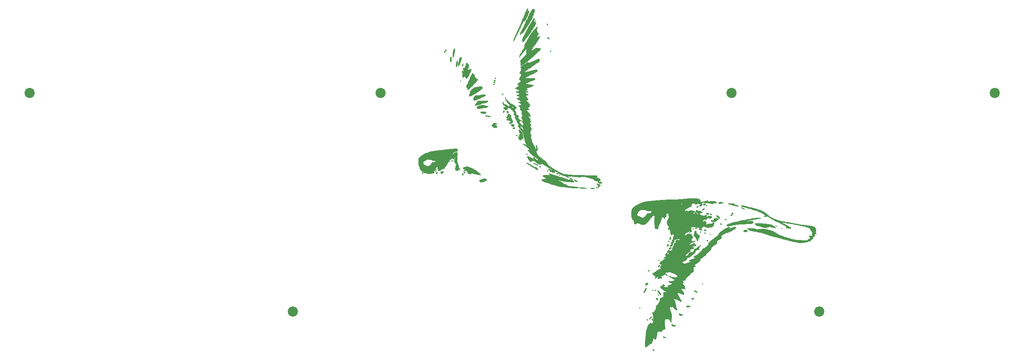
<source format=gts>
G04 #@! TF.GenerationSoftware,KiCad,Pcbnew,(5.99.0-10034-g38c849bde7)*
G04 #@! TF.CreationDate,2021-03-30T15:33:25-07:00*
G04 #@! TF.ProjectId,back-plate,6261636b-2d70-46c6-9174-652e6b696361,rev?*
G04 #@! TF.SameCoordinates,Original*
G04 #@! TF.FileFunction,Soldermask,Top*
G04 #@! TF.FilePolarity,Negative*
%FSLAX46Y46*%
G04 Gerber Fmt 4.6, Leading zero omitted, Abs format (unit mm)*
G04 Created by KiCad (PCBNEW (5.99.0-10034-g38c849bde7)) date 2021-03-30 15:33:25*
%MOMM*%
%LPD*%
G01*
G04 APERTURE LIST*
%ADD10C,0.010000*%
%ADD11C,2.200000*%
G04 APERTURE END LIST*
D10*
X152456554Y-88523118D02*
X152453710Y-88554907D01*
X152453710Y-88554907D02*
X152476651Y-88596948D01*
X152476651Y-88596948D02*
X152522465Y-88640290D01*
X152522465Y-88640290D02*
X152532639Y-88647356D01*
X152532639Y-88647356D02*
X152589303Y-88678763D01*
X152589303Y-88678763D02*
X152650615Y-88703823D01*
X152650615Y-88703823D02*
X152705058Y-88719051D01*
X152705058Y-88719051D02*
X152741113Y-88720964D01*
X152741113Y-88720964D02*
X152749250Y-88712870D01*
X152749250Y-88712870D02*
X152731617Y-88669484D01*
X152731617Y-88669484D02*
X152686368Y-88618746D01*
X152686368Y-88618746D02*
X152624980Y-88569547D01*
X152624980Y-88569547D02*
X152558931Y-88530779D01*
X152558931Y-88530779D02*
X152499696Y-88511337D01*
X152499696Y-88511337D02*
X152488099Y-88510533D01*
X152488099Y-88510533D02*
X152456554Y-88523118D01*
X152456554Y-88523118D02*
X152456554Y-88523118D01*
G36*
X152499696Y-88511337D02*
G01*
X152558931Y-88530779D01*
X152624980Y-88569547D01*
X152686368Y-88618746D01*
X152731617Y-88669484D01*
X152749250Y-88712870D01*
X152741113Y-88720964D01*
X152705058Y-88719051D01*
X152650615Y-88703823D01*
X152589303Y-88678763D01*
X152532639Y-88647356D01*
X152522465Y-88640290D01*
X152476651Y-88596948D01*
X152453710Y-88554907D01*
X152456554Y-88523118D01*
X152488099Y-88510533D01*
X152499696Y-88511337D01*
G37*
X152499696Y-88511337D02*
X152558931Y-88530779D01*
X152624980Y-88569547D01*
X152686368Y-88618746D01*
X152731617Y-88669484D01*
X152749250Y-88712870D01*
X152741113Y-88720964D01*
X152705058Y-88719051D01*
X152650615Y-88703823D01*
X152589303Y-88678763D01*
X152532639Y-88647356D01*
X152522465Y-88640290D01*
X152476651Y-88596948D01*
X152453710Y-88554907D01*
X152456554Y-88523118D01*
X152488099Y-88510533D01*
X152499696Y-88511337D01*
X203095742Y-108814605D02*
X202940642Y-108820845D01*
X202940642Y-108820845D02*
X202814023Y-108831585D01*
X202814023Y-108831585D02*
X202719942Y-108846546D01*
X202719942Y-108846546D02*
X202662452Y-108865449D01*
X202662452Y-108865449D02*
X202651066Y-108873584D01*
X202651066Y-108873584D02*
X202639403Y-108900439D01*
X202639403Y-108900439D02*
X202656062Y-108932980D01*
X202656062Y-108932980D02*
X202703928Y-108973757D01*
X202703928Y-108973757D02*
X202785889Y-109025322D01*
X202785889Y-109025322D02*
X202883138Y-109078812D01*
X202883138Y-109078812D02*
X202973262Y-109128857D01*
X202973262Y-109128857D02*
X203053496Y-109177628D01*
X203053496Y-109177628D02*
X203113712Y-109218731D01*
X203113712Y-109218731D02*
X203139900Y-109240950D01*
X203139900Y-109240950D02*
X203164002Y-109262099D01*
X203164002Y-109262099D02*
X203197575Y-109281377D01*
X203197575Y-109281377D02*
X203244867Y-109299770D01*
X203244867Y-109299770D02*
X203310124Y-109318264D01*
X203310124Y-109318264D02*
X203397596Y-109337844D01*
X203397596Y-109337844D02*
X203511529Y-109359497D01*
X203511529Y-109359497D02*
X203656172Y-109384207D01*
X203656172Y-109384207D02*
X203835770Y-109412960D01*
X203835770Y-109412960D02*
X203972584Y-109434180D01*
X203972584Y-109434180D02*
X204289057Y-109485043D01*
X204289057Y-109485043D02*
X204586841Y-109537847D01*
X204586841Y-109537847D02*
X204872803Y-109594297D01*
X204872803Y-109594297D02*
X205153810Y-109656097D01*
X205153810Y-109656097D02*
X205436731Y-109724951D01*
X205436731Y-109724951D02*
X205728433Y-109802564D01*
X205728433Y-109802564D02*
X206035782Y-109890640D01*
X206035782Y-109890640D02*
X206365648Y-109990882D01*
X206365648Y-109990882D02*
X206724896Y-110104995D01*
X206724896Y-110104995D02*
X206883000Y-110156424D01*
X206883000Y-110156424D02*
X207056406Y-110212871D01*
X207056406Y-110212871D02*
X207222318Y-110266183D01*
X207222318Y-110266183D02*
X207383946Y-110317263D01*
X207383946Y-110317263D02*
X207544500Y-110367009D01*
X207544500Y-110367009D02*
X207707190Y-110416324D01*
X207707190Y-110416324D02*
X207875226Y-110466108D01*
X207875226Y-110466108D02*
X208051818Y-110517260D01*
X208051818Y-110517260D02*
X208240177Y-110570683D01*
X208240177Y-110570683D02*
X208443512Y-110627277D01*
X208443512Y-110627277D02*
X208665034Y-110687942D01*
X208665034Y-110687942D02*
X208907952Y-110753579D01*
X208907952Y-110753579D02*
X209175477Y-110825089D01*
X209175477Y-110825089D02*
X209470819Y-110903373D01*
X209470819Y-110903373D02*
X209797187Y-110989330D01*
X209797187Y-110989330D02*
X210157793Y-111083863D01*
X210157793Y-111083863D02*
X210555845Y-111187871D01*
X210555845Y-111187871D02*
X210602880Y-111200144D01*
X210602880Y-111200144D02*
X211020019Y-111308302D01*
X211020019Y-111308302D02*
X211399946Y-111405333D01*
X211399946Y-111405333D02*
X211746067Y-111492034D01*
X211746067Y-111492034D02*
X212061789Y-111569203D01*
X212061789Y-111569203D02*
X212350519Y-111637635D01*
X212350519Y-111637635D02*
X212615663Y-111698129D01*
X212615663Y-111698129D02*
X212860628Y-111751480D01*
X212860628Y-111751480D02*
X213088821Y-111798487D01*
X213088821Y-111798487D02*
X213303648Y-111839944D01*
X213303648Y-111839944D02*
X213455250Y-111867385D01*
X213455250Y-111867385D02*
X213717570Y-111910723D01*
X213717570Y-111910723D02*
X213954634Y-111944237D01*
X213954634Y-111944237D02*
X214163923Y-111967752D01*
X214163923Y-111967752D02*
X214342914Y-111981090D01*
X214342914Y-111981090D02*
X214489085Y-111984075D01*
X214489085Y-111984075D02*
X214599915Y-111976532D01*
X214599915Y-111976532D02*
X214672881Y-111958283D01*
X214672881Y-111958283D02*
X214682917Y-111953213D01*
X214682917Y-111953213D02*
X214735732Y-111924883D01*
X214735732Y-111924883D02*
X214787235Y-111903715D01*
X214787235Y-111903715D02*
X214845657Y-111888153D01*
X214845657Y-111888153D02*
X214919227Y-111876636D01*
X214919227Y-111876636D02*
X215016175Y-111867608D01*
X215016175Y-111867608D02*
X215144732Y-111859508D01*
X215144732Y-111859508D02*
X215190917Y-111857014D01*
X215190917Y-111857014D02*
X215347275Y-111847525D01*
X215347275Y-111847525D02*
X215467098Y-111836806D01*
X215467098Y-111836806D02*
X215556183Y-111823529D01*
X215556183Y-111823529D02*
X215620329Y-111806369D01*
X215620329Y-111806369D02*
X215665334Y-111783998D01*
X215665334Y-111783998D02*
X215696996Y-111755091D01*
X215696996Y-111755091D02*
X215709211Y-111738421D01*
X215709211Y-111738421D02*
X215740869Y-111701206D01*
X215740869Y-111701206D02*
X215784675Y-111673688D01*
X215784675Y-111673688D02*
X215848080Y-111653537D01*
X215848080Y-111653537D02*
X215938534Y-111638427D01*
X215938534Y-111638427D02*
X216063490Y-111626030D01*
X216063490Y-111626030D02*
X216070915Y-111625428D01*
X216070915Y-111625428D02*
X216197473Y-111612746D01*
X216197473Y-111612746D02*
X216290474Y-111594782D01*
X216290474Y-111594782D02*
X216358697Y-111566396D01*
X216358697Y-111566396D02*
X216410919Y-111522447D01*
X216410919Y-111522447D02*
X216455916Y-111457796D01*
X216455916Y-111457796D02*
X216498865Y-111374812D01*
X216498865Y-111374812D02*
X216541343Y-111291189D01*
X216541343Y-111291189D02*
X216575299Y-111238288D01*
X216575299Y-111238288D02*
X216607630Y-111207404D01*
X216607630Y-111207404D02*
X216645233Y-111189836D01*
X216645233Y-111189836D02*
X216645544Y-111189735D01*
X216645544Y-111189735D02*
X216758301Y-111133085D01*
X216758301Y-111133085D02*
X216853048Y-111040667D01*
X216853048Y-111040667D02*
X216905104Y-110962526D01*
X216905104Y-110962526D02*
X216953857Y-110852928D01*
X216953857Y-110852928D02*
X216965801Y-110751968D01*
X216965801Y-110751968D02*
X216941697Y-110648771D01*
X216941697Y-110648771D02*
X216929108Y-110619116D01*
X216929108Y-110619116D02*
X216898592Y-110557473D01*
X216898592Y-110557473D02*
X216867505Y-110512845D01*
X216867505Y-110512845D02*
X216828550Y-110482292D01*
X216828550Y-110482292D02*
X216774429Y-110462871D01*
X216774429Y-110462871D02*
X216697844Y-110451643D01*
X216697844Y-110451643D02*
X216591498Y-110445666D01*
X216591498Y-110445666D02*
X216491993Y-110442954D01*
X216491993Y-110442954D02*
X216342008Y-110441197D01*
X216342008Y-110441197D02*
X216231234Y-110445361D01*
X216231234Y-110445361D02*
X216156679Y-110458076D01*
X216156679Y-110458076D02*
X216115348Y-110481969D01*
X216115348Y-110481969D02*
X216104249Y-110519671D01*
X216104249Y-110519671D02*
X216120387Y-110573811D01*
X216120387Y-110573811D02*
X216160770Y-110647017D01*
X216160770Y-110647017D02*
X216196334Y-110702622D01*
X216196334Y-110702622D02*
X216261742Y-110819928D01*
X216261742Y-110819928D02*
X216290162Y-110917358D01*
X216290162Y-110917358D02*
X216281352Y-110996054D01*
X216281352Y-110996054D02*
X216235073Y-111057154D01*
X216235073Y-111057154D02*
X216151084Y-111101798D01*
X216151084Y-111101798D02*
X216109572Y-111114595D01*
X216109572Y-111114595D02*
X216007861Y-111153543D01*
X216007861Y-111153543D02*
X215915139Y-111216923D01*
X215915139Y-111216923D02*
X215822523Y-111311412D01*
X215822523Y-111311412D02*
X215783098Y-111359950D01*
X215783098Y-111359950D02*
X215729802Y-111425620D01*
X215729802Y-111425620D02*
X215691042Y-111463595D01*
X215691042Y-111463595D02*
X215657155Y-111480910D01*
X215657155Y-111480910D02*
X215618477Y-111484604D01*
X215618477Y-111484604D02*
X215612156Y-111484436D01*
X215612156Y-111484436D02*
X215570973Y-111482753D01*
X215570973Y-111482753D02*
X215494421Y-111479393D01*
X215494421Y-111479393D02*
X215389417Y-111474668D01*
X215389417Y-111474668D02*
X215262879Y-111468891D01*
X215262879Y-111468891D02*
X215121725Y-111462375D01*
X215121725Y-111462375D02*
X215032167Y-111458207D01*
X215032167Y-111458207D02*
X214863545Y-111450660D01*
X214863545Y-111450660D02*
X214665911Y-111442343D01*
X214665911Y-111442343D02*
X214452568Y-111433784D01*
X214452568Y-111433784D02*
X214236819Y-111425508D01*
X214236819Y-111425508D02*
X214031964Y-111418044D01*
X214031964Y-111418044D02*
X213919841Y-111414175D01*
X213919841Y-111414175D02*
X213758374Y-111408011D01*
X213758374Y-111408011D02*
X213609385Y-111400922D01*
X213609385Y-111400922D02*
X213478743Y-111393292D01*
X213478743Y-111393292D02*
X213372316Y-111385508D01*
X213372316Y-111385508D02*
X213295972Y-111377954D01*
X213295972Y-111377954D02*
X213255580Y-111371016D01*
X213255580Y-111371016D02*
X213253989Y-111370465D01*
X213253989Y-111370465D02*
X213210032Y-111358473D01*
X213210032Y-111358473D02*
X213134355Y-111342591D01*
X213134355Y-111342591D02*
X213037165Y-111324793D01*
X213037165Y-111324793D02*
X212928667Y-111307053D01*
X212928667Y-111307053D02*
X212916399Y-111305177D01*
X212916399Y-111305177D02*
X212782487Y-111282956D01*
X212782487Y-111282956D02*
X212645106Y-111256014D01*
X212645106Y-111256014D02*
X212498861Y-111222938D01*
X212498861Y-111222938D02*
X212338357Y-111182315D01*
X212338357Y-111182315D02*
X212158200Y-111132732D01*
X212158200Y-111132732D02*
X211952996Y-111072777D01*
X211952996Y-111072777D02*
X211717349Y-111001035D01*
X211717349Y-111001035D02*
X211518500Y-110938992D01*
X211518500Y-110938992D02*
X211106013Y-110807272D01*
X211106013Y-110807272D02*
X210734160Y-110684322D01*
X210734160Y-110684322D02*
X210402224Y-110569868D01*
X210402224Y-110569868D02*
X210109484Y-110463635D01*
X210109484Y-110463635D02*
X209855220Y-110365349D01*
X209855220Y-110365349D02*
X209638713Y-110274734D01*
X209638713Y-110274734D02*
X209459242Y-110191516D01*
X209459242Y-110191516D02*
X209316088Y-110115419D01*
X209316088Y-110115419D02*
X209243725Y-110070681D01*
X209243725Y-110070681D02*
X209136519Y-110001916D01*
X209136519Y-110001916D02*
X209016459Y-109928829D01*
X209016459Y-109928829D02*
X208902394Y-109862755D01*
X208902394Y-109862755D02*
X208851500Y-109834821D01*
X208851500Y-109834821D02*
X208746674Y-109776145D01*
X208746674Y-109776145D02*
X208633878Y-109708739D01*
X208633878Y-109708739D02*
X208532756Y-109644455D01*
X208532756Y-109644455D02*
X208505029Y-109625764D01*
X208505029Y-109625764D02*
X208427316Y-109572410D01*
X208427316Y-109572410D02*
X208356477Y-109523979D01*
X208356477Y-109523979D02*
X208304490Y-109488653D01*
X208304490Y-109488653D02*
X208293363Y-109481166D01*
X208293363Y-109481166D02*
X208235896Y-109452035D01*
X208235896Y-109452035D02*
X208141997Y-109415861D01*
X208141997Y-109415861D02*
X208016723Y-109374027D01*
X208016723Y-109374027D02*
X207865126Y-109327918D01*
X207865126Y-109327918D02*
X207692261Y-109278919D01*
X207692261Y-109278919D02*
X207503184Y-109228414D01*
X207503184Y-109228414D02*
X207302949Y-109177788D01*
X207302949Y-109177788D02*
X207096610Y-109128424D01*
X207096610Y-109128424D02*
X206889222Y-109081708D01*
X206889222Y-109081708D02*
X206685839Y-109039024D01*
X206685839Y-109039024D02*
X206660750Y-109034001D01*
X206660750Y-109034001D02*
X206496642Y-109003995D01*
X206496642Y-109003995D02*
X206344554Y-108982702D01*
X206344554Y-108982702D02*
X206195109Y-108969761D01*
X206195109Y-108969761D02*
X206038930Y-108964810D01*
X206038930Y-108964810D02*
X205866638Y-108967489D01*
X205866638Y-108967489D02*
X205668855Y-108977434D01*
X205668855Y-108977434D02*
X205500516Y-108989265D01*
X205500516Y-108989265D02*
X205343447Y-108999890D01*
X205343447Y-108999890D02*
X205182029Y-109008414D01*
X205182029Y-109008414D02*
X205027455Y-109014413D01*
X205027455Y-109014413D02*
X204890916Y-109017466D01*
X204890916Y-109017466D02*
X204783603Y-109017152D01*
X204783603Y-109017152D02*
X204770266Y-109016774D01*
X204770266Y-109016774D02*
X204653813Y-109011798D01*
X204653813Y-109011798D02*
X204567799Y-109004482D01*
X204567799Y-109004482D02*
X204500326Y-108992772D01*
X204500326Y-108992772D02*
X204439502Y-108974618D01*
X204439502Y-108974618D02*
X204374750Y-108948539D01*
X204374750Y-108948539D02*
X204280375Y-108912017D01*
X204280375Y-108912017D02*
X204179616Y-108882836D01*
X204179616Y-108882836D02*
X204065928Y-108860035D01*
X204065928Y-108860035D02*
X203932767Y-108842657D01*
X203932767Y-108842657D02*
X203773587Y-108829743D01*
X203773587Y-108829743D02*
X203581845Y-108820333D01*
X203581845Y-108820333D02*
X203475167Y-108816745D01*
X203475167Y-108816745D02*
X203275269Y-108813145D01*
X203275269Y-108813145D02*
X203095742Y-108814605D01*
X203095742Y-108814605D02*
X203095742Y-108814605D01*
G36*
X203475167Y-108816745D02*
G01*
X203581845Y-108820333D01*
X203773587Y-108829743D01*
X203932767Y-108842657D01*
X204065928Y-108860035D01*
X204179616Y-108882836D01*
X204280375Y-108912017D01*
X204374750Y-108948539D01*
X204439502Y-108974618D01*
X204500326Y-108992772D01*
X204567799Y-109004482D01*
X204653813Y-109011798D01*
X204770266Y-109016774D01*
X204783603Y-109017152D01*
X204890916Y-109017466D01*
X205027455Y-109014413D01*
X205182029Y-109008414D01*
X205343447Y-108999890D01*
X205500516Y-108989265D01*
X205668855Y-108977434D01*
X205866638Y-108967489D01*
X206038930Y-108964810D01*
X206195109Y-108969761D01*
X206344554Y-108982702D01*
X206496642Y-109003995D01*
X206660750Y-109034001D01*
X206685839Y-109039024D01*
X206889222Y-109081708D01*
X207096610Y-109128424D01*
X207302949Y-109177788D01*
X207503184Y-109228414D01*
X207692261Y-109278919D01*
X207865126Y-109327918D01*
X208016723Y-109374027D01*
X208141997Y-109415861D01*
X208235896Y-109452035D01*
X208293363Y-109481166D01*
X208304490Y-109488653D01*
X208356477Y-109523979D01*
X208427316Y-109572410D01*
X208505029Y-109625764D01*
X208532756Y-109644455D01*
X208633878Y-109708739D01*
X208746674Y-109776145D01*
X208851500Y-109834821D01*
X208902394Y-109862755D01*
X209016459Y-109928829D01*
X209136519Y-110001916D01*
X209243725Y-110070681D01*
X209316088Y-110115419D01*
X209459242Y-110191516D01*
X209638713Y-110274734D01*
X209855220Y-110365349D01*
X210109484Y-110463635D01*
X210402224Y-110569868D01*
X210734160Y-110684322D01*
X211106013Y-110807272D01*
X211518500Y-110938992D01*
X211717349Y-111001035D01*
X211952996Y-111072777D01*
X212158200Y-111132732D01*
X212338357Y-111182315D01*
X212498861Y-111222938D01*
X212645106Y-111256014D01*
X212782487Y-111282956D01*
X212916399Y-111305177D01*
X212928667Y-111307053D01*
X213037165Y-111324793D01*
X213134355Y-111342591D01*
X213210032Y-111358473D01*
X213253989Y-111370465D01*
X213255580Y-111371016D01*
X213295972Y-111377954D01*
X213372316Y-111385508D01*
X213478743Y-111393292D01*
X213609385Y-111400922D01*
X213758374Y-111408011D01*
X213919841Y-111414175D01*
X214031964Y-111418044D01*
X214236819Y-111425508D01*
X214452568Y-111433784D01*
X214665911Y-111442343D01*
X214863545Y-111450660D01*
X215032167Y-111458207D01*
X215121725Y-111462375D01*
X215262879Y-111468891D01*
X215389417Y-111474668D01*
X215494421Y-111479393D01*
X215570973Y-111482753D01*
X215612156Y-111484436D01*
X215618477Y-111484604D01*
X215657155Y-111480910D01*
X215691042Y-111463595D01*
X215729802Y-111425620D01*
X215783098Y-111359950D01*
X215822523Y-111311412D01*
X215915139Y-111216923D01*
X216007861Y-111153543D01*
X216109572Y-111114595D01*
X216151084Y-111101798D01*
X216235073Y-111057154D01*
X216281352Y-110996054D01*
X216290162Y-110917358D01*
X216261742Y-110819928D01*
X216196334Y-110702622D01*
X216160770Y-110647017D01*
X216120387Y-110573811D01*
X216104249Y-110519671D01*
X216115348Y-110481969D01*
X216156679Y-110458076D01*
X216231234Y-110445361D01*
X216342008Y-110441197D01*
X216491993Y-110442954D01*
X216591498Y-110445666D01*
X216697844Y-110451643D01*
X216774429Y-110462871D01*
X216828550Y-110482292D01*
X216867505Y-110512845D01*
X216898592Y-110557473D01*
X216929108Y-110619116D01*
X216941697Y-110648771D01*
X216965801Y-110751968D01*
X216953857Y-110852928D01*
X216905104Y-110962526D01*
X216853048Y-111040667D01*
X216758301Y-111133085D01*
X216645544Y-111189735D01*
X216645233Y-111189836D01*
X216607630Y-111207404D01*
X216575299Y-111238288D01*
X216541343Y-111291189D01*
X216498865Y-111374812D01*
X216455916Y-111457796D01*
X216410919Y-111522447D01*
X216358697Y-111566396D01*
X216290474Y-111594782D01*
X216197473Y-111612746D01*
X216070915Y-111625428D01*
X216063490Y-111626030D01*
X215938534Y-111638427D01*
X215848080Y-111653537D01*
X215784675Y-111673688D01*
X215740869Y-111701206D01*
X215709211Y-111738421D01*
X215696996Y-111755091D01*
X215665334Y-111783998D01*
X215620329Y-111806369D01*
X215556183Y-111823529D01*
X215467098Y-111836806D01*
X215347275Y-111847525D01*
X215190917Y-111857014D01*
X215144732Y-111859508D01*
X215016175Y-111867608D01*
X214919227Y-111876636D01*
X214845657Y-111888153D01*
X214787235Y-111903715D01*
X214735732Y-111924883D01*
X214682917Y-111953213D01*
X214672881Y-111958283D01*
X214599915Y-111976532D01*
X214489085Y-111984075D01*
X214342914Y-111981090D01*
X214163923Y-111967752D01*
X213954634Y-111944237D01*
X213717570Y-111910723D01*
X213455250Y-111867385D01*
X213303648Y-111839944D01*
X213088821Y-111798487D01*
X212860628Y-111751480D01*
X212615663Y-111698129D01*
X212350519Y-111637635D01*
X212061789Y-111569203D01*
X211746067Y-111492034D01*
X211399946Y-111405333D01*
X211020019Y-111308302D01*
X210602880Y-111200144D01*
X210555845Y-111187871D01*
X210157793Y-111083863D01*
X209797187Y-110989330D01*
X209470819Y-110903373D01*
X209175477Y-110825089D01*
X208907952Y-110753579D01*
X208665034Y-110687942D01*
X208443512Y-110627277D01*
X208240177Y-110570683D01*
X208051818Y-110517260D01*
X207875226Y-110466108D01*
X207707190Y-110416324D01*
X207544500Y-110367009D01*
X207383946Y-110317263D01*
X207222318Y-110266183D01*
X207056406Y-110212871D01*
X206883000Y-110156424D01*
X206724896Y-110104995D01*
X206365648Y-109990882D01*
X206035782Y-109890640D01*
X205728433Y-109802564D01*
X205436731Y-109724951D01*
X205153810Y-109656097D01*
X204872803Y-109594297D01*
X204586841Y-109537847D01*
X204289057Y-109485043D01*
X203972584Y-109434180D01*
X203835770Y-109412960D01*
X203656172Y-109384207D01*
X203511529Y-109359497D01*
X203397596Y-109337844D01*
X203310124Y-109318264D01*
X203244867Y-109299770D01*
X203197575Y-109281377D01*
X203164002Y-109262099D01*
X203139900Y-109240950D01*
X203113712Y-109218731D01*
X203053496Y-109177628D01*
X202973262Y-109128857D01*
X202883138Y-109078812D01*
X202785889Y-109025322D01*
X202703928Y-108973757D01*
X202656062Y-108932980D01*
X202639403Y-108900439D01*
X202651066Y-108873584D01*
X202662452Y-108865449D01*
X202719942Y-108846546D01*
X202814023Y-108831585D01*
X202940642Y-108820845D01*
X203095742Y-108814605D01*
X203275269Y-108813145D01*
X203475167Y-108816745D01*
G37*
X203475167Y-108816745D02*
X203581845Y-108820333D01*
X203773587Y-108829743D01*
X203932767Y-108842657D01*
X204065928Y-108860035D01*
X204179616Y-108882836D01*
X204280375Y-108912017D01*
X204374750Y-108948539D01*
X204439502Y-108974618D01*
X204500326Y-108992772D01*
X204567799Y-109004482D01*
X204653813Y-109011798D01*
X204770266Y-109016774D01*
X204783603Y-109017152D01*
X204890916Y-109017466D01*
X205027455Y-109014413D01*
X205182029Y-109008414D01*
X205343447Y-108999890D01*
X205500516Y-108989265D01*
X205668855Y-108977434D01*
X205866638Y-108967489D01*
X206038930Y-108964810D01*
X206195109Y-108969761D01*
X206344554Y-108982702D01*
X206496642Y-109003995D01*
X206660750Y-109034001D01*
X206685839Y-109039024D01*
X206889222Y-109081708D01*
X207096610Y-109128424D01*
X207302949Y-109177788D01*
X207503184Y-109228414D01*
X207692261Y-109278919D01*
X207865126Y-109327918D01*
X208016723Y-109374027D01*
X208141997Y-109415861D01*
X208235896Y-109452035D01*
X208293363Y-109481166D01*
X208304490Y-109488653D01*
X208356477Y-109523979D01*
X208427316Y-109572410D01*
X208505029Y-109625764D01*
X208532756Y-109644455D01*
X208633878Y-109708739D01*
X208746674Y-109776145D01*
X208851500Y-109834821D01*
X208902394Y-109862755D01*
X209016459Y-109928829D01*
X209136519Y-110001916D01*
X209243725Y-110070681D01*
X209316088Y-110115419D01*
X209459242Y-110191516D01*
X209638713Y-110274734D01*
X209855220Y-110365349D01*
X210109484Y-110463635D01*
X210402224Y-110569868D01*
X210734160Y-110684322D01*
X211106013Y-110807272D01*
X211518500Y-110938992D01*
X211717349Y-111001035D01*
X211952996Y-111072777D01*
X212158200Y-111132732D01*
X212338357Y-111182315D01*
X212498861Y-111222938D01*
X212645106Y-111256014D01*
X212782487Y-111282956D01*
X212916399Y-111305177D01*
X212928667Y-111307053D01*
X213037165Y-111324793D01*
X213134355Y-111342591D01*
X213210032Y-111358473D01*
X213253989Y-111370465D01*
X213255580Y-111371016D01*
X213295972Y-111377954D01*
X213372316Y-111385508D01*
X213478743Y-111393292D01*
X213609385Y-111400922D01*
X213758374Y-111408011D01*
X213919841Y-111414175D01*
X214031964Y-111418044D01*
X214236819Y-111425508D01*
X214452568Y-111433784D01*
X214665911Y-111442343D01*
X214863545Y-111450660D01*
X215032167Y-111458207D01*
X215121725Y-111462375D01*
X215262879Y-111468891D01*
X215389417Y-111474668D01*
X215494421Y-111479393D01*
X215570973Y-111482753D01*
X215612156Y-111484436D01*
X215618477Y-111484604D01*
X215657155Y-111480910D01*
X215691042Y-111463595D01*
X215729802Y-111425620D01*
X215783098Y-111359950D01*
X215822523Y-111311412D01*
X215915139Y-111216923D01*
X216007861Y-111153543D01*
X216109572Y-111114595D01*
X216151084Y-111101798D01*
X216235073Y-111057154D01*
X216281352Y-110996054D01*
X216290162Y-110917358D01*
X216261742Y-110819928D01*
X216196334Y-110702622D01*
X216160770Y-110647017D01*
X216120387Y-110573811D01*
X216104249Y-110519671D01*
X216115348Y-110481969D01*
X216156679Y-110458076D01*
X216231234Y-110445361D01*
X216342008Y-110441197D01*
X216491993Y-110442954D01*
X216591498Y-110445666D01*
X216697844Y-110451643D01*
X216774429Y-110462871D01*
X216828550Y-110482292D01*
X216867505Y-110512845D01*
X216898592Y-110557473D01*
X216929108Y-110619116D01*
X216941697Y-110648771D01*
X216965801Y-110751968D01*
X216953857Y-110852928D01*
X216905104Y-110962526D01*
X216853048Y-111040667D01*
X216758301Y-111133085D01*
X216645544Y-111189735D01*
X216645233Y-111189836D01*
X216607630Y-111207404D01*
X216575299Y-111238288D01*
X216541343Y-111291189D01*
X216498865Y-111374812D01*
X216455916Y-111457796D01*
X216410919Y-111522447D01*
X216358697Y-111566396D01*
X216290474Y-111594782D01*
X216197473Y-111612746D01*
X216070915Y-111625428D01*
X216063490Y-111626030D01*
X215938534Y-111638427D01*
X215848080Y-111653537D01*
X215784675Y-111673688D01*
X215740869Y-111701206D01*
X215709211Y-111738421D01*
X215696996Y-111755091D01*
X215665334Y-111783998D01*
X215620329Y-111806369D01*
X215556183Y-111823529D01*
X215467098Y-111836806D01*
X215347275Y-111847525D01*
X215190917Y-111857014D01*
X215144732Y-111859508D01*
X215016175Y-111867608D01*
X214919227Y-111876636D01*
X214845657Y-111888153D01*
X214787235Y-111903715D01*
X214735732Y-111924883D01*
X214682917Y-111953213D01*
X214672881Y-111958283D01*
X214599915Y-111976532D01*
X214489085Y-111984075D01*
X214342914Y-111981090D01*
X214163923Y-111967752D01*
X213954634Y-111944237D01*
X213717570Y-111910723D01*
X213455250Y-111867385D01*
X213303648Y-111839944D01*
X213088821Y-111798487D01*
X212860628Y-111751480D01*
X212615663Y-111698129D01*
X212350519Y-111637635D01*
X212061789Y-111569203D01*
X211746067Y-111492034D01*
X211399946Y-111405333D01*
X211020019Y-111308302D01*
X210602880Y-111200144D01*
X210555845Y-111187871D01*
X210157793Y-111083863D01*
X209797187Y-110989330D01*
X209470819Y-110903373D01*
X209175477Y-110825089D01*
X208907952Y-110753579D01*
X208665034Y-110687942D01*
X208443512Y-110627277D01*
X208240177Y-110570683D01*
X208051818Y-110517260D01*
X207875226Y-110466108D01*
X207707190Y-110416324D01*
X207544500Y-110367009D01*
X207383946Y-110317263D01*
X207222318Y-110266183D01*
X207056406Y-110212871D01*
X206883000Y-110156424D01*
X206724896Y-110104995D01*
X206365648Y-109990882D01*
X206035782Y-109890640D01*
X205728433Y-109802564D01*
X205436731Y-109724951D01*
X205153810Y-109656097D01*
X204872803Y-109594297D01*
X204586841Y-109537847D01*
X204289057Y-109485043D01*
X203972584Y-109434180D01*
X203835770Y-109412960D01*
X203656172Y-109384207D01*
X203511529Y-109359497D01*
X203397596Y-109337844D01*
X203310124Y-109318264D01*
X203244867Y-109299770D01*
X203197575Y-109281377D01*
X203164002Y-109262099D01*
X203139900Y-109240950D01*
X203113712Y-109218731D01*
X203053496Y-109177628D01*
X202973262Y-109128857D01*
X202883138Y-109078812D01*
X202785889Y-109025322D01*
X202703928Y-108973757D01*
X202656062Y-108932980D01*
X202639403Y-108900439D01*
X202651066Y-108873584D01*
X202662452Y-108865449D01*
X202719942Y-108846546D01*
X202814023Y-108831585D01*
X202940642Y-108820845D01*
X203095742Y-108814605D01*
X203275269Y-108813145D01*
X203475167Y-108816745D01*
X147586254Y-76913558D02*
X147573802Y-76968513D01*
X147573802Y-76968513D02*
X147583945Y-77032234D01*
X147583945Y-77032234D02*
X147615319Y-77092141D01*
X147615319Y-77092141D02*
X147649223Y-77125098D01*
X147649223Y-77125098D02*
X147707299Y-77156362D01*
X147707299Y-77156362D02*
X147769423Y-77175119D01*
X147769423Y-77175119D02*
X147821617Y-77178541D01*
X147821617Y-77178541D02*
X147848961Y-77165533D01*
X147848961Y-77165533D02*
X147848988Y-77131395D01*
X147848988Y-77131395D02*
X147829150Y-77076499D01*
X147829150Y-77076499D02*
X147796014Y-77013155D01*
X147796014Y-77013155D02*
X147756148Y-76953672D01*
X147756148Y-76953672D02*
X147716117Y-76910362D01*
X147716117Y-76910362D02*
X147710536Y-76906044D01*
X147710536Y-76906044D02*
X147662421Y-76882235D01*
X147662421Y-76882235D02*
X147622664Y-76879949D01*
X147622664Y-76879949D02*
X147586254Y-76913558D01*
X147586254Y-76913558D02*
X147586254Y-76913558D01*
G36*
X147662421Y-76882235D02*
G01*
X147710536Y-76906044D01*
X147716117Y-76910362D01*
X147756148Y-76953672D01*
X147796014Y-77013155D01*
X147829150Y-77076499D01*
X147848988Y-77131395D01*
X147848961Y-77165533D01*
X147821617Y-77178541D01*
X147769423Y-77175119D01*
X147707299Y-77156362D01*
X147649223Y-77125098D01*
X147615319Y-77092141D01*
X147583945Y-77032234D01*
X147573802Y-76968513D01*
X147586254Y-76913558D01*
X147622664Y-76879949D01*
X147662421Y-76882235D01*
G37*
X147662421Y-76882235D02*
X147710536Y-76906044D01*
X147716117Y-76910362D01*
X147756148Y-76953672D01*
X147796014Y-77013155D01*
X147829150Y-77076499D01*
X147848988Y-77131395D01*
X147848961Y-77165533D01*
X147821617Y-77178541D01*
X147769423Y-77175119D01*
X147707299Y-77156362D01*
X147649223Y-77125098D01*
X147615319Y-77092141D01*
X147583945Y-77032234D01*
X147573802Y-76968513D01*
X147586254Y-76913558D01*
X147622664Y-76879949D01*
X147662421Y-76882235D01*
X191978371Y-103958538D02*
X191905243Y-103990776D01*
X191905243Y-103990776D02*
X191827992Y-104036719D01*
X191827992Y-104036719D02*
X191754110Y-104093522D01*
X191754110Y-104093522D02*
X191736024Y-104110055D01*
X191736024Y-104110055D02*
X191677904Y-104175995D01*
X191677904Y-104175995D02*
X191656565Y-104224490D01*
X191656565Y-104224490D02*
X191669056Y-104252706D01*
X191669056Y-104252706D02*
X191712425Y-104257809D01*
X191712425Y-104257809D02*
X191783722Y-104236965D01*
X191783722Y-104236965D02*
X191840148Y-104210042D01*
X191840148Y-104210042D02*
X191910133Y-104166273D01*
X191910133Y-104166273D02*
X191979908Y-104112260D01*
X191979908Y-104112260D02*
X192040480Y-104056281D01*
X192040480Y-104056281D02*
X192082860Y-104006615D01*
X192082860Y-104006615D02*
X192098084Y-103972526D01*
X192098084Y-103972526D02*
X192082285Y-103946567D01*
X192082285Y-103946567D02*
X192039883Y-103942853D01*
X192039883Y-103942853D02*
X191978371Y-103958538D01*
X191978371Y-103958538D02*
X191978371Y-103958538D01*
G36*
X192082285Y-103946567D02*
G01*
X192098084Y-103972526D01*
X192082860Y-104006615D01*
X192040480Y-104056281D01*
X191979908Y-104112260D01*
X191910133Y-104166273D01*
X191840148Y-104210042D01*
X191783722Y-104236965D01*
X191712425Y-104257809D01*
X191669056Y-104252706D01*
X191656565Y-104224490D01*
X191677904Y-104175995D01*
X191736024Y-104110055D01*
X191754110Y-104093522D01*
X191827992Y-104036719D01*
X191905243Y-103990776D01*
X191978371Y-103958538D01*
X192039883Y-103942853D01*
X192082285Y-103946567D01*
G37*
X192082285Y-103946567D02*
X192098084Y-103972526D01*
X192082860Y-104006615D01*
X192040480Y-104056281D01*
X191979908Y-104112260D01*
X191910133Y-104166273D01*
X191840148Y-104210042D01*
X191783722Y-104236965D01*
X191712425Y-104257809D01*
X191669056Y-104252706D01*
X191656565Y-104224490D01*
X191677904Y-104175995D01*
X191736024Y-104110055D01*
X191754110Y-104093522D01*
X191827992Y-104036719D01*
X191905243Y-103990776D01*
X191978371Y-103958538D01*
X192039883Y-103942853D01*
X192082285Y-103946567D01*
X186257995Y-129697907D02*
X186240857Y-129745374D01*
X186240857Y-129745374D02*
X186237582Y-129811364D01*
X186237582Y-129811364D02*
X186248162Y-129885143D01*
X186248162Y-129885143D02*
X186272589Y-129955976D01*
X186272589Y-129955976D02*
X186289228Y-129985774D01*
X186289228Y-129985774D02*
X186347272Y-130046112D01*
X186347272Y-130046112D02*
X186431470Y-130100209D01*
X186431470Y-130100209D02*
X186525739Y-130139015D01*
X186525739Y-130139015D02*
X186584167Y-130151678D01*
X186584167Y-130151678D02*
X186642611Y-130152669D01*
X186642611Y-130152669D02*
X186728178Y-130146623D01*
X186728178Y-130146623D02*
X186826469Y-130134751D01*
X186826469Y-130134751D02*
X186874451Y-130127253D01*
X186874451Y-130127253D02*
X186964790Y-130110042D01*
X186964790Y-130110042D02*
X187040125Y-130092130D01*
X187040125Y-130092130D02*
X187090096Y-130076164D01*
X187090096Y-130076164D02*
X187103534Y-130068683D01*
X187103534Y-130068683D02*
X187117780Y-130032678D01*
X187117780Y-130032678D02*
X187120517Y-129977522D01*
X187120517Y-129977522D02*
X187120167Y-129973433D01*
X187120167Y-129973433D02*
X187113334Y-129901950D01*
X187113334Y-129901950D02*
X186902825Y-129908498D01*
X186902825Y-129908498D02*
X186807490Y-129910145D01*
X186807490Y-129910145D02*
X186723853Y-129909201D01*
X186723853Y-129909201D02*
X186663805Y-129905917D01*
X186663805Y-129905917D02*
X186644632Y-129903079D01*
X186644632Y-129903079D02*
X186605761Y-129884873D01*
X186605761Y-129884873D02*
X186545526Y-129847352D01*
X186545526Y-129847352D02*
X186475472Y-129797837D01*
X186475472Y-129797837D02*
X186459033Y-129785405D01*
X186459033Y-129785405D02*
X186391057Y-129736157D01*
X186391057Y-129736157D02*
X186332878Y-129699143D01*
X186332878Y-129699143D02*
X186294661Y-129680683D01*
X186294661Y-129680683D02*
X186289005Y-129679700D01*
X186289005Y-129679700D02*
X186257995Y-129697907D01*
X186257995Y-129697907D02*
X186257995Y-129697907D01*
G36*
X186294661Y-129680683D02*
G01*
X186332878Y-129699143D01*
X186391057Y-129736157D01*
X186459033Y-129785405D01*
X186475472Y-129797837D01*
X186545526Y-129847352D01*
X186605761Y-129884873D01*
X186644632Y-129903079D01*
X186663805Y-129905917D01*
X186723853Y-129909201D01*
X186807490Y-129910145D01*
X186902825Y-129908498D01*
X187113334Y-129901950D01*
X187120167Y-129973433D01*
X187120517Y-129977522D01*
X187117780Y-130032678D01*
X187103534Y-130068683D01*
X187090096Y-130076164D01*
X187040125Y-130092130D01*
X186964790Y-130110042D01*
X186874451Y-130127253D01*
X186826469Y-130134751D01*
X186728178Y-130146623D01*
X186642611Y-130152669D01*
X186584167Y-130151678D01*
X186525739Y-130139015D01*
X186431470Y-130100209D01*
X186347272Y-130046112D01*
X186289228Y-129985774D01*
X186272589Y-129955976D01*
X186248162Y-129885143D01*
X186237582Y-129811364D01*
X186240857Y-129745374D01*
X186257995Y-129697907D01*
X186289005Y-129679700D01*
X186294661Y-129680683D01*
G37*
X186294661Y-129680683D02*
X186332878Y-129699143D01*
X186391057Y-129736157D01*
X186459033Y-129785405D01*
X186475472Y-129797837D01*
X186545526Y-129847352D01*
X186605761Y-129884873D01*
X186644632Y-129903079D01*
X186663805Y-129905917D01*
X186723853Y-129909201D01*
X186807490Y-129910145D01*
X186902825Y-129908498D01*
X187113334Y-129901950D01*
X187120167Y-129973433D01*
X187120517Y-129977522D01*
X187117780Y-130032678D01*
X187103534Y-130068683D01*
X187090096Y-130076164D01*
X187040125Y-130092130D01*
X186964790Y-130110042D01*
X186874451Y-130127253D01*
X186826469Y-130134751D01*
X186728178Y-130146623D01*
X186642611Y-130152669D01*
X186584167Y-130151678D01*
X186525739Y-130139015D01*
X186431470Y-130100209D01*
X186347272Y-130046112D01*
X186289228Y-129985774D01*
X186272589Y-129955976D01*
X186248162Y-129885143D01*
X186237582Y-129811364D01*
X186240857Y-129745374D01*
X186257995Y-129697907D01*
X186289005Y-129679700D01*
X186294661Y-129680683D01*
X193983297Y-111363416D02*
X193920246Y-111391859D01*
X193920246Y-111391859D02*
X193867713Y-111436918D01*
X193867713Y-111436918D02*
X193837218Y-111492517D01*
X193837218Y-111492517D02*
X193833750Y-111518368D01*
X193833750Y-111518368D02*
X193851761Y-111571531D01*
X193851761Y-111571531D02*
X193897787Y-111607886D01*
X193897787Y-111607886D02*
X193959820Y-111624415D01*
X193959820Y-111624415D02*
X194025852Y-111618100D01*
X194025852Y-111618100D02*
X194083873Y-111585923D01*
X194083873Y-111585923D02*
X194087750Y-111582200D01*
X194087750Y-111582200D02*
X194121521Y-111523476D01*
X194121521Y-111523476D02*
X194127555Y-111454306D01*
X194127555Y-111454306D02*
X194105207Y-111392914D01*
X194105207Y-111392914D02*
X194094869Y-111380675D01*
X194094869Y-111380675D02*
X194045346Y-111357662D01*
X194045346Y-111357662D02*
X193983297Y-111363416D01*
X193983297Y-111363416D02*
X193983297Y-111363416D01*
G36*
X194094869Y-111380675D02*
G01*
X194105207Y-111392914D01*
X194127555Y-111454306D01*
X194121521Y-111523476D01*
X194087750Y-111582200D01*
X194083873Y-111585923D01*
X194025852Y-111618100D01*
X193959820Y-111624415D01*
X193897787Y-111607886D01*
X193851761Y-111571531D01*
X193833750Y-111518368D01*
X193837218Y-111492517D01*
X193867713Y-111436918D01*
X193920246Y-111391859D01*
X193983297Y-111363416D01*
X194045346Y-111357662D01*
X194094869Y-111380675D01*
G37*
X194094869Y-111380675D02*
X194105207Y-111392914D01*
X194127555Y-111454306D01*
X194121521Y-111523476D01*
X194087750Y-111582200D01*
X194083873Y-111585923D01*
X194025852Y-111618100D01*
X193959820Y-111624415D01*
X193897787Y-111607886D01*
X193851761Y-111571531D01*
X193833750Y-111518368D01*
X193837218Y-111492517D01*
X193867713Y-111436918D01*
X193920246Y-111391859D01*
X193983297Y-111363416D01*
X194045346Y-111357662D01*
X194094869Y-111380675D01*
X184392850Y-132402300D02*
X184385932Y-132435990D01*
X184385932Y-132435990D02*
X184407354Y-132483946D01*
X184407354Y-132483946D02*
X184450904Y-132535975D01*
X184450904Y-132535975D02*
X184497069Y-132573385D01*
X184497069Y-132573385D02*
X184572377Y-132614166D01*
X184572377Y-132614166D02*
X184660439Y-132646961D01*
X184660439Y-132646961D02*
X184750401Y-132669486D01*
X184750401Y-132669486D02*
X184831411Y-132679459D01*
X184831411Y-132679459D02*
X184892615Y-132674599D01*
X184892615Y-132674599D02*
X184917292Y-132661749D01*
X184917292Y-132661749D02*
X184942188Y-132613165D01*
X184942188Y-132613165D02*
X184931628Y-132566467D01*
X184931628Y-132566467D02*
X184896125Y-132538969D01*
X184896125Y-132538969D02*
X184809280Y-132507546D01*
X184809280Y-132507546D02*
X184712748Y-132476265D01*
X184712748Y-132476265D02*
X184615330Y-132447517D01*
X184615330Y-132447517D02*
X184525826Y-132423691D01*
X184525826Y-132423691D02*
X184453036Y-132407176D01*
X184453036Y-132407176D02*
X184405760Y-132400363D01*
X184405760Y-132400363D02*
X184392850Y-132402300D01*
X184392850Y-132402300D02*
X184392850Y-132402300D01*
G36*
X184453036Y-132407176D02*
G01*
X184525826Y-132423691D01*
X184615330Y-132447517D01*
X184712748Y-132476265D01*
X184809280Y-132507546D01*
X184896125Y-132538969D01*
X184931628Y-132566467D01*
X184942188Y-132613165D01*
X184917292Y-132661749D01*
X184892615Y-132674599D01*
X184831411Y-132679459D01*
X184750401Y-132669486D01*
X184660439Y-132646961D01*
X184572377Y-132614166D01*
X184497069Y-132573385D01*
X184450904Y-132535975D01*
X184407354Y-132483946D01*
X184385932Y-132435990D01*
X184392850Y-132402300D01*
X184405760Y-132400363D01*
X184453036Y-132407176D01*
G37*
X184453036Y-132407176D02*
X184525826Y-132423691D01*
X184615330Y-132447517D01*
X184712748Y-132476265D01*
X184809280Y-132507546D01*
X184896125Y-132538969D01*
X184931628Y-132566467D01*
X184942188Y-132613165D01*
X184917292Y-132661749D01*
X184892615Y-132674599D01*
X184831411Y-132679459D01*
X184750401Y-132669486D01*
X184660439Y-132646961D01*
X184572377Y-132614166D01*
X184497069Y-132573385D01*
X184450904Y-132535975D01*
X184407354Y-132483946D01*
X184385932Y-132435990D01*
X184392850Y-132402300D01*
X184405760Y-132400363D01*
X184453036Y-132407176D01*
X182119420Y-135229143D02*
X182117340Y-135264240D01*
X182117340Y-135264240D02*
X182126852Y-135294896D01*
X182126852Y-135294896D02*
X182167267Y-135353211D01*
X182167267Y-135353211D02*
X182231703Y-135398512D01*
X182231703Y-135398512D02*
X182306985Y-135425807D01*
X182306985Y-135425807D02*
X182379941Y-135430108D01*
X182379941Y-135430108D02*
X182432219Y-135410570D01*
X182432219Y-135410570D02*
X182462452Y-135364426D01*
X182462452Y-135364426D02*
X182463969Y-135331810D01*
X182463969Y-135331810D02*
X182454362Y-135304265D01*
X182454362Y-135304265D02*
X182429140Y-135282918D01*
X182429140Y-135282918D02*
X182379537Y-135262831D01*
X182379537Y-135262831D02*
X182301649Y-135240364D01*
X182301649Y-135240364D02*
X182207418Y-135218503D01*
X182207418Y-135218503D02*
X182148061Y-135214330D01*
X182148061Y-135214330D02*
X182119420Y-135229143D01*
X182119420Y-135229143D02*
X182119420Y-135229143D01*
G36*
X182207418Y-135218503D02*
G01*
X182301649Y-135240364D01*
X182379537Y-135262831D01*
X182429140Y-135282918D01*
X182454362Y-135304265D01*
X182463969Y-135331810D01*
X182462452Y-135364426D01*
X182432219Y-135410570D01*
X182379941Y-135430108D01*
X182306985Y-135425807D01*
X182231703Y-135398512D01*
X182167267Y-135353211D01*
X182126852Y-135294896D01*
X182117340Y-135264240D01*
X182119420Y-135229143D01*
X182148061Y-135214330D01*
X182207418Y-135218503D01*
G37*
X182207418Y-135218503D02*
X182301649Y-135240364D01*
X182379537Y-135262831D01*
X182429140Y-135282918D01*
X182454362Y-135304265D01*
X182463969Y-135331810D01*
X182462452Y-135364426D01*
X182432219Y-135410570D01*
X182379941Y-135430108D01*
X182306985Y-135425807D01*
X182231703Y-135398512D01*
X182167267Y-135353211D01*
X182126852Y-135294896D01*
X182117340Y-135264240D01*
X182119420Y-135229143D01*
X182148061Y-135214330D01*
X182207418Y-135218503D01*
X187815338Y-127387067D02*
X187825725Y-127446291D01*
X187825725Y-127446291D02*
X187862961Y-127536260D01*
X187862961Y-127536260D02*
X187900160Y-127608465D01*
X187900160Y-127608465D02*
X187952133Y-127693675D01*
X187952133Y-127693675D02*
X188004850Y-127750580D01*
X188004850Y-127750580D02*
X188068842Y-127785046D01*
X188068842Y-127785046D02*
X188154639Y-127802942D01*
X188154639Y-127802942D02*
X188261528Y-127809803D01*
X188261528Y-127809803D02*
X188355411Y-127810055D01*
X188355411Y-127810055D02*
X188441424Y-127805590D01*
X188441424Y-127805590D02*
X188504580Y-127797319D01*
X188504580Y-127797319D02*
X188516621Y-127794296D01*
X188516621Y-127794296D02*
X188579432Y-127765482D01*
X188579432Y-127765482D02*
X188602089Y-127729300D01*
X188602089Y-127729300D02*
X188584335Y-127685238D01*
X188584335Y-127685238D02*
X188525913Y-127632787D01*
X188525913Y-127632787D02*
X188426565Y-127571435D01*
X188426565Y-127571435D02*
X188396128Y-127555079D01*
X188396128Y-127555079D02*
X188314140Y-127515639D01*
X188314140Y-127515639D02*
X188217839Y-127474909D01*
X188217839Y-127474909D02*
X188116086Y-127435964D01*
X188116086Y-127435964D02*
X188017742Y-127401876D01*
X188017742Y-127401876D02*
X187931667Y-127375720D01*
X187931667Y-127375720D02*
X187866722Y-127360569D01*
X187866722Y-127360569D02*
X187832021Y-127359397D01*
X187832021Y-127359397D02*
X187815338Y-127387067D01*
X187815338Y-127387067D02*
X187815338Y-127387067D01*
G36*
X187866722Y-127360569D02*
G01*
X187931667Y-127375720D01*
X188017742Y-127401876D01*
X188116086Y-127435964D01*
X188217839Y-127474909D01*
X188314140Y-127515639D01*
X188396128Y-127555079D01*
X188426565Y-127571435D01*
X188525913Y-127632787D01*
X188584335Y-127685238D01*
X188602089Y-127729300D01*
X188579432Y-127765482D01*
X188516621Y-127794296D01*
X188504580Y-127797319D01*
X188441424Y-127805590D01*
X188355411Y-127810055D01*
X188261528Y-127809803D01*
X188154639Y-127802942D01*
X188068842Y-127785046D01*
X188004850Y-127750580D01*
X187952133Y-127693675D01*
X187900160Y-127608465D01*
X187862961Y-127536260D01*
X187825725Y-127446291D01*
X187815338Y-127387067D01*
X187832021Y-127359397D01*
X187866722Y-127360569D01*
G37*
X187866722Y-127360569D02*
X187931667Y-127375720D01*
X188017742Y-127401876D01*
X188116086Y-127435964D01*
X188217839Y-127474909D01*
X188314140Y-127515639D01*
X188396128Y-127555079D01*
X188426565Y-127571435D01*
X188525913Y-127632787D01*
X188584335Y-127685238D01*
X188602089Y-127729300D01*
X188579432Y-127765482D01*
X188516621Y-127794296D01*
X188504580Y-127797319D01*
X188441424Y-127805590D01*
X188355411Y-127810055D01*
X188261528Y-127809803D01*
X188154639Y-127802942D01*
X188068842Y-127785046D01*
X188004850Y-127750580D01*
X187952133Y-127693675D01*
X187900160Y-127608465D01*
X187862961Y-127536260D01*
X187825725Y-127446291D01*
X187815338Y-127387067D01*
X187832021Y-127359397D01*
X187866722Y-127360569D01*
X196802996Y-103120186D02*
X196655962Y-103136105D01*
X196655962Y-103136105D02*
X196547148Y-103165383D01*
X196547148Y-103165383D02*
X196474341Y-103208842D01*
X196474341Y-103208842D02*
X196440183Y-103255132D01*
X196440183Y-103255132D02*
X196419731Y-103309034D01*
X196419731Y-103309034D02*
X196422255Y-103344216D01*
X196422255Y-103344216D02*
X196449066Y-103378324D01*
X196449066Y-103378324D02*
X196449346Y-103378604D01*
X196449346Y-103378604D02*
X196492559Y-103397639D01*
X196492559Y-103397639D02*
X196571631Y-103407710D01*
X196571631Y-103407710D02*
X196680990Y-103408549D01*
X196680990Y-103408549D02*
X196815064Y-103399884D01*
X196815064Y-103399884D02*
X196839417Y-103397498D01*
X196839417Y-103397498D02*
X196906703Y-103389464D01*
X196906703Y-103389464D02*
X196994249Y-103377445D01*
X196994249Y-103377445D02*
X197091892Y-103363031D01*
X197091892Y-103363031D02*
X197189469Y-103347812D01*
X197189469Y-103347812D02*
X197276815Y-103333379D01*
X197276815Y-103333379D02*
X197343767Y-103321322D01*
X197343767Y-103321322D02*
X197380162Y-103313232D01*
X197380162Y-103313232D02*
X197381993Y-103312603D01*
X197381993Y-103312603D02*
X197409020Y-103287186D01*
X197409020Y-103287186D02*
X197400076Y-103250678D01*
X197400076Y-103250678D02*
X197357517Y-103209974D01*
X197357517Y-103209974D02*
X197343963Y-103201193D01*
X197343963Y-103201193D02*
X197256925Y-103164216D01*
X197256925Y-103164216D02*
X197138720Y-103137027D01*
X197138720Y-103137027D02*
X196999707Y-103121178D01*
X196999707Y-103121178D02*
X196850242Y-103118220D01*
X196850242Y-103118220D02*
X196802996Y-103120186D01*
X196802996Y-103120186D02*
X196802996Y-103120186D01*
G36*
X196999707Y-103121178D02*
G01*
X197138720Y-103137027D01*
X197256925Y-103164216D01*
X197343963Y-103201193D01*
X197357517Y-103209974D01*
X197400076Y-103250678D01*
X197409020Y-103287186D01*
X197381993Y-103312603D01*
X197380162Y-103313232D01*
X197343767Y-103321322D01*
X197276815Y-103333379D01*
X197189469Y-103347812D01*
X197091892Y-103363031D01*
X196994249Y-103377445D01*
X196906703Y-103389464D01*
X196839417Y-103397498D01*
X196815064Y-103399884D01*
X196680990Y-103408549D01*
X196571631Y-103407710D01*
X196492559Y-103397639D01*
X196449346Y-103378604D01*
X196449066Y-103378324D01*
X196422255Y-103344216D01*
X196419731Y-103309034D01*
X196440183Y-103255132D01*
X196474341Y-103208842D01*
X196547148Y-103165383D01*
X196655962Y-103136105D01*
X196802996Y-103120186D01*
X196850242Y-103118220D01*
X196999707Y-103121178D01*
G37*
X196999707Y-103121178D02*
X197138720Y-103137027D01*
X197256925Y-103164216D01*
X197343963Y-103201193D01*
X197357517Y-103209974D01*
X197400076Y-103250678D01*
X197409020Y-103287186D01*
X197381993Y-103312603D01*
X197380162Y-103313232D01*
X197343767Y-103321322D01*
X197276815Y-103333379D01*
X197189469Y-103347812D01*
X197091892Y-103363031D01*
X196994249Y-103377445D01*
X196906703Y-103389464D01*
X196839417Y-103397498D01*
X196815064Y-103399884D01*
X196680990Y-103408549D01*
X196571631Y-103407710D01*
X196492559Y-103397639D01*
X196449346Y-103378604D01*
X196449066Y-103378324D01*
X196422255Y-103344216D01*
X196419731Y-103309034D01*
X196440183Y-103255132D01*
X196474341Y-103208842D01*
X196547148Y-103165383D01*
X196655962Y-103136105D01*
X196802996Y-103120186D01*
X196850242Y-103118220D01*
X196999707Y-103121178D01*
X185423745Y-112331067D02*
X185371360Y-112364702D01*
X185371360Y-112364702D02*
X185288830Y-112436352D01*
X185288830Y-112436352D02*
X185247016Y-112504242D01*
X185247016Y-112504242D02*
X185244959Y-112572067D01*
X185244959Y-112572067D02*
X185281704Y-112643523D01*
X185281704Y-112643523D02*
X185294882Y-112660075D01*
X185294882Y-112660075D02*
X185356550Y-112712130D01*
X185356550Y-112712130D02*
X185418030Y-112727021D01*
X185418030Y-112727021D02*
X185472236Y-112704619D01*
X185472236Y-112704619D02*
X185503550Y-112663861D01*
X185503550Y-112663861D02*
X185533272Y-112590534D01*
X185533272Y-112590534D02*
X185556587Y-112504348D01*
X185556587Y-112504348D02*
X185570120Y-112421513D01*
X185570120Y-112421513D02*
X185570494Y-112358241D01*
X185570494Y-112358241D02*
X185568894Y-112350142D01*
X185568894Y-112350142D02*
X185542324Y-112310778D01*
X185542324Y-112310778D02*
X185492867Y-112304499D01*
X185492867Y-112304499D02*
X185423745Y-112331067D01*
X185423745Y-112331067D02*
X185423745Y-112331067D01*
G36*
X185542324Y-112310778D02*
G01*
X185568894Y-112350142D01*
X185570494Y-112358241D01*
X185570120Y-112421513D01*
X185556587Y-112504348D01*
X185533272Y-112590534D01*
X185503550Y-112663861D01*
X185472236Y-112704619D01*
X185418030Y-112727021D01*
X185356550Y-112712130D01*
X185294882Y-112660075D01*
X185281704Y-112643523D01*
X185244959Y-112572067D01*
X185247016Y-112504242D01*
X185288830Y-112436352D01*
X185371360Y-112364702D01*
X185423745Y-112331067D01*
X185492867Y-112304499D01*
X185542324Y-112310778D01*
G37*
X185542324Y-112310778D02*
X185568894Y-112350142D01*
X185570494Y-112358241D01*
X185570120Y-112421513D01*
X185556587Y-112504348D01*
X185533272Y-112590534D01*
X185503550Y-112663861D01*
X185472236Y-112704619D01*
X185418030Y-112727021D01*
X185356550Y-112712130D01*
X185294882Y-112660075D01*
X185281704Y-112643523D01*
X185244959Y-112572067D01*
X185247016Y-112504242D01*
X185288830Y-112436352D01*
X185371360Y-112364702D01*
X185423745Y-112331067D01*
X185492867Y-112304499D01*
X185542324Y-112310778D01*
X147703231Y-76499243D02*
X147676394Y-76551886D01*
X147676394Y-76551886D02*
X147669048Y-76625171D01*
X147669048Y-76625171D02*
X147680587Y-76702477D01*
X147680587Y-76702477D02*
X147710406Y-76767187D01*
X147710406Y-76767187D02*
X147713120Y-76770762D01*
X147713120Y-76770762D02*
X147766334Y-76816473D01*
X147766334Y-76816473D02*
X147822564Y-76820459D01*
X147822564Y-76820459D02*
X147883810Y-76782737D01*
X147883810Y-76782737D02*
X147894828Y-76772213D01*
X147894828Y-76772213D02*
X147931907Y-76725019D01*
X147931907Y-76725019D02*
X147939668Y-76677267D01*
X147939668Y-76677267D02*
X147935686Y-76650505D01*
X147935686Y-76650505D02*
X147908197Y-76580738D01*
X147908197Y-76580738D02*
X147861782Y-76524658D01*
X147861782Y-76524658D02*
X147805827Y-76488374D01*
X147805827Y-76488374D02*
X147749721Y-76477994D01*
X147749721Y-76477994D02*
X147703231Y-76499243D01*
X147703231Y-76499243D02*
X147703231Y-76499243D01*
G36*
X147805827Y-76488374D02*
G01*
X147861782Y-76524658D01*
X147908197Y-76580738D01*
X147935686Y-76650505D01*
X147939668Y-76677267D01*
X147931907Y-76725019D01*
X147894828Y-76772213D01*
X147883810Y-76782737D01*
X147822564Y-76820459D01*
X147766334Y-76816473D01*
X147713120Y-76770762D01*
X147710406Y-76767187D01*
X147680587Y-76702477D01*
X147669048Y-76625171D01*
X147676394Y-76551886D01*
X147703231Y-76499243D01*
X147749721Y-76477994D01*
X147805827Y-76488374D01*
G37*
X147805827Y-76488374D02*
X147861782Y-76524658D01*
X147908197Y-76580738D01*
X147935686Y-76650505D01*
X147939668Y-76677267D01*
X147931907Y-76725019D01*
X147894828Y-76772213D01*
X147883810Y-76782737D01*
X147822564Y-76820459D01*
X147766334Y-76816473D01*
X147713120Y-76770762D01*
X147710406Y-76767187D01*
X147680587Y-76702477D01*
X147669048Y-76625171D01*
X147676394Y-76551886D01*
X147703231Y-76499243D01*
X147749721Y-76477994D01*
X147805827Y-76488374D01*
X137118625Y-69877141D02*
X137099379Y-69896776D01*
X137099379Y-69896776D02*
X137091634Y-69944276D01*
X137091634Y-69944276D02*
X137090620Y-69957950D01*
X137090620Y-69957950D02*
X137093299Y-70053601D01*
X137093299Y-70053601D02*
X137112358Y-70139519D01*
X137112358Y-70139519D02*
X137143863Y-70208921D01*
X137143863Y-70208921D02*
X137183878Y-70255027D01*
X137183878Y-70255027D02*
X137228468Y-70271055D01*
X137228468Y-70271055D02*
X137264629Y-70257781D01*
X137264629Y-70257781D02*
X137295432Y-70211093D01*
X137295432Y-70211093D02*
X137312564Y-70128214D01*
X137312564Y-70128214D02*
X137312819Y-70125544D01*
X137312819Y-70125544D02*
X137308169Y-70030202D01*
X137308169Y-70030202D02*
X137278750Y-69950978D01*
X137278750Y-69950978D02*
X137229520Y-69896013D01*
X137229520Y-69896013D02*
X137165438Y-69873447D01*
X137165438Y-69873447D02*
X137159157Y-69873283D01*
X137159157Y-69873283D02*
X137118625Y-69877141D01*
X137118625Y-69877141D02*
X137118625Y-69877141D01*
G36*
X137165438Y-69873447D02*
G01*
X137229520Y-69896013D01*
X137278750Y-69950978D01*
X137308169Y-70030202D01*
X137312819Y-70125544D01*
X137312564Y-70128214D01*
X137295432Y-70211093D01*
X137264629Y-70257781D01*
X137228468Y-70271055D01*
X137183878Y-70255027D01*
X137143863Y-70208921D01*
X137112358Y-70139519D01*
X137093299Y-70053601D01*
X137090620Y-69957950D01*
X137091634Y-69944276D01*
X137099379Y-69896776D01*
X137118625Y-69877141D01*
X137159157Y-69873283D01*
X137165438Y-69873447D01*
G37*
X137165438Y-69873447D02*
X137229520Y-69896013D01*
X137278750Y-69950978D01*
X137308169Y-70030202D01*
X137312819Y-70125544D01*
X137312564Y-70128214D01*
X137295432Y-70211093D01*
X137264629Y-70257781D01*
X137228468Y-70271055D01*
X137183878Y-70255027D01*
X137143863Y-70208921D01*
X137112358Y-70139519D01*
X137093299Y-70053601D01*
X137090620Y-69957950D01*
X137091634Y-69944276D01*
X137099379Y-69896776D01*
X137118625Y-69877141D01*
X137159157Y-69873283D01*
X137165438Y-69873447D01*
X193394548Y-109774163D02*
X193345760Y-109806246D01*
X193345760Y-109806246D02*
X193328938Y-109849790D01*
X193328938Y-109849790D02*
X193347325Y-109892934D01*
X193347325Y-109892934D02*
X193359244Y-109903342D01*
X193359244Y-109903342D02*
X193407624Y-109921439D01*
X193407624Y-109921439D02*
X193476287Y-109929185D01*
X193476287Y-109929185D02*
X193544152Y-109925223D01*
X193544152Y-109925223D02*
X193574459Y-109917181D01*
X193574459Y-109917181D02*
X193596590Y-109889690D01*
X193596590Y-109889690D02*
X193600917Y-109865593D01*
X193600917Y-109865593D02*
X193582084Y-109825136D01*
X193582084Y-109825136D02*
X193534905Y-109791546D01*
X193534905Y-109791546D02*
X193473363Y-109771018D01*
X193473363Y-109771018D02*
X193411440Y-109769747D01*
X193411440Y-109769747D02*
X193394548Y-109774163D01*
X193394548Y-109774163D02*
X193394548Y-109774163D01*
G36*
X193473363Y-109771018D02*
G01*
X193534905Y-109791546D01*
X193582084Y-109825136D01*
X193600917Y-109865593D01*
X193596590Y-109889690D01*
X193574459Y-109917181D01*
X193544152Y-109925223D01*
X193476287Y-109929185D01*
X193407624Y-109921439D01*
X193359244Y-109903342D01*
X193347325Y-109892934D01*
X193328938Y-109849790D01*
X193345760Y-109806246D01*
X193394548Y-109774163D01*
X193411440Y-109769747D01*
X193473363Y-109771018D01*
G37*
X193473363Y-109771018D02*
X193534905Y-109791546D01*
X193582084Y-109825136D01*
X193600917Y-109865593D01*
X193596590Y-109889690D01*
X193574459Y-109917181D01*
X193544152Y-109925223D01*
X193476287Y-109929185D01*
X193407624Y-109921439D01*
X193359244Y-109903342D01*
X193347325Y-109892934D01*
X193328938Y-109849790D01*
X193345760Y-109806246D01*
X193394548Y-109774163D01*
X193411440Y-109769747D01*
X193473363Y-109771018D01*
X182110745Y-122200440D02*
X182071431Y-122234206D01*
X182071431Y-122234206D02*
X182049058Y-122276810D01*
X182049058Y-122276810D02*
X182049603Y-122317067D01*
X182049603Y-122317067D02*
X182077398Y-122343185D01*
X182077398Y-122343185D02*
X182112329Y-122353415D01*
X182112329Y-122353415D02*
X182145066Y-122349572D01*
X182145066Y-122349572D02*
X182187261Y-122334033D01*
X182187261Y-122334033D02*
X182234692Y-122299145D01*
X182234692Y-122299145D02*
X182248938Y-122254953D01*
X182248938Y-122254953D02*
X182232253Y-122214119D01*
X182232253Y-122214119D02*
X182186894Y-122189304D01*
X182186894Y-122189304D02*
X182161023Y-122186700D01*
X182161023Y-122186700D02*
X182110745Y-122200440D01*
X182110745Y-122200440D02*
X182110745Y-122200440D01*
G36*
X182186894Y-122189304D02*
G01*
X182232253Y-122214119D01*
X182248938Y-122254953D01*
X182234692Y-122299145D01*
X182187261Y-122334033D01*
X182145066Y-122349572D01*
X182112329Y-122353415D01*
X182077398Y-122343185D01*
X182049603Y-122317067D01*
X182049058Y-122276810D01*
X182071431Y-122234206D01*
X182110745Y-122200440D01*
X182161023Y-122186700D01*
X182186894Y-122189304D01*
G37*
X182186894Y-122189304D02*
X182232253Y-122214119D01*
X182248938Y-122254953D01*
X182234692Y-122299145D01*
X182187261Y-122334033D01*
X182145066Y-122349572D01*
X182112329Y-122353415D01*
X182077398Y-122343185D01*
X182049603Y-122317067D01*
X182049058Y-122276810D01*
X182071431Y-122234206D01*
X182110745Y-122200440D01*
X182161023Y-122186700D01*
X182186894Y-122189304D01*
X183251173Y-122407158D02*
X183217603Y-122435409D01*
X183217603Y-122435409D02*
X183211498Y-122485937D01*
X183211498Y-122485937D02*
X183232892Y-122561557D01*
X183232892Y-122561557D02*
X183281819Y-122665084D01*
X183281819Y-122665084D02*
X183316131Y-122727338D01*
X183316131Y-122727338D02*
X183412772Y-122886954D01*
X183412772Y-122886954D02*
X183509355Y-123027919D01*
X183509355Y-123027919D02*
X183603012Y-123147304D01*
X183603012Y-123147304D02*
X183690870Y-123242182D01*
X183690870Y-123242182D02*
X183770060Y-123309626D01*
X183770060Y-123309626D02*
X183837711Y-123346707D01*
X183837711Y-123346707D02*
X183890952Y-123350498D01*
X183890952Y-123350498D02*
X183913639Y-123336755D01*
X183913639Y-123336755D02*
X183929173Y-123294602D01*
X183929173Y-123294602D02*
X183926821Y-123224829D01*
X183926821Y-123224829D02*
X183908262Y-123137355D01*
X183908262Y-123137355D02*
X183875177Y-123042102D01*
X183875177Y-123042102D02*
X183856804Y-123001019D01*
X183856804Y-123001019D02*
X183798760Y-122895427D01*
X183798760Y-122895427D02*
X183726244Y-122786453D01*
X183726244Y-122786453D02*
X183644753Y-122680178D01*
X183644753Y-122680178D02*
X183559784Y-122582685D01*
X183559784Y-122582685D02*
X183476832Y-122500054D01*
X183476832Y-122500054D02*
X183401393Y-122438367D01*
X183401393Y-122438367D02*
X183338964Y-122403706D01*
X183338964Y-122403706D02*
X183312175Y-122398366D01*
X183312175Y-122398366D02*
X183251173Y-122407158D01*
X183251173Y-122407158D02*
X183251173Y-122407158D01*
G36*
X183338964Y-122403706D02*
G01*
X183401393Y-122438367D01*
X183476832Y-122500054D01*
X183559784Y-122582685D01*
X183644753Y-122680178D01*
X183726244Y-122786453D01*
X183798760Y-122895427D01*
X183856804Y-123001019D01*
X183875177Y-123042102D01*
X183908262Y-123137355D01*
X183926821Y-123224829D01*
X183929173Y-123294602D01*
X183913639Y-123336755D01*
X183890952Y-123350498D01*
X183837711Y-123346707D01*
X183770060Y-123309626D01*
X183690870Y-123242182D01*
X183603012Y-123147304D01*
X183509355Y-123027919D01*
X183412772Y-122886954D01*
X183316131Y-122727338D01*
X183281819Y-122665084D01*
X183232892Y-122561557D01*
X183211498Y-122485937D01*
X183217603Y-122435409D01*
X183251173Y-122407158D01*
X183312175Y-122398366D01*
X183338964Y-122403706D01*
G37*
X183338964Y-122403706D02*
X183401393Y-122438367D01*
X183476832Y-122500054D01*
X183559784Y-122582685D01*
X183644753Y-122680178D01*
X183726244Y-122786453D01*
X183798760Y-122895427D01*
X183856804Y-123001019D01*
X183875177Y-123042102D01*
X183908262Y-123137355D01*
X183926821Y-123224829D01*
X183929173Y-123294602D01*
X183913639Y-123336755D01*
X183890952Y-123350498D01*
X183837711Y-123346707D01*
X183770060Y-123309626D01*
X183690870Y-123242182D01*
X183603012Y-123147304D01*
X183509355Y-123027919D01*
X183412772Y-122886954D01*
X183316131Y-122727338D01*
X183281819Y-122665084D01*
X183232892Y-122561557D01*
X183211498Y-122485937D01*
X183217603Y-122435409D01*
X183251173Y-122407158D01*
X183312175Y-122398366D01*
X183338964Y-122403706D01*
X149577015Y-81441620D02*
X149572840Y-81442934D01*
X149572840Y-81442934D02*
X149502078Y-81475074D01*
X149502078Y-81475074D02*
X149472585Y-81514710D01*
X149472585Y-81514710D02*
X149484088Y-81563480D01*
X149484088Y-81563480D02*
X149536316Y-81623025D01*
X149536316Y-81623025D02*
X149542174Y-81628241D01*
X149542174Y-81628241D02*
X149613025Y-81678679D01*
X149613025Y-81678679D02*
X149672005Y-81691786D01*
X149672005Y-81691786D02*
X149725731Y-81668315D01*
X149725731Y-81668315D02*
X149744832Y-81651285D01*
X149744832Y-81651285D02*
X149779090Y-81591676D01*
X149779090Y-81591676D02*
X149780443Y-81525317D01*
X149780443Y-81525317D02*
X149750595Y-81467067D01*
X149750595Y-81467067D02*
X149721006Y-81443595D01*
X149721006Y-81443595D02*
X149680430Y-81426261D01*
X149680430Y-81426261D02*
X149638548Y-81425630D01*
X149638548Y-81425630D02*
X149577015Y-81441620D01*
X149577015Y-81441620D02*
X149577015Y-81441620D01*
G36*
X149680430Y-81426261D02*
G01*
X149721006Y-81443595D01*
X149750595Y-81467067D01*
X149780443Y-81525317D01*
X149779090Y-81591676D01*
X149744832Y-81651285D01*
X149725731Y-81668315D01*
X149672005Y-81691786D01*
X149613025Y-81678679D01*
X149542174Y-81628241D01*
X149536316Y-81623025D01*
X149484088Y-81563480D01*
X149472585Y-81514710D01*
X149502078Y-81475074D01*
X149572840Y-81442934D01*
X149577015Y-81441620D01*
X149638548Y-81425630D01*
X149680430Y-81426261D01*
G37*
X149680430Y-81426261D02*
X149721006Y-81443595D01*
X149750595Y-81467067D01*
X149780443Y-81525317D01*
X149779090Y-81591676D01*
X149744832Y-81651285D01*
X149725731Y-81668315D01*
X149672005Y-81691786D01*
X149613025Y-81678679D01*
X149542174Y-81628241D01*
X149536316Y-81623025D01*
X149484088Y-81563480D01*
X149472585Y-81514710D01*
X149502078Y-81475074D01*
X149572840Y-81442934D01*
X149577015Y-81441620D01*
X149638548Y-81425630D01*
X149680430Y-81426261D01*
X201416458Y-104311936D02*
X201411422Y-104339705D01*
X201411422Y-104339705D02*
X201411417Y-104341305D01*
X201411417Y-104341305D02*
X201430265Y-104379662D01*
X201430265Y-104379662D02*
X201482771Y-104428633D01*
X201482771Y-104428633D02*
X201562881Y-104484174D01*
X201562881Y-104484174D02*
X201664542Y-104542236D01*
X201664542Y-104542236D02*
X201781700Y-104598773D01*
X201781700Y-104598773D02*
X201823329Y-104616655D01*
X201823329Y-104616655D02*
X201910084Y-104652160D01*
X201910084Y-104652160D02*
X201966689Y-104672324D01*
X201966689Y-104672324D02*
X202001920Y-104678445D01*
X202001920Y-104678445D02*
X202024554Y-104671822D01*
X202024554Y-104671822D02*
X202043366Y-104653753D01*
X202043366Y-104653753D02*
X202046747Y-104649719D01*
X202046747Y-104649719D02*
X202061023Y-104619784D01*
X202061023Y-104619784D02*
X202045147Y-104587006D01*
X202045147Y-104587006D02*
X202033485Y-104573437D01*
X202033485Y-104573437D02*
X201993928Y-104542769D01*
X201993928Y-104542769D02*
X201925102Y-104501640D01*
X201925102Y-104501640D02*
X201837177Y-104454983D01*
X201837177Y-104454983D02*
X201740321Y-104407728D01*
X201740321Y-104407728D02*
X201644702Y-104364805D01*
X201644702Y-104364805D02*
X201560489Y-104331147D01*
X201560489Y-104331147D02*
X201497850Y-104311684D01*
X201497850Y-104311684D02*
X201490792Y-104310266D01*
X201490792Y-104310266D02*
X201438986Y-104303660D01*
X201438986Y-104303660D02*
X201416458Y-104311936D01*
X201416458Y-104311936D02*
X201416458Y-104311936D01*
G36*
X201490792Y-104310266D02*
G01*
X201497850Y-104311684D01*
X201560489Y-104331147D01*
X201644702Y-104364805D01*
X201740321Y-104407728D01*
X201837177Y-104454983D01*
X201925102Y-104501640D01*
X201993928Y-104542769D01*
X202033485Y-104573437D01*
X202045147Y-104587006D01*
X202061023Y-104619784D01*
X202046747Y-104649719D01*
X202043366Y-104653753D01*
X202024554Y-104671822D01*
X202001920Y-104678445D01*
X201966689Y-104672324D01*
X201910084Y-104652160D01*
X201823329Y-104616655D01*
X201781700Y-104598773D01*
X201664542Y-104542236D01*
X201562881Y-104484174D01*
X201482771Y-104428633D01*
X201430265Y-104379662D01*
X201411417Y-104341305D01*
X201411422Y-104339705D01*
X201416458Y-104311936D01*
X201438986Y-104303660D01*
X201490792Y-104310266D01*
G37*
X201490792Y-104310266D02*
X201497850Y-104311684D01*
X201560489Y-104331147D01*
X201644702Y-104364805D01*
X201740321Y-104407728D01*
X201837177Y-104454983D01*
X201925102Y-104501640D01*
X201993928Y-104542769D01*
X202033485Y-104573437D01*
X202045147Y-104587006D01*
X202061023Y-104619784D01*
X202046747Y-104649719D01*
X202043366Y-104653753D01*
X202024554Y-104671822D01*
X202001920Y-104678445D01*
X201966689Y-104672324D01*
X201910084Y-104652160D01*
X201823329Y-104616655D01*
X201781700Y-104598773D01*
X201664542Y-104542236D01*
X201562881Y-104484174D01*
X201482771Y-104428633D01*
X201430265Y-104379662D01*
X201411417Y-104341305D01*
X201411422Y-104339705D01*
X201416458Y-104311936D01*
X201438986Y-104303660D01*
X201490792Y-104310266D01*
X193331306Y-109135165D02*
X193316898Y-109139714D01*
X193316898Y-109139714D02*
X193285850Y-109169349D01*
X193285850Y-109169349D02*
X193283647Y-109216053D01*
X193283647Y-109216053D02*
X193306034Y-109270500D01*
X193306034Y-109270500D02*
X193348759Y-109323365D01*
X193348759Y-109323365D02*
X193407567Y-109365323D01*
X193407567Y-109365323D02*
X193423087Y-109372519D01*
X193423087Y-109372519D02*
X193504723Y-109396354D01*
X193504723Y-109396354D02*
X193587327Y-109394938D01*
X193587327Y-109394938D02*
X193658637Y-109378479D01*
X193658637Y-109378479D02*
X193723544Y-109346816D01*
X193723544Y-109346816D02*
X193756085Y-109302819D01*
X193756085Y-109302819D02*
X193752398Y-109253797D01*
X193752398Y-109253797D02*
X193736716Y-109230728D01*
X193736716Y-109230728D02*
X193680834Y-109191836D01*
X193680834Y-109191836D02*
X193597557Y-109159626D01*
X193597557Y-109159626D02*
X193501679Y-109137306D01*
X193501679Y-109137306D02*
X193407998Y-109128083D01*
X193407998Y-109128083D02*
X193331306Y-109135165D01*
X193331306Y-109135165D02*
X193331306Y-109135165D01*
G36*
X193501679Y-109137306D02*
G01*
X193597557Y-109159626D01*
X193680834Y-109191836D01*
X193736716Y-109230728D01*
X193752398Y-109253797D01*
X193756085Y-109302819D01*
X193723544Y-109346816D01*
X193658637Y-109378479D01*
X193587327Y-109394938D01*
X193504723Y-109396354D01*
X193423087Y-109372519D01*
X193407567Y-109365323D01*
X193348759Y-109323365D01*
X193306034Y-109270500D01*
X193283647Y-109216053D01*
X193285850Y-109169349D01*
X193316898Y-109139714D01*
X193331306Y-109135165D01*
X193407998Y-109128083D01*
X193501679Y-109137306D01*
G37*
X193501679Y-109137306D02*
X193597557Y-109159626D01*
X193680834Y-109191836D01*
X193736716Y-109230728D01*
X193752398Y-109253797D01*
X193756085Y-109302819D01*
X193723544Y-109346816D01*
X193658637Y-109378479D01*
X193587327Y-109394938D01*
X193504723Y-109396354D01*
X193423087Y-109372519D01*
X193407567Y-109365323D01*
X193348759Y-109323365D01*
X193306034Y-109270500D01*
X193283647Y-109216053D01*
X193285850Y-109169349D01*
X193316898Y-109139714D01*
X193331306Y-109135165D01*
X193407998Y-109128083D01*
X193501679Y-109137306D01*
X156364546Y-63140063D02*
X156354161Y-63143546D01*
X156354161Y-63143546D02*
X156325846Y-63160380D01*
X156325846Y-63160380D02*
X156291571Y-63195304D01*
X156291571Y-63195304D02*
X156247944Y-63252870D01*
X156247944Y-63252870D02*
X156191574Y-63337630D01*
X156191574Y-63337630D02*
X156119069Y-63454138D01*
X156119069Y-63454138D02*
X156102457Y-63481446D01*
X156102457Y-63481446D02*
X156024828Y-63608968D01*
X156024828Y-63608968D02*
X155933369Y-63758482D01*
X155933369Y-63758482D02*
X155836633Y-63916048D01*
X155836633Y-63916048D02*
X155743175Y-64067725D01*
X155743175Y-64067725D02*
X155686242Y-64159774D01*
X155686242Y-64159774D02*
X155569466Y-64349552D01*
X155569466Y-64349552D02*
X155463670Y-64524780D01*
X155463670Y-64524780D02*
X155365000Y-64692365D01*
X155365000Y-64692365D02*
X155269603Y-64859216D01*
X155269603Y-64859216D02*
X155173625Y-65032240D01*
X155173625Y-65032240D02*
X155073214Y-65218345D01*
X155073214Y-65218345D02*
X154964516Y-65424439D01*
X154964516Y-65424439D02*
X154843677Y-65657430D01*
X154843677Y-65657430D02*
X154760231Y-65819866D01*
X154760231Y-65819866D02*
X154666712Y-66001696D01*
X154666712Y-66001696D02*
X154570053Y-66188327D01*
X154570053Y-66188327D02*
X154474094Y-66372431D01*
X154474094Y-66372431D02*
X154382676Y-66546684D01*
X154382676Y-66546684D02*
X154299640Y-66703760D01*
X154299640Y-66703760D02*
X154228825Y-66836333D01*
X154228825Y-66836333D02*
X154183168Y-66920533D01*
X154183168Y-66920533D02*
X154061551Y-67145264D01*
X154061551Y-67145264D02*
X153960846Y-67337718D01*
X153960846Y-67337718D02*
X153879382Y-67501429D01*
X153879382Y-67501429D02*
X153815490Y-67639928D01*
X153815490Y-67639928D02*
X153767500Y-67756747D01*
X153767500Y-67756747D02*
X153733744Y-67855419D01*
X153733744Y-67855419D02*
X153722850Y-67894460D01*
X153722850Y-67894460D02*
X153704879Y-67970344D01*
X153704879Y-67970344D02*
X153693892Y-68028984D01*
X153693892Y-68028984D02*
X153691828Y-68059659D01*
X153691828Y-68059659D02*
X153692648Y-68061486D01*
X153692648Y-68061486D02*
X153711676Y-68053070D01*
X153711676Y-68053070D02*
X153752437Y-68021455D01*
X153752437Y-68021455D02*
X153806559Y-67973209D01*
X153806559Y-67973209D02*
X153813399Y-67966760D01*
X153813399Y-67966760D02*
X153883365Y-67900805D01*
X153883365Y-67900805D02*
X153954409Y-67834453D01*
X153954409Y-67834453D02*
X154003505Y-67789097D01*
X154003505Y-67789097D02*
X154083009Y-67716311D01*
X154083009Y-67716311D02*
X154048830Y-67831714D01*
X154048830Y-67831714D02*
X154011544Y-67942484D01*
X154011544Y-67942484D02*
X153967736Y-68035603D01*
X153967736Y-68035603D02*
X153906260Y-68134566D01*
X153906260Y-68134566D02*
X153902592Y-68139986D01*
X153902592Y-68139986D02*
X153864091Y-68209129D01*
X153864091Y-68209129D02*
X153851357Y-68261750D01*
X153851357Y-68261750D02*
X153865116Y-68291737D01*
X153865116Y-68291737D02*
X153884098Y-68296366D01*
X153884098Y-68296366D02*
X153912396Y-68282294D01*
X153912396Y-68282294D02*
X153962785Y-68244162D01*
X153962785Y-68244162D02*
X154027676Y-68188103D01*
X154027676Y-68188103D02*
X154087140Y-68132325D01*
X154087140Y-68132325D02*
X154207550Y-68008145D01*
X154207550Y-68008145D02*
X154346662Y-67852125D01*
X154346662Y-67852125D02*
X154501175Y-67668591D01*
X154501175Y-67668591D02*
X154667782Y-67461865D01*
X154667782Y-67461865D02*
X154843180Y-67236273D01*
X154843180Y-67236273D02*
X155024066Y-66996137D01*
X155024066Y-66996137D02*
X155207134Y-66745782D01*
X155207134Y-66745782D02*
X155389082Y-66489533D01*
X155389082Y-66489533D02*
X155566605Y-66231713D01*
X155566605Y-66231713D02*
X155736399Y-65976647D01*
X155736399Y-65976647D02*
X155748925Y-65957450D01*
X155748925Y-65957450D02*
X155909314Y-65707770D01*
X155909314Y-65707770D02*
X156060343Y-65465789D01*
X156060343Y-65465789D02*
X156200563Y-65234204D01*
X156200563Y-65234204D02*
X156328528Y-65015712D01*
X156328528Y-65015712D02*
X156442788Y-64813009D01*
X156442788Y-64813009D02*
X156541898Y-64628794D01*
X156541898Y-64628794D02*
X156624407Y-64465763D01*
X156624407Y-64465763D02*
X156688870Y-64326613D01*
X156688870Y-64326613D02*
X156733838Y-64214042D01*
X156733838Y-64214042D02*
X156757863Y-64130745D01*
X156757863Y-64130745D02*
X156759498Y-64079422D01*
X156759498Y-64079422D02*
X156758556Y-64076615D01*
X156758556Y-64076615D02*
X156733725Y-64053274D01*
X156733725Y-64053274D02*
X156681471Y-64024015D01*
X156681471Y-64024015D02*
X156631592Y-64002524D01*
X156631592Y-64002524D02*
X156536451Y-63960490D01*
X156536451Y-63960490D02*
X156446035Y-63910690D01*
X156446035Y-63910690D02*
X156369252Y-63859051D01*
X156369252Y-63859051D02*
X156315010Y-63811501D01*
X156315010Y-63811501D02*
X156292839Y-63777141D01*
X156292839Y-63777141D02*
X156296464Y-63738109D01*
X156296464Y-63738109D02*
X156316229Y-63672450D01*
X156316229Y-63672450D02*
X156348682Y-63591066D01*
X156348682Y-63591066D02*
X156358950Y-63568290D01*
X156358950Y-63568290D02*
X156403863Y-63455987D01*
X156403863Y-63455987D02*
X156434417Y-63348218D01*
X156434417Y-63348218D02*
X156448965Y-63254013D01*
X156448965Y-63254013D02*
X156445860Y-63182404D01*
X156445860Y-63182404D02*
X156434566Y-63153633D01*
X156434566Y-63153633D02*
X156408360Y-63134010D01*
X156408360Y-63134010D02*
X156364546Y-63140063D01*
X156364546Y-63140063D02*
X156364546Y-63140063D01*
G36*
X156434566Y-63153633D02*
G01*
X156445860Y-63182404D01*
X156448965Y-63254013D01*
X156434417Y-63348218D01*
X156403863Y-63455987D01*
X156358950Y-63568290D01*
X156348682Y-63591066D01*
X156316229Y-63672450D01*
X156296464Y-63738109D01*
X156292839Y-63777141D01*
X156315010Y-63811501D01*
X156369252Y-63859051D01*
X156446035Y-63910690D01*
X156536451Y-63960490D01*
X156631592Y-64002524D01*
X156681471Y-64024015D01*
X156733725Y-64053274D01*
X156758556Y-64076615D01*
X156759498Y-64079422D01*
X156757863Y-64130745D01*
X156733838Y-64214042D01*
X156688870Y-64326613D01*
X156624407Y-64465763D01*
X156541898Y-64628794D01*
X156442788Y-64813009D01*
X156328528Y-65015712D01*
X156200563Y-65234204D01*
X156060343Y-65465789D01*
X155909314Y-65707770D01*
X155748925Y-65957450D01*
X155736399Y-65976647D01*
X155566605Y-66231713D01*
X155389082Y-66489533D01*
X155207134Y-66745782D01*
X155024066Y-66996137D01*
X154843180Y-67236273D01*
X154667782Y-67461865D01*
X154501175Y-67668591D01*
X154346662Y-67852125D01*
X154207550Y-68008145D01*
X154087140Y-68132325D01*
X154027676Y-68188103D01*
X153962785Y-68244162D01*
X153912396Y-68282294D01*
X153884098Y-68296366D01*
X153865116Y-68291737D01*
X153851357Y-68261750D01*
X153864091Y-68209129D01*
X153902592Y-68139986D01*
X153906260Y-68134566D01*
X153967736Y-68035603D01*
X154011544Y-67942484D01*
X154048830Y-67831714D01*
X154083009Y-67716311D01*
X154003505Y-67789097D01*
X153954409Y-67834453D01*
X153883365Y-67900805D01*
X153813399Y-67966760D01*
X153806559Y-67973209D01*
X153752437Y-68021455D01*
X153711676Y-68053070D01*
X153692648Y-68061486D01*
X153691828Y-68059659D01*
X153693892Y-68028984D01*
X153704879Y-67970344D01*
X153722850Y-67894460D01*
X153733744Y-67855419D01*
X153767500Y-67756747D01*
X153815490Y-67639928D01*
X153879382Y-67501429D01*
X153960846Y-67337718D01*
X154061551Y-67145264D01*
X154183168Y-66920533D01*
X154228825Y-66836333D01*
X154299640Y-66703760D01*
X154382676Y-66546684D01*
X154474094Y-66372431D01*
X154570053Y-66188327D01*
X154666712Y-66001696D01*
X154760231Y-65819866D01*
X154843677Y-65657430D01*
X154964516Y-65424439D01*
X155073214Y-65218345D01*
X155173625Y-65032240D01*
X155269603Y-64859216D01*
X155365000Y-64692365D01*
X155463670Y-64524780D01*
X155569466Y-64349552D01*
X155686242Y-64159774D01*
X155743175Y-64067725D01*
X155836633Y-63916048D01*
X155933369Y-63758482D01*
X156024828Y-63608968D01*
X156102457Y-63481446D01*
X156119069Y-63454138D01*
X156191574Y-63337630D01*
X156247944Y-63252870D01*
X156291571Y-63195304D01*
X156325846Y-63160380D01*
X156354161Y-63143546D01*
X156364546Y-63140063D01*
X156408360Y-63134010D01*
X156434566Y-63153633D01*
G37*
X156434566Y-63153633D02*
X156445860Y-63182404D01*
X156448965Y-63254013D01*
X156434417Y-63348218D01*
X156403863Y-63455987D01*
X156358950Y-63568290D01*
X156348682Y-63591066D01*
X156316229Y-63672450D01*
X156296464Y-63738109D01*
X156292839Y-63777141D01*
X156315010Y-63811501D01*
X156369252Y-63859051D01*
X156446035Y-63910690D01*
X156536451Y-63960490D01*
X156631592Y-64002524D01*
X156681471Y-64024015D01*
X156733725Y-64053274D01*
X156758556Y-64076615D01*
X156759498Y-64079422D01*
X156757863Y-64130745D01*
X156733838Y-64214042D01*
X156688870Y-64326613D01*
X156624407Y-64465763D01*
X156541898Y-64628794D01*
X156442788Y-64813009D01*
X156328528Y-65015712D01*
X156200563Y-65234204D01*
X156060343Y-65465789D01*
X155909314Y-65707770D01*
X155748925Y-65957450D01*
X155736399Y-65976647D01*
X155566605Y-66231713D01*
X155389082Y-66489533D01*
X155207134Y-66745782D01*
X155024066Y-66996137D01*
X154843180Y-67236273D01*
X154667782Y-67461865D01*
X154501175Y-67668591D01*
X154346662Y-67852125D01*
X154207550Y-68008145D01*
X154087140Y-68132325D01*
X154027676Y-68188103D01*
X153962785Y-68244162D01*
X153912396Y-68282294D01*
X153884098Y-68296366D01*
X153865116Y-68291737D01*
X153851357Y-68261750D01*
X153864091Y-68209129D01*
X153902592Y-68139986D01*
X153906260Y-68134566D01*
X153967736Y-68035603D01*
X154011544Y-67942484D01*
X154048830Y-67831714D01*
X154083009Y-67716311D01*
X154003505Y-67789097D01*
X153954409Y-67834453D01*
X153883365Y-67900805D01*
X153813399Y-67966760D01*
X153806559Y-67973209D01*
X153752437Y-68021455D01*
X153711676Y-68053070D01*
X153692648Y-68061486D01*
X153691828Y-68059659D01*
X153693892Y-68028984D01*
X153704879Y-67970344D01*
X153722850Y-67894460D01*
X153733744Y-67855419D01*
X153767500Y-67756747D01*
X153815490Y-67639928D01*
X153879382Y-67501429D01*
X153960846Y-67337718D01*
X154061551Y-67145264D01*
X154183168Y-66920533D01*
X154228825Y-66836333D01*
X154299640Y-66703760D01*
X154382676Y-66546684D01*
X154474094Y-66372431D01*
X154570053Y-66188327D01*
X154666712Y-66001696D01*
X154760231Y-65819866D01*
X154843677Y-65657430D01*
X154964516Y-65424439D01*
X155073214Y-65218345D01*
X155173625Y-65032240D01*
X155269603Y-64859216D01*
X155365000Y-64692365D01*
X155463670Y-64524780D01*
X155569466Y-64349552D01*
X155686242Y-64159774D01*
X155743175Y-64067725D01*
X155836633Y-63916048D01*
X155933369Y-63758482D01*
X156024828Y-63608968D01*
X156102457Y-63481446D01*
X156119069Y-63454138D01*
X156191574Y-63337630D01*
X156247944Y-63252870D01*
X156291571Y-63195304D01*
X156325846Y-63160380D01*
X156354161Y-63143546D01*
X156364546Y-63140063D01*
X156408360Y-63134010D01*
X156434566Y-63153633D01*
X210056693Y-108821291D02*
X210046610Y-108851189D01*
X210046610Y-108851189D02*
X210061446Y-108890242D01*
X210061446Y-108890242D02*
X210097271Y-108929632D01*
X210097271Y-108929632D02*
X210150155Y-108960542D01*
X210150155Y-108960542D02*
X210165365Y-108965845D01*
X210165365Y-108965845D02*
X210206487Y-108970713D01*
X210206487Y-108970713D02*
X210223573Y-108964821D01*
X210223573Y-108964821D02*
X210239468Y-108924685D01*
X210239468Y-108924685D02*
X210223748Y-108879585D01*
X210223748Y-108879585D02*
X210184478Y-108839319D01*
X210184478Y-108839319D02*
X210129719Y-108813682D01*
X210129719Y-108813682D02*
X210095624Y-108809366D01*
X210095624Y-108809366D02*
X210056693Y-108821291D01*
X210056693Y-108821291D02*
X210056693Y-108821291D01*
G36*
X210129719Y-108813682D02*
G01*
X210184478Y-108839319D01*
X210223748Y-108879585D01*
X210239468Y-108924685D01*
X210223573Y-108964821D01*
X210206487Y-108970713D01*
X210165365Y-108965845D01*
X210150155Y-108960542D01*
X210097271Y-108929632D01*
X210061446Y-108890242D01*
X210046610Y-108851189D01*
X210056693Y-108821291D01*
X210095624Y-108809366D01*
X210129719Y-108813682D01*
G37*
X210129719Y-108813682D02*
X210184478Y-108839319D01*
X210223748Y-108879585D01*
X210239468Y-108924685D01*
X210223573Y-108964821D01*
X210206487Y-108970713D01*
X210165365Y-108965845D01*
X210150155Y-108960542D01*
X210097271Y-108929632D01*
X210061446Y-108890242D01*
X210046610Y-108851189D01*
X210056693Y-108821291D01*
X210095624Y-108809366D01*
X210129719Y-108813682D01*
X150844460Y-83893195D02*
X150844250Y-83896383D01*
X150844250Y-83896383D02*
X150830795Y-83921072D01*
X150830795Y-83921072D02*
X150795115Y-83967390D01*
X150795115Y-83967390D02*
X150744239Y-84026370D01*
X150744239Y-84026370D02*
X150730739Y-84041207D01*
X150730739Y-84041207D02*
X150668517Y-84113193D01*
X150668517Y-84113193D02*
X150630694Y-84170629D01*
X150630694Y-84170629D02*
X150609742Y-84226770D01*
X150609742Y-84226770D02*
X150601649Y-84268557D01*
X150601649Y-84268557D02*
X150585625Y-84338102D01*
X150585625Y-84338102D02*
X150555595Y-84392793D01*
X150555595Y-84392793D02*
X150501286Y-84450685D01*
X150501286Y-84450685D02*
X150494381Y-84457109D01*
X150494381Y-84457109D02*
X150441362Y-84513463D01*
X150441362Y-84513463D02*
X150401991Y-84568854D01*
X150401991Y-84568854D02*
X150388625Y-84598867D01*
X150388625Y-84598867D02*
X150387682Y-84684444D01*
X150387682Y-84684444D02*
X150420666Y-84771649D01*
X150420666Y-84771649D02*
X150481957Y-84847001D01*
X150481957Y-84847001D02*
X150497299Y-84859601D01*
X150497299Y-84859601D02*
X150546791Y-84905000D01*
X150546791Y-84905000D02*
X150565222Y-84946724D01*
X150565222Y-84946724D02*
X150565005Y-84972410D01*
X150565005Y-84972410D02*
X150556005Y-85008761D01*
X150556005Y-85008761D02*
X150531736Y-85024828D01*
X150531736Y-85024828D02*
X150479231Y-85028605D01*
X150479231Y-85028605D02*
X150473834Y-85028616D01*
X150473834Y-85028616D02*
X150417214Y-85032693D01*
X150417214Y-85032693D02*
X150390519Y-85048740D01*
X150390519Y-85048740D02*
X150382934Y-85072190D01*
X150382934Y-85072190D02*
X150393787Y-85125489D01*
X150393787Y-85125489D02*
X150433276Y-85185364D01*
X150433276Y-85185364D02*
X150492070Y-85239662D01*
X150492070Y-85239662D02*
X150529186Y-85262709D01*
X150529186Y-85262709D02*
X150578917Y-85280077D01*
X150578917Y-85280077D02*
X150656487Y-85297985D01*
X150656487Y-85297985D02*
X150747564Y-85313283D01*
X150747564Y-85313283D02*
X150776026Y-85316969D01*
X150776026Y-85316969D02*
X150944177Y-85348280D01*
X150944177Y-85348280D02*
X151089620Y-85397955D01*
X151089620Y-85397955D02*
X151205691Y-85463252D01*
X151205691Y-85463252D02*
X151268154Y-85519332D01*
X151268154Y-85519332D02*
X151316405Y-85592808D01*
X151316405Y-85592808D02*
X151327863Y-85656537D01*
X151327863Y-85656537D02*
X151304209Y-85705111D01*
X151304209Y-85705111D02*
X151247126Y-85733123D01*
X151247126Y-85733123D02*
X151200184Y-85737818D01*
X151200184Y-85737818D02*
X151110223Y-85747868D01*
X151110223Y-85747868D02*
X151036530Y-85774528D01*
X151036530Y-85774528D02*
X150989519Y-85813240D01*
X150989519Y-85813240D02*
X150979601Y-85834310D01*
X150979601Y-85834310D02*
X150979296Y-85899154D01*
X150979296Y-85899154D02*
X151001748Y-85968035D01*
X151001748Y-85968035D02*
X151039518Y-86021780D01*
X151039518Y-86021780D02*
X151057429Y-86034842D01*
X151057429Y-86034842D02*
X151122837Y-86052108D01*
X151122837Y-86052108D02*
X151210105Y-86052158D01*
X151210105Y-86052158D02*
X151302939Y-86036118D01*
X151302939Y-86036118D02*
X151368260Y-86013376D01*
X151368260Y-86013376D02*
X151461701Y-85961310D01*
X151461701Y-85961310D02*
X151554595Y-85892888D01*
X151554595Y-85892888D02*
X151639685Y-85815451D01*
X151639685Y-85815451D02*
X151709716Y-85736345D01*
X151709716Y-85736345D02*
X151757431Y-85662911D01*
X151757431Y-85662911D02*
X151775572Y-85602492D01*
X151775572Y-85602492D02*
X151775584Y-85601194D01*
X151775584Y-85601194D02*
X151762822Y-85558233D01*
X151762822Y-85558233D02*
X151730058Y-85499585D01*
X151730058Y-85499585D02*
X151701706Y-85460220D01*
X151701706Y-85460220D02*
X151650117Y-85382604D01*
X151650117Y-85382604D02*
X151628926Y-85313865D01*
X151628926Y-85313865D02*
X151627623Y-85291189D01*
X151627623Y-85291189D02*
X151614954Y-85223116D01*
X151614954Y-85223116D02*
X151575292Y-85138214D01*
X151575292Y-85138214D02*
X151539449Y-85079523D01*
X151539449Y-85079523D02*
X151463011Y-84956244D01*
X151463011Y-84956244D02*
X151408957Y-84852384D01*
X151408957Y-84852384D02*
X151372723Y-84754713D01*
X151372723Y-84754713D02*
X151358400Y-84689440D01*
X151358400Y-84689440D02*
X151021043Y-84689440D01*
X151021043Y-84689440D02*
X151017117Y-84726706D01*
X151017117Y-84726706D02*
X150980228Y-84756148D01*
X150980228Y-84756148D02*
X150919341Y-84775763D01*
X150919341Y-84775763D02*
X150843424Y-84783548D01*
X150843424Y-84783548D02*
X150761444Y-84777502D01*
X150761444Y-84777502D02*
X150698086Y-84761559D01*
X150698086Y-84761559D02*
X150651766Y-84739815D01*
X150651766Y-84739815D02*
X150635777Y-84709016D01*
X150635777Y-84709016D02*
X150636719Y-84671601D01*
X150636719Y-84671601D02*
X150644171Y-84630208D01*
X150644171Y-84630208D02*
X150664139Y-84609634D01*
X150664139Y-84609634D02*
X150709026Y-84600843D01*
X150709026Y-84600843D02*
X150736976Y-84598586D01*
X150736976Y-84598586D02*
X150811566Y-84601679D01*
X150811566Y-84601679D02*
X150890489Y-84617869D01*
X150890489Y-84617869D02*
X150960596Y-84642950D01*
X150960596Y-84642950D02*
X151008738Y-84672716D01*
X151008738Y-84672716D02*
X151021043Y-84689440D01*
X151021043Y-84689440D02*
X151358400Y-84689440D01*
X151358400Y-84689440D02*
X151349744Y-84650000D01*
X151349744Y-84650000D02*
X151335456Y-84525018D01*
X151335456Y-84525018D02*
X151331938Y-84478050D01*
X151331938Y-84478050D02*
X151319335Y-84345219D01*
X151319335Y-84345219D02*
X151298418Y-84242589D01*
X151298418Y-84242589D02*
X151263358Y-84159809D01*
X151263358Y-84159809D02*
X151208326Y-84086524D01*
X151208326Y-84086524D02*
X151127491Y-84012382D01*
X151127491Y-84012382D02*
X151026283Y-83935213D01*
X151026283Y-83935213D02*
X150965243Y-83899060D01*
X150965243Y-83899060D02*
X150907644Y-83878524D01*
X150907644Y-83878524D02*
X150863909Y-83875828D01*
X150863909Y-83875828D02*
X150844460Y-83893195D01*
X150844460Y-83893195D02*
X150844460Y-83893195D01*
G36*
X151408957Y-84852384D02*
G01*
X151463011Y-84956244D01*
X151539449Y-85079523D01*
X151575292Y-85138214D01*
X151614954Y-85223116D01*
X151627623Y-85291189D01*
X151628926Y-85313865D01*
X151650117Y-85382604D01*
X151701706Y-85460220D01*
X151730058Y-85499585D01*
X151762822Y-85558233D01*
X151775584Y-85601194D01*
X151775572Y-85602492D01*
X151757431Y-85662911D01*
X151709716Y-85736345D01*
X151639685Y-85815451D01*
X151554595Y-85892888D01*
X151461701Y-85961310D01*
X151368260Y-86013376D01*
X151302939Y-86036118D01*
X151210105Y-86052158D01*
X151122837Y-86052108D01*
X151057429Y-86034842D01*
X151039518Y-86021780D01*
X151001748Y-85968035D01*
X150979296Y-85899154D01*
X150979601Y-85834310D01*
X150989519Y-85813240D01*
X151036530Y-85774528D01*
X151110223Y-85747868D01*
X151200184Y-85737818D01*
X151247126Y-85733123D01*
X151304209Y-85705111D01*
X151327863Y-85656537D01*
X151316405Y-85592808D01*
X151268154Y-85519332D01*
X151205691Y-85463252D01*
X151089620Y-85397955D01*
X150944177Y-85348280D01*
X150776026Y-85316969D01*
X150747564Y-85313283D01*
X150656487Y-85297985D01*
X150578917Y-85280077D01*
X150529186Y-85262709D01*
X150492070Y-85239662D01*
X150433276Y-85185364D01*
X150393787Y-85125489D01*
X150382934Y-85072190D01*
X150390519Y-85048740D01*
X150417214Y-85032693D01*
X150473834Y-85028616D01*
X150479231Y-85028605D01*
X150531736Y-85024828D01*
X150556005Y-85008761D01*
X150565005Y-84972410D01*
X150565222Y-84946724D01*
X150546791Y-84905000D01*
X150497299Y-84859601D01*
X150481957Y-84847001D01*
X150420666Y-84771649D01*
X150396976Y-84709016D01*
X150635777Y-84709016D01*
X150651766Y-84739815D01*
X150698086Y-84761559D01*
X150761444Y-84777502D01*
X150843424Y-84783548D01*
X150919341Y-84775763D01*
X150980228Y-84756148D01*
X151017117Y-84726706D01*
X151021043Y-84689440D01*
X151008738Y-84672716D01*
X150960596Y-84642950D01*
X150890489Y-84617869D01*
X150811566Y-84601679D01*
X150736976Y-84598586D01*
X150709026Y-84600843D01*
X150664139Y-84609634D01*
X150644171Y-84630208D01*
X150636719Y-84671601D01*
X150635777Y-84709016D01*
X150396976Y-84709016D01*
X150387682Y-84684444D01*
X150388625Y-84598867D01*
X150401991Y-84568854D01*
X150441362Y-84513463D01*
X150494381Y-84457109D01*
X150501286Y-84450685D01*
X150555595Y-84392793D01*
X150585625Y-84338102D01*
X150601649Y-84268557D01*
X150609742Y-84226770D01*
X150630694Y-84170629D01*
X150668517Y-84113193D01*
X150730739Y-84041207D01*
X150744239Y-84026370D01*
X150795115Y-83967390D01*
X150830795Y-83921072D01*
X150844250Y-83896383D01*
X150844460Y-83893195D01*
X150863909Y-83875828D01*
X150907644Y-83878524D01*
X150965243Y-83899060D01*
X151026283Y-83935213D01*
X151127491Y-84012382D01*
X151208326Y-84086524D01*
X151263358Y-84159809D01*
X151298418Y-84242589D01*
X151319335Y-84345219D01*
X151331938Y-84478050D01*
X151335456Y-84525018D01*
X151349744Y-84650000D01*
X151358400Y-84689440D01*
X151372723Y-84754713D01*
X151408957Y-84852384D01*
G37*
X151408957Y-84852384D02*
X151463011Y-84956244D01*
X151539449Y-85079523D01*
X151575292Y-85138214D01*
X151614954Y-85223116D01*
X151627623Y-85291189D01*
X151628926Y-85313865D01*
X151650117Y-85382604D01*
X151701706Y-85460220D01*
X151730058Y-85499585D01*
X151762822Y-85558233D01*
X151775584Y-85601194D01*
X151775572Y-85602492D01*
X151757431Y-85662911D01*
X151709716Y-85736345D01*
X151639685Y-85815451D01*
X151554595Y-85892888D01*
X151461701Y-85961310D01*
X151368260Y-86013376D01*
X151302939Y-86036118D01*
X151210105Y-86052158D01*
X151122837Y-86052108D01*
X151057429Y-86034842D01*
X151039518Y-86021780D01*
X151001748Y-85968035D01*
X150979296Y-85899154D01*
X150979601Y-85834310D01*
X150989519Y-85813240D01*
X151036530Y-85774528D01*
X151110223Y-85747868D01*
X151200184Y-85737818D01*
X151247126Y-85733123D01*
X151304209Y-85705111D01*
X151327863Y-85656537D01*
X151316405Y-85592808D01*
X151268154Y-85519332D01*
X151205691Y-85463252D01*
X151089620Y-85397955D01*
X150944177Y-85348280D01*
X150776026Y-85316969D01*
X150747564Y-85313283D01*
X150656487Y-85297985D01*
X150578917Y-85280077D01*
X150529186Y-85262709D01*
X150492070Y-85239662D01*
X150433276Y-85185364D01*
X150393787Y-85125489D01*
X150382934Y-85072190D01*
X150390519Y-85048740D01*
X150417214Y-85032693D01*
X150473834Y-85028616D01*
X150479231Y-85028605D01*
X150531736Y-85024828D01*
X150556005Y-85008761D01*
X150565005Y-84972410D01*
X150565222Y-84946724D01*
X150546791Y-84905000D01*
X150497299Y-84859601D01*
X150481957Y-84847001D01*
X150420666Y-84771649D01*
X150396976Y-84709016D01*
X150635777Y-84709016D01*
X150651766Y-84739815D01*
X150698086Y-84761559D01*
X150761444Y-84777502D01*
X150843424Y-84783548D01*
X150919341Y-84775763D01*
X150980228Y-84756148D01*
X151017117Y-84726706D01*
X151021043Y-84689440D01*
X151008738Y-84672716D01*
X150960596Y-84642950D01*
X150890489Y-84617869D01*
X150811566Y-84601679D01*
X150736976Y-84598586D01*
X150709026Y-84600843D01*
X150664139Y-84609634D01*
X150644171Y-84630208D01*
X150636719Y-84671601D01*
X150635777Y-84709016D01*
X150396976Y-84709016D01*
X150387682Y-84684444D01*
X150388625Y-84598867D01*
X150401991Y-84568854D01*
X150441362Y-84513463D01*
X150494381Y-84457109D01*
X150501286Y-84450685D01*
X150555595Y-84392793D01*
X150585625Y-84338102D01*
X150601649Y-84268557D01*
X150609742Y-84226770D01*
X150630694Y-84170629D01*
X150668517Y-84113193D01*
X150730739Y-84041207D01*
X150744239Y-84026370D01*
X150795115Y-83967390D01*
X150830795Y-83921072D01*
X150844250Y-83896383D01*
X150844460Y-83893195D01*
X150863909Y-83875828D01*
X150907644Y-83878524D01*
X150965243Y-83899060D01*
X151026283Y-83935213D01*
X151127491Y-84012382D01*
X151208326Y-84086524D01*
X151263358Y-84159809D01*
X151298418Y-84242589D01*
X151319335Y-84345219D01*
X151331938Y-84478050D01*
X151335456Y-84525018D01*
X151349744Y-84650000D01*
X151358400Y-84689440D01*
X151372723Y-84754713D01*
X151408957Y-84852384D01*
X140917036Y-72947371D02*
X140895691Y-72971001D01*
X140895691Y-72971001D02*
X140861057Y-73029156D01*
X140861057Y-73029156D02*
X140825539Y-73116866D01*
X140825539Y-73116866D02*
X140793058Y-73221628D01*
X140793058Y-73221628D02*
X140767536Y-73330937D01*
X140767536Y-73330937D02*
X140753646Y-73423991D01*
X140753646Y-73423991D02*
X140748235Y-73492452D01*
X140748235Y-73492452D02*
X140750797Y-73528895D01*
X140750797Y-73528895D02*
X140764041Y-73543308D01*
X140764041Y-73543308D02*
X140786656Y-73545700D01*
X140786656Y-73545700D02*
X140831254Y-73529012D01*
X140831254Y-73529012D02*
X140861746Y-73498075D01*
X140861746Y-73498075D02*
X140897099Y-73426415D01*
X140897099Y-73426415D02*
X140928099Y-73334493D01*
X140928099Y-73334493D02*
X140952821Y-73232982D01*
X140952821Y-73232982D02*
X140969340Y-73132555D01*
X140969340Y-73132555D02*
X140975732Y-73043885D01*
X140975732Y-73043885D02*
X140970072Y-72977646D01*
X140970072Y-72977646D02*
X140960036Y-72953033D01*
X140960036Y-72953033D02*
X140940206Y-72935396D01*
X140940206Y-72935396D02*
X140917036Y-72947371D01*
X140917036Y-72947371D02*
X140917036Y-72947371D01*
G36*
X140960036Y-72953033D02*
G01*
X140970072Y-72977646D01*
X140975732Y-73043885D01*
X140969340Y-73132555D01*
X140952821Y-73232982D01*
X140928099Y-73334493D01*
X140897099Y-73426415D01*
X140861746Y-73498075D01*
X140831254Y-73529012D01*
X140786656Y-73545700D01*
X140764041Y-73543308D01*
X140750797Y-73528895D01*
X140748235Y-73492452D01*
X140753646Y-73423991D01*
X140767536Y-73330937D01*
X140793058Y-73221628D01*
X140825539Y-73116866D01*
X140861057Y-73029156D01*
X140895691Y-72971001D01*
X140917036Y-72947371D01*
X140940206Y-72935396D01*
X140960036Y-72953033D01*
G37*
X140960036Y-72953033D02*
X140970072Y-72977646D01*
X140975732Y-73043885D01*
X140969340Y-73132555D01*
X140952821Y-73232982D01*
X140928099Y-73334493D01*
X140897099Y-73426415D01*
X140861746Y-73498075D01*
X140831254Y-73529012D01*
X140786656Y-73545700D01*
X140764041Y-73543308D01*
X140750797Y-73528895D01*
X140748235Y-73492452D01*
X140753646Y-73423991D01*
X140767536Y-73330937D01*
X140793058Y-73221628D01*
X140825539Y-73116866D01*
X140861057Y-73029156D01*
X140895691Y-72971001D01*
X140917036Y-72947371D01*
X140940206Y-72935396D01*
X140960036Y-72953033D01*
X159155794Y-64298413D02*
X159142329Y-64315641D01*
X159142329Y-64315641D02*
X159124195Y-64379784D01*
X159124195Y-64379784D02*
X159131828Y-64443324D01*
X159131828Y-64443324D02*
X159159027Y-64498383D01*
X159159027Y-64498383D02*
X159199591Y-64537083D01*
X159199591Y-64537083D02*
X159247319Y-64551544D01*
X159247319Y-64551544D02*
X159296010Y-64533889D01*
X159296010Y-64533889D02*
X159306684Y-64524466D01*
X159306684Y-64524466D02*
X159325671Y-64481580D01*
X159325671Y-64481580D02*
X159330421Y-64418214D01*
X159330421Y-64418214D02*
X159321302Y-64353624D01*
X159321302Y-64353624D02*
X159302619Y-64311741D01*
X159302619Y-64311741D02*
X159258084Y-64281279D01*
X159258084Y-64281279D02*
X159203034Y-64276984D01*
X159203034Y-64276984D02*
X159155794Y-64298413D01*
X159155794Y-64298413D02*
X159155794Y-64298413D01*
G36*
X159258084Y-64281279D02*
G01*
X159302619Y-64311741D01*
X159321302Y-64353624D01*
X159330421Y-64418214D01*
X159325671Y-64481580D01*
X159306684Y-64524466D01*
X159296010Y-64533889D01*
X159247319Y-64551544D01*
X159199591Y-64537083D01*
X159159027Y-64498383D01*
X159131828Y-64443324D01*
X159124195Y-64379784D01*
X159142329Y-64315641D01*
X159155794Y-64298413D01*
X159203034Y-64276984D01*
X159258084Y-64281279D01*
G37*
X159258084Y-64281279D02*
X159302619Y-64311741D01*
X159321302Y-64353624D01*
X159330421Y-64418214D01*
X159325671Y-64481580D01*
X159306684Y-64524466D01*
X159296010Y-64533889D01*
X159247319Y-64551544D01*
X159199591Y-64537083D01*
X159159027Y-64498383D01*
X159131828Y-64443324D01*
X159124195Y-64379784D01*
X159142329Y-64315641D01*
X159155794Y-64298413D01*
X159203034Y-64276984D01*
X159258084Y-64281279D01*
X154975722Y-60995650D02*
X154957345Y-61002542D01*
X154957345Y-61002542D02*
X154937739Y-61016852D01*
X154937739Y-61016852D02*
X154915783Y-61040890D01*
X154915783Y-61040890D02*
X154890354Y-61076966D01*
X154890354Y-61076966D02*
X154860332Y-61127390D01*
X154860332Y-61127390D02*
X154824593Y-61194472D01*
X154824593Y-61194472D02*
X154782015Y-61280522D01*
X154782015Y-61280522D02*
X154731477Y-61387851D01*
X154731477Y-61387851D02*
X154671856Y-61518767D01*
X154671856Y-61518767D02*
X154602031Y-61675582D01*
X154602031Y-61675582D02*
X154520879Y-61860605D01*
X154520879Y-61860605D02*
X154427278Y-62076146D01*
X154427278Y-62076146D02*
X154320106Y-62324516D01*
X154320106Y-62324516D02*
X154198240Y-62608024D01*
X154198240Y-62608024D02*
X154109777Y-62814200D01*
X154109777Y-62814200D02*
X154017410Y-63029950D01*
X154017410Y-63029950D02*
X153926459Y-63243105D01*
X153926459Y-63243105D02*
X153838965Y-63448833D01*
X153838965Y-63448833D02*
X153756970Y-63642305D01*
X153756970Y-63642305D02*
X153682515Y-63818688D01*
X153682515Y-63818688D02*
X153617641Y-63973153D01*
X153617641Y-63973153D02*
X153564390Y-64100868D01*
X153564390Y-64100868D02*
X153524803Y-64197002D01*
X153524803Y-64197002D02*
X153510512Y-64232366D01*
X153510512Y-64232366D02*
X153470781Y-64331189D01*
X153470781Y-64331189D02*
X153431736Y-64426894D01*
X153431736Y-64426894D02*
X153391809Y-64523018D01*
X153391809Y-64523018D02*
X153349431Y-64623099D01*
X153349431Y-64623099D02*
X153303034Y-64730674D01*
X153303034Y-64730674D02*
X153251048Y-64849280D01*
X153251048Y-64849280D02*
X153191906Y-64982455D01*
X153191906Y-64982455D02*
X153124039Y-65133735D01*
X153124039Y-65133735D02*
X153045879Y-65306659D01*
X153045879Y-65306659D02*
X152955856Y-65504764D01*
X152955856Y-65504764D02*
X152852402Y-65731586D01*
X152852402Y-65731586D02*
X152733949Y-65990663D01*
X152733949Y-65990663D02*
X152634667Y-66207515D01*
X152634667Y-66207515D02*
X152494213Y-66514455D01*
X152494213Y-66514455D02*
X152370662Y-66785213D01*
X152370662Y-66785213D02*
X152263092Y-67022006D01*
X152263092Y-67022006D02*
X152170584Y-67227051D01*
X152170584Y-67227051D02*
X152092216Y-67402563D01*
X152092216Y-67402563D02*
X152027069Y-67550761D01*
X152027069Y-67550761D02*
X151974221Y-67673861D01*
X151974221Y-67673861D02*
X151932753Y-67774079D01*
X151932753Y-67774079D02*
X151901744Y-67853633D01*
X151901744Y-67853633D02*
X151880273Y-67914738D01*
X151880273Y-67914738D02*
X151867420Y-67959613D01*
X151867420Y-67959613D02*
X151862264Y-67990473D01*
X151862264Y-67990473D02*
X151863885Y-68009535D01*
X151863885Y-68009535D02*
X151871363Y-68019017D01*
X151871363Y-68019017D02*
X151881564Y-68021200D01*
X151881564Y-68021200D02*
X151910837Y-68006842D01*
X151910837Y-68006842D02*
X151954716Y-67970439D01*
X151954716Y-67970439D02*
X151977652Y-67947525D01*
X151977652Y-67947525D02*
X151998859Y-67921611D01*
X151998859Y-67921611D02*
X152025116Y-67882674D01*
X152025116Y-67882674D02*
X152057804Y-67828037D01*
X152057804Y-67828037D02*
X152098304Y-67755022D01*
X152098304Y-67755022D02*
X152147997Y-67660948D01*
X152147997Y-67660948D02*
X152208264Y-67543140D01*
X152208264Y-67543140D02*
X152280486Y-67398917D01*
X152280486Y-67398917D02*
X152366044Y-67225601D01*
X152366044Y-67225601D02*
X152466319Y-67020515D01*
X152466319Y-67020515D02*
X152582691Y-66780979D01*
X152582691Y-66780979D02*
X152638115Y-66666533D01*
X152638115Y-66666533D02*
X152704165Y-66532089D01*
X152704165Y-66532089D02*
X152769862Y-66402055D01*
X152769862Y-66402055D02*
X152831126Y-66284234D01*
X152831126Y-66284234D02*
X152883878Y-66186431D01*
X152883878Y-66186431D02*
X152924037Y-66116448D01*
X152924037Y-66116448D02*
X152934128Y-66100332D01*
X152934128Y-66100332D02*
X152985028Y-66010573D01*
X152985028Y-66010573D02*
X153035248Y-65903236D01*
X153035248Y-65903236D02*
X153073323Y-65803243D01*
X153073323Y-65803243D02*
X153106000Y-65712530D01*
X153106000Y-65712530D02*
X153154384Y-65592132D01*
X153154384Y-65592132D02*
X153214851Y-65450023D01*
X153214851Y-65450023D02*
X153283775Y-65294180D01*
X153283775Y-65294180D02*
X153357530Y-65132578D01*
X153357530Y-65132578D02*
X153432492Y-64973192D01*
X153432492Y-64973192D02*
X153505035Y-64823999D01*
X153505035Y-64823999D02*
X153571535Y-64692973D01*
X153571535Y-64692973D02*
X153614186Y-64613366D01*
X153614186Y-64613366D02*
X153666907Y-64514596D01*
X153666907Y-64514596D02*
X153730468Y-64390173D01*
X153730468Y-64390173D02*
X153798393Y-64253072D01*
X153798393Y-64253072D02*
X153864206Y-64116269D01*
X153864206Y-64116269D02*
X153893898Y-64052895D01*
X153893898Y-64052895D02*
X153984113Y-63863670D01*
X153984113Y-63863670D02*
X154061038Y-63714118D01*
X154061038Y-63714118D02*
X154125013Y-63603836D01*
X154125013Y-63603836D02*
X154176379Y-63532421D01*
X154176379Y-63532421D02*
X154215480Y-63499468D01*
X154215480Y-63499468D02*
X154242657Y-63504572D01*
X154242657Y-63504572D02*
X154258252Y-63547331D01*
X154258252Y-63547331D02*
X154262667Y-63617153D01*
X154262667Y-63617153D02*
X154267051Y-63687555D01*
X154267051Y-63687555D02*
X154278875Y-63730898D01*
X154278875Y-63730898D02*
X154287311Y-63739462D01*
X154287311Y-63739462D02*
X154311629Y-63727999D01*
X154311629Y-63727999D02*
X154349044Y-63689670D01*
X154349044Y-63689670D02*
X154380926Y-63647606D01*
X154380926Y-63647606D02*
X154420495Y-63583854D01*
X154420495Y-63583854D02*
X154474376Y-63487965D01*
X154474376Y-63487965D02*
X154539350Y-63366333D01*
X154539350Y-63366333D02*
X154612196Y-63225352D01*
X154612196Y-63225352D02*
X154689697Y-63071417D01*
X154689697Y-63071417D02*
X154768631Y-62910923D01*
X154768631Y-62910923D02*
X154845779Y-62750265D01*
X154845779Y-62750265D02*
X154917922Y-62595836D01*
X154917922Y-62595836D02*
X154981694Y-62454366D01*
X154981694Y-62454366D02*
X155073508Y-62241811D01*
X155073508Y-62241811D02*
X155146366Y-62063167D01*
X155146366Y-62063167D02*
X155201190Y-61914970D01*
X155201190Y-61914970D02*
X155238900Y-61793757D01*
X155238900Y-61793757D02*
X155260420Y-61696062D01*
X155260420Y-61696062D02*
X155266672Y-61618423D01*
X155266672Y-61618423D02*
X155258577Y-61557374D01*
X155258577Y-61557374D02*
X155237058Y-61509452D01*
X155237058Y-61509452D02*
X155234290Y-61505372D01*
X155234290Y-61505372D02*
X155189875Y-61467699D01*
X155189875Y-61467699D02*
X155139365Y-61471333D01*
X155139365Y-61471333D02*
X155084037Y-61515894D01*
X155084037Y-61515894D02*
X155050421Y-61560075D01*
X155050421Y-61560075D02*
X155000539Y-61624075D01*
X155000539Y-61624075D02*
X154963697Y-61649473D01*
X154963697Y-61649473D02*
X154940359Y-61638090D01*
X154940359Y-61638090D02*
X154930991Y-61591748D01*
X154930991Y-61591748D02*
X154936060Y-61512266D01*
X154936060Y-61512266D02*
X154956030Y-61401467D01*
X154956030Y-61401467D02*
X154982387Y-61293964D01*
X154982387Y-61293964D02*
X155012670Y-61174972D01*
X155012670Y-61174972D02*
X155029621Y-61090805D01*
X155029621Y-61090805D02*
X155033447Y-61036176D01*
X155033447Y-61036176D02*
X155024351Y-61005797D01*
X155024351Y-61005797D02*
X155002538Y-60994384D01*
X155002538Y-60994384D02*
X154993994Y-60993866D01*
X154993994Y-60993866D02*
X154975722Y-60995650D01*
X154975722Y-60995650D02*
X154975722Y-60995650D01*
G36*
X155002538Y-60994384D02*
G01*
X155024351Y-61005797D01*
X155033447Y-61036176D01*
X155029621Y-61090805D01*
X155012670Y-61174972D01*
X154982387Y-61293964D01*
X154956030Y-61401467D01*
X154936060Y-61512266D01*
X154930991Y-61591748D01*
X154940359Y-61638090D01*
X154963697Y-61649473D01*
X155000539Y-61624075D01*
X155050421Y-61560075D01*
X155084037Y-61515894D01*
X155139365Y-61471333D01*
X155189875Y-61467699D01*
X155234290Y-61505372D01*
X155237058Y-61509452D01*
X155258577Y-61557374D01*
X155266672Y-61618423D01*
X155260420Y-61696062D01*
X155238900Y-61793757D01*
X155201190Y-61914970D01*
X155146366Y-62063167D01*
X155073508Y-62241811D01*
X154981694Y-62454366D01*
X154917922Y-62595836D01*
X154845779Y-62750265D01*
X154768631Y-62910923D01*
X154689697Y-63071417D01*
X154612196Y-63225352D01*
X154539350Y-63366333D01*
X154474376Y-63487965D01*
X154420495Y-63583854D01*
X154380926Y-63647606D01*
X154349044Y-63689670D01*
X154311629Y-63727999D01*
X154287311Y-63739462D01*
X154278875Y-63730898D01*
X154267051Y-63687555D01*
X154262667Y-63617153D01*
X154258252Y-63547331D01*
X154242657Y-63504572D01*
X154215480Y-63499468D01*
X154176379Y-63532421D01*
X154125013Y-63603836D01*
X154061038Y-63714118D01*
X153984113Y-63863670D01*
X153893898Y-64052895D01*
X153864206Y-64116269D01*
X153798393Y-64253072D01*
X153730468Y-64390173D01*
X153666907Y-64514596D01*
X153614186Y-64613366D01*
X153571535Y-64692973D01*
X153505035Y-64823999D01*
X153432492Y-64973192D01*
X153357530Y-65132578D01*
X153283775Y-65294180D01*
X153214851Y-65450023D01*
X153154384Y-65592132D01*
X153106000Y-65712530D01*
X153073323Y-65803243D01*
X153035248Y-65903236D01*
X152985028Y-66010573D01*
X152934128Y-66100332D01*
X152924037Y-66116448D01*
X152883878Y-66186431D01*
X152831126Y-66284234D01*
X152769862Y-66402055D01*
X152704165Y-66532089D01*
X152638115Y-66666533D01*
X152582691Y-66780979D01*
X152466319Y-67020515D01*
X152366044Y-67225601D01*
X152280486Y-67398917D01*
X152208264Y-67543140D01*
X152147997Y-67660948D01*
X152098304Y-67755022D01*
X152057804Y-67828037D01*
X152025116Y-67882674D01*
X151998859Y-67921611D01*
X151977652Y-67947525D01*
X151954716Y-67970439D01*
X151910837Y-68006842D01*
X151881564Y-68021200D01*
X151871363Y-68019017D01*
X151863885Y-68009535D01*
X151862264Y-67990473D01*
X151867420Y-67959613D01*
X151880273Y-67914738D01*
X151901744Y-67853633D01*
X151932753Y-67774079D01*
X151974221Y-67673861D01*
X152027069Y-67550761D01*
X152092216Y-67402563D01*
X152170584Y-67227051D01*
X152263092Y-67022006D01*
X152370662Y-66785213D01*
X152494213Y-66514455D01*
X152634667Y-66207515D01*
X152733949Y-65990663D01*
X152852402Y-65731586D01*
X152955856Y-65504764D01*
X153045879Y-65306659D01*
X153124039Y-65133735D01*
X153191906Y-64982455D01*
X153251048Y-64849280D01*
X153303034Y-64730674D01*
X153349431Y-64623099D01*
X153391809Y-64523018D01*
X153431736Y-64426894D01*
X153470781Y-64331189D01*
X153510512Y-64232366D01*
X153524803Y-64197002D01*
X153564390Y-64100868D01*
X153617641Y-63973153D01*
X153682515Y-63818688D01*
X153756970Y-63642305D01*
X153838965Y-63448833D01*
X153926459Y-63243105D01*
X154017410Y-63029950D01*
X154109777Y-62814200D01*
X154198240Y-62608024D01*
X154320106Y-62324516D01*
X154427278Y-62076146D01*
X154520879Y-61860605D01*
X154602031Y-61675582D01*
X154671856Y-61518767D01*
X154731477Y-61387851D01*
X154782015Y-61280522D01*
X154824593Y-61194472D01*
X154860332Y-61127390D01*
X154890354Y-61076966D01*
X154915783Y-61040890D01*
X154937739Y-61016852D01*
X154957345Y-61002542D01*
X154975722Y-60995650D01*
X154993994Y-60993866D01*
X155002538Y-60994384D01*
G37*
X155002538Y-60994384D02*
X155024351Y-61005797D01*
X155033447Y-61036176D01*
X155029621Y-61090805D01*
X155012670Y-61174972D01*
X154982387Y-61293964D01*
X154956030Y-61401467D01*
X154936060Y-61512266D01*
X154930991Y-61591748D01*
X154940359Y-61638090D01*
X154963697Y-61649473D01*
X155000539Y-61624075D01*
X155050421Y-61560075D01*
X155084037Y-61515894D01*
X155139365Y-61471333D01*
X155189875Y-61467699D01*
X155234290Y-61505372D01*
X155237058Y-61509452D01*
X155258577Y-61557374D01*
X155266672Y-61618423D01*
X155260420Y-61696062D01*
X155238900Y-61793757D01*
X155201190Y-61914970D01*
X155146366Y-62063167D01*
X155073508Y-62241811D01*
X154981694Y-62454366D01*
X154917922Y-62595836D01*
X154845779Y-62750265D01*
X154768631Y-62910923D01*
X154689697Y-63071417D01*
X154612196Y-63225352D01*
X154539350Y-63366333D01*
X154474376Y-63487965D01*
X154420495Y-63583854D01*
X154380926Y-63647606D01*
X154349044Y-63689670D01*
X154311629Y-63727999D01*
X154287311Y-63739462D01*
X154278875Y-63730898D01*
X154267051Y-63687555D01*
X154262667Y-63617153D01*
X154258252Y-63547331D01*
X154242657Y-63504572D01*
X154215480Y-63499468D01*
X154176379Y-63532421D01*
X154125013Y-63603836D01*
X154061038Y-63714118D01*
X153984113Y-63863670D01*
X153893898Y-64052895D01*
X153864206Y-64116269D01*
X153798393Y-64253072D01*
X153730468Y-64390173D01*
X153666907Y-64514596D01*
X153614186Y-64613366D01*
X153571535Y-64692973D01*
X153505035Y-64823999D01*
X153432492Y-64973192D01*
X153357530Y-65132578D01*
X153283775Y-65294180D01*
X153214851Y-65450023D01*
X153154384Y-65592132D01*
X153106000Y-65712530D01*
X153073323Y-65803243D01*
X153035248Y-65903236D01*
X152985028Y-66010573D01*
X152934128Y-66100332D01*
X152924037Y-66116448D01*
X152883878Y-66186431D01*
X152831126Y-66284234D01*
X152769862Y-66402055D01*
X152704165Y-66532089D01*
X152638115Y-66666533D01*
X152582691Y-66780979D01*
X152466319Y-67020515D01*
X152366044Y-67225601D01*
X152280486Y-67398917D01*
X152208264Y-67543140D01*
X152147997Y-67660948D01*
X152098304Y-67755022D01*
X152057804Y-67828037D01*
X152025116Y-67882674D01*
X151998859Y-67921611D01*
X151977652Y-67947525D01*
X151954716Y-67970439D01*
X151910837Y-68006842D01*
X151881564Y-68021200D01*
X151871363Y-68019017D01*
X151863885Y-68009535D01*
X151862264Y-67990473D01*
X151867420Y-67959613D01*
X151880273Y-67914738D01*
X151901744Y-67853633D01*
X151932753Y-67774079D01*
X151974221Y-67673861D01*
X152027069Y-67550761D01*
X152092216Y-67402563D01*
X152170584Y-67227051D01*
X152263092Y-67022006D01*
X152370662Y-66785213D01*
X152494213Y-66514455D01*
X152634667Y-66207515D01*
X152733949Y-65990663D01*
X152852402Y-65731586D01*
X152955856Y-65504764D01*
X153045879Y-65306659D01*
X153124039Y-65133735D01*
X153191906Y-64982455D01*
X153251048Y-64849280D01*
X153303034Y-64730674D01*
X153349431Y-64623099D01*
X153391809Y-64523018D01*
X153431736Y-64426894D01*
X153470781Y-64331189D01*
X153510512Y-64232366D01*
X153524803Y-64197002D01*
X153564390Y-64100868D01*
X153617641Y-63973153D01*
X153682515Y-63818688D01*
X153756970Y-63642305D01*
X153838965Y-63448833D01*
X153926459Y-63243105D01*
X154017410Y-63029950D01*
X154109777Y-62814200D01*
X154198240Y-62608024D01*
X154320106Y-62324516D01*
X154427278Y-62076146D01*
X154520879Y-61860605D01*
X154602031Y-61675582D01*
X154671856Y-61518767D01*
X154731477Y-61387851D01*
X154782015Y-61280522D01*
X154824593Y-61194472D01*
X154860332Y-61127390D01*
X154890354Y-61076966D01*
X154915783Y-61040890D01*
X154937739Y-61016852D01*
X154957345Y-61002542D01*
X154975722Y-60995650D01*
X154993994Y-60993866D01*
X155002538Y-60994384D01*
X179239868Y-126115713D02*
X179229307Y-126150546D01*
X179229307Y-126150546D02*
X179251023Y-126199967D01*
X179251023Y-126199967D02*
X179271908Y-126225542D01*
X179271908Y-126225542D02*
X179306705Y-126260920D01*
X179306705Y-126260920D02*
X179327173Y-126268019D01*
X179327173Y-126268019D02*
X179348103Y-126249285D01*
X179348103Y-126249285D02*
X179356271Y-126239489D01*
X179356271Y-126239489D02*
X179371693Y-126193270D01*
X179371693Y-126193270D02*
X179356177Y-126145439D01*
X179356177Y-126145439D02*
X179317776Y-126110873D01*
X179317776Y-126110873D02*
X179282121Y-126102533D01*
X179282121Y-126102533D02*
X179239868Y-126115713D01*
X179239868Y-126115713D02*
X179239868Y-126115713D01*
G36*
X179317776Y-126110873D02*
G01*
X179356177Y-126145439D01*
X179371693Y-126193270D01*
X179356271Y-126239489D01*
X179348103Y-126249285D01*
X179327173Y-126268019D01*
X179306705Y-126260920D01*
X179271908Y-126225542D01*
X179251023Y-126199967D01*
X179229307Y-126150546D01*
X179239868Y-126115713D01*
X179282121Y-126102533D01*
X179317776Y-126110873D01*
G37*
X179317776Y-126110873D02*
X179356177Y-126145439D01*
X179371693Y-126193270D01*
X179356271Y-126239489D01*
X179348103Y-126249285D01*
X179327173Y-126268019D01*
X179306705Y-126260920D01*
X179271908Y-126225542D01*
X179251023Y-126199967D01*
X179229307Y-126150546D01*
X179239868Y-126115713D01*
X179282121Y-126102533D01*
X179317776Y-126110873D01*
X194650179Y-105667628D02*
X194619838Y-105722497D01*
X194619838Y-105722497D02*
X194630991Y-105784320D01*
X194630991Y-105784320D02*
X194678789Y-105847661D01*
X194678789Y-105847661D02*
X194730509Y-105893179D01*
X194730509Y-105893179D02*
X194769715Y-105905674D01*
X194769715Y-105905674D02*
X194809356Y-105885944D01*
X194809356Y-105885944D02*
X194840129Y-105857578D01*
X194840129Y-105857578D02*
X194879610Y-105811083D01*
X194879610Y-105811083D02*
X194887362Y-105773122D01*
X194887362Y-105773122D02*
X194862590Y-105730745D01*
X194862590Y-105730745D02*
X194830212Y-105696238D01*
X194830212Y-105696238D02*
X194762606Y-105646434D01*
X194762606Y-105646434D02*
X194701217Y-105638007D01*
X194701217Y-105638007D02*
X194650179Y-105667628D01*
X194650179Y-105667628D02*
X194650179Y-105667628D01*
G36*
X194762606Y-105646434D02*
G01*
X194830212Y-105696238D01*
X194862590Y-105730745D01*
X194887362Y-105773122D01*
X194879610Y-105811083D01*
X194840129Y-105857578D01*
X194809356Y-105885944D01*
X194769715Y-105905674D01*
X194730509Y-105893179D01*
X194678789Y-105847661D01*
X194630991Y-105784320D01*
X194619838Y-105722497D01*
X194650179Y-105667628D01*
X194701217Y-105638007D01*
X194762606Y-105646434D01*
G37*
X194762606Y-105646434D02*
X194830212Y-105696238D01*
X194862590Y-105730745D01*
X194887362Y-105773122D01*
X194879610Y-105811083D01*
X194840129Y-105857578D01*
X194809356Y-105885944D01*
X194769715Y-105905674D01*
X194730509Y-105893179D01*
X194678789Y-105847661D01*
X194630991Y-105784320D01*
X194619838Y-105722497D01*
X194650179Y-105667628D01*
X194701217Y-105638007D01*
X194762606Y-105646434D01*
X154711132Y-92571000D02*
X154699217Y-92608457D01*
X154699217Y-92608457D02*
X154713160Y-92662472D01*
X154713160Y-92662472D02*
X154751382Y-92721075D01*
X154751382Y-92721075D02*
X154802735Y-92767458D01*
X154802735Y-92767458D02*
X154850214Y-92785415D01*
X154850214Y-92785415D02*
X154884931Y-92772593D01*
X154884931Y-92772593D02*
X154893133Y-92758633D01*
X154893133Y-92758633D02*
X154892413Y-92712929D01*
X154892413Y-92712929D02*
X154870039Y-92654871D01*
X154870039Y-92654871D02*
X154834542Y-92601785D01*
X154834542Y-92601785D02*
X154802486Y-92574570D01*
X154802486Y-92574570D02*
X154746392Y-92557304D01*
X154746392Y-92557304D02*
X154711132Y-92571000D01*
X154711132Y-92571000D02*
X154711132Y-92571000D01*
G36*
X154802486Y-92574570D02*
G01*
X154834542Y-92601785D01*
X154870039Y-92654871D01*
X154892413Y-92712929D01*
X154893133Y-92758633D01*
X154884931Y-92772593D01*
X154850214Y-92785415D01*
X154802735Y-92767458D01*
X154751382Y-92721075D01*
X154713160Y-92662472D01*
X154699217Y-92608457D01*
X154711132Y-92571000D01*
X154746392Y-92557304D01*
X154802486Y-92574570D01*
G37*
X154802486Y-92574570D02*
X154834542Y-92601785D01*
X154870039Y-92654871D01*
X154892413Y-92712929D01*
X154893133Y-92758633D01*
X154884931Y-92772593D01*
X154850214Y-92785415D01*
X154802735Y-92767458D01*
X154751382Y-92721075D01*
X154713160Y-92662472D01*
X154699217Y-92608457D01*
X154711132Y-92571000D01*
X154746392Y-92557304D01*
X154802486Y-92574570D01*
X138293493Y-71491957D02*
X138253000Y-71534566D01*
X138253000Y-71534566D02*
X138217021Y-71612604D01*
X138217021Y-71612604D02*
X138186944Y-71719285D01*
X138186944Y-71719285D02*
X138164159Y-71847821D01*
X138164159Y-71847821D02*
X138150053Y-71991423D01*
X138150053Y-71991423D02*
X138146017Y-72143305D01*
X138146017Y-72143305D02*
X138147545Y-72205130D01*
X138147545Y-72205130D02*
X138153494Y-72310474D01*
X138153494Y-72310474D02*
X138162844Y-72384899D01*
X138162844Y-72384899D02*
X138177856Y-72439800D01*
X138177856Y-72439800D02*
X138200796Y-72486576D01*
X138200796Y-72486576D02*
X138204738Y-72493074D01*
X138204738Y-72493074D02*
X138254824Y-72553215D01*
X138254824Y-72553215D02*
X138303677Y-72573893D01*
X138303677Y-72573893D02*
X138347123Y-72554863D01*
X138347123Y-72554863D02*
X138378287Y-72503241D01*
X138378287Y-72503241D02*
X138388612Y-72455721D01*
X138388612Y-72455721D02*
X138397899Y-72374847D01*
X138397899Y-72374847D02*
X138405821Y-72269591D01*
X138405821Y-72269591D02*
X138412047Y-72148926D01*
X138412047Y-72148926D02*
X138416251Y-72021825D01*
X138416251Y-72021825D02*
X138418102Y-71897261D01*
X138418102Y-71897261D02*
X138417272Y-71784207D01*
X138417272Y-71784207D02*
X138413432Y-71691636D01*
X138413432Y-71691636D02*
X138409560Y-71649764D01*
X138409560Y-71649764D02*
X138389829Y-71556000D01*
X138389829Y-71556000D02*
X138359386Y-71500182D01*
X138359386Y-71500182D02*
X138319273Y-71483728D01*
X138319273Y-71483728D02*
X138293493Y-71491957D01*
X138293493Y-71491957D02*
X138293493Y-71491957D01*
G36*
X138359386Y-71500182D02*
G01*
X138389829Y-71556000D01*
X138409560Y-71649764D01*
X138413432Y-71691636D01*
X138417272Y-71784207D01*
X138418102Y-71897261D01*
X138416251Y-72021825D01*
X138412047Y-72148926D01*
X138405821Y-72269591D01*
X138397899Y-72374847D01*
X138388612Y-72455721D01*
X138378287Y-72503241D01*
X138347123Y-72554863D01*
X138303677Y-72573893D01*
X138254824Y-72553215D01*
X138204738Y-72493074D01*
X138200796Y-72486576D01*
X138177856Y-72439800D01*
X138162844Y-72384899D01*
X138153494Y-72310474D01*
X138147545Y-72205130D01*
X138146017Y-72143305D01*
X138150053Y-71991423D01*
X138164159Y-71847821D01*
X138186944Y-71719285D01*
X138217021Y-71612604D01*
X138253000Y-71534566D01*
X138293493Y-71491957D01*
X138319273Y-71483728D01*
X138359386Y-71500182D01*
G37*
X138359386Y-71500182D02*
X138389829Y-71556000D01*
X138409560Y-71649764D01*
X138413432Y-71691636D01*
X138417272Y-71784207D01*
X138418102Y-71897261D01*
X138416251Y-72021825D01*
X138412047Y-72148926D01*
X138405821Y-72269591D01*
X138397899Y-72374847D01*
X138388612Y-72455721D01*
X138378287Y-72503241D01*
X138347123Y-72554863D01*
X138303677Y-72573893D01*
X138254824Y-72553215D01*
X138204738Y-72493074D01*
X138200796Y-72486576D01*
X138177856Y-72439800D01*
X138162844Y-72384899D01*
X138153494Y-72310474D01*
X138147545Y-72205130D01*
X138146017Y-72143305D01*
X138150053Y-71991423D01*
X138164159Y-71847821D01*
X138186944Y-71719285D01*
X138217021Y-71612604D01*
X138253000Y-71534566D01*
X138293493Y-71491957D01*
X138319273Y-71483728D01*
X138359386Y-71500182D01*
X145487765Y-79692022D02*
X145362857Y-79702485D01*
X145362857Y-79702485D02*
X145235700Y-79718999D01*
X145235700Y-79718999D02*
X145116092Y-79740914D01*
X145116092Y-79740914D02*
X145086917Y-79747541D01*
X145086917Y-79747541D02*
X144919715Y-79787133D01*
X144919715Y-79787133D02*
X144786038Y-79817723D01*
X144786038Y-79817723D02*
X144678272Y-79840292D01*
X144678272Y-79840292D02*
X144588801Y-79855820D01*
X144588801Y-79855820D02*
X144510012Y-79865287D01*
X144510012Y-79865287D02*
X144434288Y-79869673D01*
X144434288Y-79869673D02*
X144354017Y-79869959D01*
X144354017Y-79869959D02*
X144261583Y-79867124D01*
X144261583Y-79867124D02*
X144184195Y-79863746D01*
X144184195Y-79863746D02*
X144051518Y-79858544D01*
X144051518Y-79858544D02*
X143951794Y-79857128D01*
X143951794Y-79857128D02*
X143875777Y-79859941D01*
X143875777Y-79859941D02*
X143814219Y-79867423D01*
X143814219Y-79867423D02*
X143757873Y-79880014D01*
X143757873Y-79880014D02*
X143740398Y-79884913D01*
X143740398Y-79884913D02*
X143593935Y-79944646D01*
X143593935Y-79944646D02*
X143475971Y-80032372D01*
X143475971Y-80032372D02*
X143394076Y-80130881D01*
X143394076Y-80130881D02*
X143337785Y-80230803D01*
X143337785Y-80230803D02*
X143291035Y-80347353D01*
X143291035Y-80347353D02*
X143255196Y-80472142D01*
X143255196Y-80472142D02*
X143231637Y-80596783D01*
X143231637Y-80596783D02*
X143221728Y-80712888D01*
X143221728Y-80712888D02*
X143226839Y-80812070D01*
X143226839Y-80812070D02*
X143248339Y-80885940D01*
X143248339Y-80885940D02*
X143266584Y-80911700D01*
X143266584Y-80911700D02*
X143328392Y-80944252D01*
X143328392Y-80944252D02*
X143422419Y-80951792D01*
X143422419Y-80951792D02*
X143546693Y-80934272D01*
X143546693Y-80934272D02*
X143605250Y-80920016D01*
X143605250Y-80920016D02*
X143722360Y-80883269D01*
X143722360Y-80883269D02*
X143875627Y-80826241D01*
X143875627Y-80826241D02*
X144064239Y-80749271D01*
X144064239Y-80749271D02*
X144287382Y-80652697D01*
X144287382Y-80652697D02*
X144544241Y-80536858D01*
X144544241Y-80536858D02*
X144703988Y-80463009D01*
X144703988Y-80463009D02*
X144931802Y-80357641D01*
X144931802Y-80357641D02*
X145130403Y-80267388D01*
X145130403Y-80267388D02*
X145298282Y-80192899D01*
X145298282Y-80192899D02*
X145433933Y-80134823D01*
X145433933Y-80134823D02*
X145535848Y-80093808D01*
X145535848Y-80093808D02*
X145602520Y-80070502D01*
X145602520Y-80070502D02*
X145628794Y-80065033D01*
X145628794Y-80065033D02*
X145661746Y-80051809D01*
X145661746Y-80051809D02*
X145708782Y-80018786D01*
X145708782Y-80018786D02*
X145724303Y-80005567D01*
X145724303Y-80005567D02*
X145768014Y-79957691D01*
X145768014Y-79957691D02*
X145791236Y-79902963D01*
X145791236Y-79902963D02*
X145801367Y-79836716D01*
X145801367Y-79836716D02*
X145805990Y-79772013D01*
X145805990Y-79772013D02*
X145800508Y-79736220D01*
X145800508Y-79736220D02*
X145779968Y-79716226D01*
X145779968Y-79716226D02*
X145751022Y-79703447D01*
X145751022Y-79703447D02*
X145691646Y-79691853D01*
X145691646Y-79691853D02*
X145600627Y-79688261D01*
X145600627Y-79688261D02*
X145487765Y-79692022D01*
X145487765Y-79692022D02*
X145487765Y-79692022D01*
G36*
X145691646Y-79691853D02*
G01*
X145751022Y-79703447D01*
X145779968Y-79716226D01*
X145800508Y-79736220D01*
X145805990Y-79772013D01*
X145801367Y-79836716D01*
X145791236Y-79902963D01*
X145768014Y-79957691D01*
X145724303Y-80005567D01*
X145708782Y-80018786D01*
X145661746Y-80051809D01*
X145628794Y-80065033D01*
X145602520Y-80070502D01*
X145535848Y-80093808D01*
X145433933Y-80134823D01*
X145298282Y-80192899D01*
X145130403Y-80267388D01*
X144931802Y-80357641D01*
X144703988Y-80463009D01*
X144544241Y-80536858D01*
X144287382Y-80652697D01*
X144064239Y-80749271D01*
X143875627Y-80826241D01*
X143722360Y-80883269D01*
X143605250Y-80920016D01*
X143546693Y-80934272D01*
X143422419Y-80951792D01*
X143328392Y-80944252D01*
X143266584Y-80911700D01*
X143248339Y-80885940D01*
X143226839Y-80812070D01*
X143221728Y-80712888D01*
X143231637Y-80596783D01*
X143255196Y-80472142D01*
X143291035Y-80347353D01*
X143337785Y-80230803D01*
X143394076Y-80130881D01*
X143475971Y-80032372D01*
X143593935Y-79944646D01*
X143740398Y-79884913D01*
X143757873Y-79880014D01*
X143814219Y-79867423D01*
X143875777Y-79859941D01*
X143951794Y-79857128D01*
X144051518Y-79858544D01*
X144184195Y-79863746D01*
X144261583Y-79867124D01*
X144354017Y-79869959D01*
X144434288Y-79869673D01*
X144510012Y-79865287D01*
X144588801Y-79855820D01*
X144678272Y-79840292D01*
X144786038Y-79817723D01*
X144919715Y-79787133D01*
X145086917Y-79747541D01*
X145116092Y-79740914D01*
X145235700Y-79718999D01*
X145362857Y-79702485D01*
X145487765Y-79692022D01*
X145600627Y-79688261D01*
X145691646Y-79691853D01*
G37*
X145691646Y-79691853D02*
X145751022Y-79703447D01*
X145779968Y-79716226D01*
X145800508Y-79736220D01*
X145805990Y-79772013D01*
X145801367Y-79836716D01*
X145791236Y-79902963D01*
X145768014Y-79957691D01*
X145724303Y-80005567D01*
X145708782Y-80018786D01*
X145661746Y-80051809D01*
X145628794Y-80065033D01*
X145602520Y-80070502D01*
X145535848Y-80093808D01*
X145433933Y-80134823D01*
X145298282Y-80192899D01*
X145130403Y-80267388D01*
X144931802Y-80357641D01*
X144703988Y-80463009D01*
X144544241Y-80536858D01*
X144287382Y-80652697D01*
X144064239Y-80749271D01*
X143875627Y-80826241D01*
X143722360Y-80883269D01*
X143605250Y-80920016D01*
X143546693Y-80934272D01*
X143422419Y-80951792D01*
X143328392Y-80944252D01*
X143266584Y-80911700D01*
X143248339Y-80885940D01*
X143226839Y-80812070D01*
X143221728Y-80712888D01*
X143231637Y-80596783D01*
X143255196Y-80472142D01*
X143291035Y-80347353D01*
X143337785Y-80230803D01*
X143394076Y-80130881D01*
X143475971Y-80032372D01*
X143593935Y-79944646D01*
X143740398Y-79884913D01*
X143757873Y-79880014D01*
X143814219Y-79867423D01*
X143875777Y-79859941D01*
X143951794Y-79857128D01*
X144051518Y-79858544D01*
X144184195Y-79863746D01*
X144261583Y-79867124D01*
X144354017Y-79869959D01*
X144434288Y-79869673D01*
X144510012Y-79865287D01*
X144588801Y-79855820D01*
X144678272Y-79840292D01*
X144786038Y-79817723D01*
X144919715Y-79787133D01*
X145086917Y-79747541D01*
X145116092Y-79740914D01*
X145235700Y-79718999D01*
X145362857Y-79702485D01*
X145487765Y-79692022D01*
X145600627Y-79688261D01*
X145691646Y-79691853D01*
X132097259Y-96627228D02*
X132076218Y-96650664D01*
X132076218Y-96650664D02*
X132056045Y-96706669D01*
X132056045Y-96706669D02*
X132065091Y-96768048D01*
X132065091Y-96768048D02*
X132096244Y-96827115D01*
X132096244Y-96827115D02*
X132142390Y-96876185D01*
X132142390Y-96876185D02*
X132196415Y-96907574D01*
X132196415Y-96907574D02*
X132251208Y-96913597D01*
X132251208Y-96913597D02*
X132297063Y-96889254D01*
X132297063Y-96889254D02*
X132321791Y-96838282D01*
X132321791Y-96838282D02*
X132313779Y-96777016D01*
X132313779Y-96777016D02*
X132277709Y-96714957D01*
X132277709Y-96714957D02*
X132218261Y-96661609D01*
X132218261Y-96661609D02*
X132173130Y-96637654D01*
X132173130Y-96637654D02*
X132125268Y-96621463D01*
X132125268Y-96621463D02*
X132097259Y-96627228D01*
X132097259Y-96627228D02*
X132097259Y-96627228D01*
G36*
X132173130Y-96637654D02*
G01*
X132218261Y-96661609D01*
X132277709Y-96714957D01*
X132313779Y-96777016D01*
X132321791Y-96838282D01*
X132297063Y-96889254D01*
X132251208Y-96913597D01*
X132196415Y-96907574D01*
X132142390Y-96876185D01*
X132096244Y-96827115D01*
X132065091Y-96768048D01*
X132056045Y-96706669D01*
X132076218Y-96650664D01*
X132097259Y-96627228D01*
X132125268Y-96621463D01*
X132173130Y-96637654D01*
G37*
X132173130Y-96637654D02*
X132218261Y-96661609D01*
X132277709Y-96714957D01*
X132313779Y-96777016D01*
X132321791Y-96838282D01*
X132297063Y-96889254D01*
X132251208Y-96913597D01*
X132196415Y-96907574D01*
X132142390Y-96876185D01*
X132096244Y-96827115D01*
X132065091Y-96768048D01*
X132056045Y-96706669D01*
X132076218Y-96650664D01*
X132097259Y-96627228D01*
X132125268Y-96621463D01*
X132173130Y-96637654D01*
X138517925Y-94060302D02*
X138470174Y-94071079D01*
X138470174Y-94071079D02*
X138449875Y-94100333D01*
X138449875Y-94100333D02*
X138444686Y-94133541D01*
X138444686Y-94133541D02*
X138449864Y-94192293D01*
X138449864Y-94192293D02*
X138484657Y-94232821D01*
X138484657Y-94232821D02*
X138486437Y-94234083D01*
X138486437Y-94234083D02*
X138553655Y-94265000D01*
X138553655Y-94265000D02*
X138609203Y-94256226D01*
X138609203Y-94256226D02*
X138626850Y-94242466D01*
X138626850Y-94242466D02*
X138650732Y-94191850D01*
X138650732Y-94191850D02*
X138634880Y-94128842D01*
X138634880Y-94128842D02*
X138618467Y-94102053D01*
X138618467Y-94102053D02*
X138578245Y-94066130D01*
X138578245Y-94066130D02*
X138520399Y-94060072D01*
X138520399Y-94060072D02*
X138517925Y-94060302D01*
X138517925Y-94060302D02*
X138517925Y-94060302D01*
G36*
X138578245Y-94066130D02*
G01*
X138618467Y-94102053D01*
X138634880Y-94128842D01*
X138650732Y-94191850D01*
X138626850Y-94242466D01*
X138609203Y-94256226D01*
X138553655Y-94265000D01*
X138486437Y-94234083D01*
X138484657Y-94232821D01*
X138449864Y-94192293D01*
X138444686Y-94133541D01*
X138449875Y-94100333D01*
X138470174Y-94071079D01*
X138517925Y-94060302D01*
X138520399Y-94060072D01*
X138578245Y-94066130D01*
G37*
X138578245Y-94066130D02*
X138618467Y-94102053D01*
X138634880Y-94128842D01*
X138650732Y-94191850D01*
X138626850Y-94242466D01*
X138609203Y-94256226D01*
X138553655Y-94265000D01*
X138486437Y-94234083D01*
X138484657Y-94232821D01*
X138449864Y-94192293D01*
X138444686Y-94133541D01*
X138449875Y-94100333D01*
X138470174Y-94071079D01*
X138517925Y-94060302D01*
X138520399Y-94060072D01*
X138578245Y-94066130D01*
X193824668Y-105494515D02*
X193780579Y-105520014D01*
X193780579Y-105520014D02*
X193773584Y-105563855D01*
X193773584Y-105563855D02*
X193803535Y-105624251D01*
X193803535Y-105624251D02*
X193839042Y-105667546D01*
X193839042Y-105667546D02*
X193931651Y-105738498D01*
X193931651Y-105738498D02*
X194043333Y-105774193D01*
X194043333Y-105774193D02*
X194167544Y-105773073D01*
X194167544Y-105773073D02*
X194227055Y-105759777D01*
X194227055Y-105759777D02*
X194287816Y-105731560D01*
X194287816Y-105731560D02*
X194332705Y-105696167D01*
X194332705Y-105696167D02*
X194359088Y-105663133D01*
X194359088Y-105663133D02*
X194356222Y-105640702D01*
X194356222Y-105640702D02*
X194323588Y-105611376D01*
X194323588Y-105611376D02*
X194256634Y-105572681D01*
X194256634Y-105572681D02*
X194162786Y-105537795D01*
X194162786Y-105537795D02*
X194056262Y-105510048D01*
X194056262Y-105510048D02*
X193951279Y-105492771D01*
X193951279Y-105492771D02*
X193862056Y-105489293D01*
X193862056Y-105489293D02*
X193824668Y-105494515D01*
X193824668Y-105494515D02*
X193824668Y-105494515D01*
G36*
X193951279Y-105492771D02*
G01*
X194056262Y-105510048D01*
X194162786Y-105537795D01*
X194256634Y-105572681D01*
X194323588Y-105611376D01*
X194356222Y-105640702D01*
X194359088Y-105663133D01*
X194332705Y-105696167D01*
X194287816Y-105731560D01*
X194227055Y-105759777D01*
X194167544Y-105773073D01*
X194043333Y-105774193D01*
X193931651Y-105738498D01*
X193839042Y-105667546D01*
X193803535Y-105624251D01*
X193773584Y-105563855D01*
X193780579Y-105520014D01*
X193824668Y-105494515D01*
X193862056Y-105489293D01*
X193951279Y-105492771D01*
G37*
X193951279Y-105492771D02*
X194056262Y-105510048D01*
X194162786Y-105537795D01*
X194256634Y-105572681D01*
X194323588Y-105611376D01*
X194356222Y-105640702D01*
X194359088Y-105663133D01*
X194332705Y-105696167D01*
X194287816Y-105731560D01*
X194227055Y-105759777D01*
X194167544Y-105773073D01*
X194043333Y-105774193D01*
X193931651Y-105738498D01*
X193839042Y-105667546D01*
X193803535Y-105624251D01*
X193773584Y-105563855D01*
X193780579Y-105520014D01*
X193824668Y-105494515D01*
X193862056Y-105489293D01*
X193951279Y-105492771D01*
X168801744Y-100043233D02*
X168795824Y-100045438D01*
X168795824Y-100045438D02*
X168740340Y-100082391D01*
X168740340Y-100082391D02*
X168715458Y-100129148D01*
X168715458Y-100129148D02*
X168725438Y-100175749D01*
X168725438Y-100175749D02*
X168735082Y-100187435D01*
X168735082Y-100187435D02*
X168772179Y-100206168D01*
X168772179Y-100206168D02*
X168838810Y-100224638D01*
X168838810Y-100224638D02*
X168922228Y-100240500D01*
X168922228Y-100240500D02*
X169009685Y-100251407D01*
X169009685Y-100251407D02*
X169088434Y-100255011D01*
X169088434Y-100255011D02*
X169100500Y-100254711D01*
X169100500Y-100254711D02*
X169156106Y-100250958D01*
X169156106Y-100250958D02*
X169234248Y-100243804D01*
X169234248Y-100243804D02*
X169297407Y-100237089D01*
X169297407Y-100237089D02*
X169395995Y-100220420D01*
X169395995Y-100220420D02*
X169452760Y-100197544D01*
X169452760Y-100197544D02*
X169467757Y-100168435D01*
X169467757Y-100168435D02*
X169462698Y-100156025D01*
X169462698Y-100156025D02*
X169426777Y-100129214D01*
X169426777Y-100129214D02*
X169358197Y-100102832D01*
X169358197Y-100102832D02*
X169266616Y-100078480D01*
X169266616Y-100078480D02*
X169161693Y-100057761D01*
X169161693Y-100057761D02*
X169053086Y-100042274D01*
X169053086Y-100042274D02*
X168950453Y-100033623D01*
X168950453Y-100033623D02*
X168863453Y-100033409D01*
X168863453Y-100033409D02*
X168801744Y-100043233D01*
X168801744Y-100043233D02*
X168801744Y-100043233D01*
G36*
X168950453Y-100033623D02*
G01*
X169053086Y-100042274D01*
X169161693Y-100057761D01*
X169266616Y-100078480D01*
X169358197Y-100102832D01*
X169426777Y-100129214D01*
X169462698Y-100156025D01*
X169467757Y-100168435D01*
X169452760Y-100197544D01*
X169395995Y-100220420D01*
X169297407Y-100237089D01*
X169234248Y-100243804D01*
X169156106Y-100250958D01*
X169100500Y-100254711D01*
X169088434Y-100255011D01*
X169009685Y-100251407D01*
X168922228Y-100240500D01*
X168838810Y-100224638D01*
X168772179Y-100206168D01*
X168735082Y-100187435D01*
X168725438Y-100175749D01*
X168715458Y-100129148D01*
X168740340Y-100082391D01*
X168795824Y-100045438D01*
X168801744Y-100043233D01*
X168863453Y-100033409D01*
X168950453Y-100033623D01*
G37*
X168950453Y-100033623D02*
X169053086Y-100042274D01*
X169161693Y-100057761D01*
X169266616Y-100078480D01*
X169358197Y-100102832D01*
X169426777Y-100129214D01*
X169462698Y-100156025D01*
X169467757Y-100168435D01*
X169452760Y-100197544D01*
X169395995Y-100220420D01*
X169297407Y-100237089D01*
X169234248Y-100243804D01*
X169156106Y-100250958D01*
X169100500Y-100254711D01*
X169088434Y-100255011D01*
X169009685Y-100251407D01*
X168922228Y-100240500D01*
X168838810Y-100224638D01*
X168772179Y-100206168D01*
X168735082Y-100187435D01*
X168725438Y-100175749D01*
X168715458Y-100129148D01*
X168740340Y-100082391D01*
X168795824Y-100045438D01*
X168801744Y-100043233D01*
X168863453Y-100033409D01*
X168950453Y-100033623D01*
X159667480Y-96925321D02*
X159636208Y-96954115D01*
X159636208Y-96954115D02*
X159628417Y-97002621D01*
X159628417Y-97002621D02*
X159636708Y-97048072D01*
X159636708Y-97048072D02*
X159665695Y-97096941D01*
X159665695Y-97096941D02*
X159721555Y-97159039D01*
X159721555Y-97159039D02*
X159735793Y-97173218D01*
X159735793Y-97173218D02*
X159795420Y-97236334D01*
X159795420Y-97236334D02*
X159823176Y-97279231D01*
X159823176Y-97279231D02*
X159817246Y-97303579D01*
X159817246Y-97303579D02*
X159775813Y-97311051D01*
X159775813Y-97311051D02*
X159697061Y-97303318D01*
X159697061Y-97303318D02*
X159610825Y-97288241D01*
X159610825Y-97288241D02*
X159462815Y-97267874D01*
X159462815Y-97267874D02*
X159285024Y-97256144D01*
X159285024Y-97256144D02*
X159089054Y-97252778D01*
X159089054Y-97252778D02*
X158886509Y-97257500D01*
X158886509Y-97257500D02*
X158688991Y-97270036D01*
X158688991Y-97270036D02*
X158508105Y-97290112D01*
X158508105Y-97290112D02*
X158355452Y-97317453D01*
X158355452Y-97317453D02*
X158353125Y-97317989D01*
X158353125Y-97317989D02*
X158287317Y-97338218D01*
X158287317Y-97338218D02*
X158256835Y-97362024D01*
X158256835Y-97362024D02*
X158252584Y-97379014D01*
X158252584Y-97379014D02*
X158271692Y-97422468D01*
X158271692Y-97422468D02*
X158328824Y-97483681D01*
X158328824Y-97483681D02*
X158423696Y-97562401D01*
X158423696Y-97562401D02*
X158556021Y-97658376D01*
X158556021Y-97658376D02*
X158615584Y-97698995D01*
X158615584Y-97698995D02*
X158730157Y-97779533D01*
X158730157Y-97779533D02*
X158832057Y-97857846D01*
X158832057Y-97857846D02*
X158916135Y-97929417D01*
X158916135Y-97929417D02*
X158977245Y-97989727D01*
X158977245Y-97989727D02*
X159010239Y-98034260D01*
X159010239Y-98034260D02*
X159014584Y-98049160D01*
X159014584Y-98049160D02*
X159005928Y-98064265D01*
X159005928Y-98064265D02*
X158974763Y-98070389D01*
X158974763Y-98070389D02*
X158913297Y-98068388D01*
X158913297Y-98068388D02*
X158871537Y-98064867D01*
X158871537Y-98064867D02*
X158746051Y-98061597D01*
X158746051Y-98061597D02*
X158612668Y-98076054D01*
X158612668Y-98076054D02*
X158461427Y-98109825D01*
X158461427Y-98109825D02*
X158316084Y-98153372D01*
X158316084Y-98153372D02*
X158177782Y-98203763D01*
X158177782Y-98203763D02*
X158080701Y-98251906D01*
X158080701Y-98251906D02*
X158023842Y-98298648D01*
X158023842Y-98298648D02*
X158006206Y-98344834D01*
X158006206Y-98344834D02*
X158026794Y-98391309D01*
X158026794Y-98391309D02*
X158030285Y-98395312D01*
X158030285Y-98395312D02*
X158083203Y-98438332D01*
X158083203Y-98438332D02*
X158170157Y-98490950D01*
X158170157Y-98490950D02*
X158284699Y-98550385D01*
X158284699Y-98550385D02*
X158420384Y-98613857D01*
X158420384Y-98613857D02*
X158570763Y-98678586D01*
X158570763Y-98678586D02*
X158729389Y-98741792D01*
X158729389Y-98741792D02*
X158889816Y-98800695D01*
X158889816Y-98800695D02*
X159045595Y-98852514D01*
X159045595Y-98852514D02*
X159183790Y-98892749D01*
X159183790Y-98892749D02*
X159316101Y-98931422D01*
X159316101Y-98931422D02*
X159461606Y-98979499D01*
X159461606Y-98979499D02*
X159601022Y-99030344D01*
X159601022Y-99030344D02*
X159697849Y-99069696D01*
X159697849Y-99069696D02*
X159978954Y-99181359D01*
X159978954Y-99181359D02*
X160299183Y-99289267D01*
X160299183Y-99289267D02*
X160655440Y-99392794D01*
X160655440Y-99392794D02*
X161044630Y-99491314D01*
X161044630Y-99491314D02*
X161463658Y-99584201D01*
X161463658Y-99584201D02*
X161909431Y-99670829D01*
X161909431Y-99670829D02*
X162378852Y-99750571D01*
X162378852Y-99750571D02*
X162868828Y-99822803D01*
X162868828Y-99822803D02*
X163376263Y-99886896D01*
X163376263Y-99886896D02*
X163898064Y-99942227D01*
X163898064Y-99942227D02*
X164105167Y-99961328D01*
X164105167Y-99961328D02*
X164262452Y-99975908D01*
X164262452Y-99975908D02*
X164419344Y-99991680D01*
X164419344Y-99991680D02*
X164566409Y-100007603D01*
X164566409Y-100007603D02*
X164694214Y-100022640D01*
X164694214Y-100022640D02*
X164793323Y-100035753D01*
X164793323Y-100035753D02*
X164824834Y-100040551D01*
X164824834Y-100040551D02*
X164988496Y-100063406D01*
X164988496Y-100063406D02*
X165142060Y-100075987D01*
X165142060Y-100075987D02*
X165298790Y-100078567D01*
X165298790Y-100078567D02*
X165471955Y-100071417D01*
X165471955Y-100071417D02*
X165647550Y-100057375D01*
X165647550Y-100057375D02*
X165780370Y-100043515D01*
X165780370Y-100043515D02*
X165874719Y-100029320D01*
X165874719Y-100029320D02*
X165934440Y-100013226D01*
X165934440Y-100013226D02*
X165963380Y-99993669D01*
X165963380Y-99993669D02*
X165965381Y-99969084D01*
X165965381Y-99969084D02*
X165944288Y-99937908D01*
X165944288Y-99937908D02*
X165943457Y-99936986D01*
X165943457Y-99936986D02*
X165900272Y-99910598D01*
X165900272Y-99910598D02*
X165819817Y-99882573D01*
X165819817Y-99882573D02*
X165707085Y-99853751D01*
X165707085Y-99853751D02*
X165567067Y-99824972D01*
X165567067Y-99824972D02*
X165404756Y-99797076D01*
X165404756Y-99797076D02*
X165225142Y-99770903D01*
X165225142Y-99770903D02*
X165033218Y-99747292D01*
X165033218Y-99747292D02*
X164833975Y-99727083D01*
X164833975Y-99727083D02*
X164632405Y-99711117D01*
X164632405Y-99711117D02*
X164581417Y-99707836D01*
X164581417Y-99707836D02*
X164348501Y-99692084D01*
X164348501Y-99692084D02*
X164156340Y-99675752D01*
X164156340Y-99675752D02*
X164003358Y-99658654D01*
X164003358Y-99658654D02*
X163887977Y-99640602D01*
X163887977Y-99640602D02*
X163808622Y-99621410D01*
X163808622Y-99621410D02*
X163787316Y-99613667D01*
X163787316Y-99613667D02*
X163733014Y-99585007D01*
X163733014Y-99585007D02*
X163664356Y-99540964D01*
X163664356Y-99540964D02*
X163618675Y-99507975D01*
X163618675Y-99507975D02*
X163557163Y-99462964D01*
X163557163Y-99462964D02*
X163496703Y-99424046D01*
X163496703Y-99424046D02*
X163428946Y-99386949D01*
X163428946Y-99386949D02*
X163345541Y-99347400D01*
X163345541Y-99347400D02*
X163238137Y-99301130D01*
X163238137Y-99301130D02*
X163117422Y-99251574D01*
X163117422Y-99251574D02*
X162968879Y-99189252D01*
X162968879Y-99189252D02*
X162851531Y-99134431D01*
X162851531Y-99134431D02*
X162756173Y-99081965D01*
X162756173Y-99081965D02*
X162673601Y-99026710D01*
X162673601Y-99026710D02*
X162594607Y-98963522D01*
X162594607Y-98963522D02*
X162581167Y-98951879D01*
X162581167Y-98951879D02*
X162520788Y-98906060D01*
X162520788Y-98906060D02*
X162433672Y-98851375D01*
X162433672Y-98851375D02*
X162317358Y-98786515D01*
X162317358Y-98786515D02*
X162169382Y-98710171D01*
X162169382Y-98710171D02*
X161987283Y-98621033D01*
X161987283Y-98621033D02*
X161768598Y-98517793D01*
X161768598Y-98517793D02*
X161737991Y-98503563D01*
X161737991Y-98503563D02*
X161647971Y-98458739D01*
X161647971Y-98458739D02*
X161587298Y-98421968D01*
X161587298Y-98421968D02*
X161560397Y-98396066D01*
X161560397Y-98396066D02*
X161559747Y-98390186D01*
X161559747Y-98390186D02*
X161587849Y-98368258D01*
X161587849Y-98368258D02*
X161648383Y-98357570D01*
X161648383Y-98357570D02*
X161733043Y-98357848D01*
X161733043Y-98357848D02*
X161833523Y-98368816D01*
X161833523Y-98368816D02*
X161941519Y-98390200D01*
X161941519Y-98390200D02*
X161995368Y-98404604D01*
X161995368Y-98404604D02*
X162237747Y-98467751D01*
X162237747Y-98467751D02*
X162512877Y-98525663D01*
X162512877Y-98525663D02*
X162811338Y-98576847D01*
X162811338Y-98576847D02*
X163123715Y-98619808D01*
X163123715Y-98619808D02*
X163440588Y-98653053D01*
X163440588Y-98653053D02*
X163671250Y-98670447D01*
X163671250Y-98670447D02*
X163827337Y-98680817D01*
X163827337Y-98680817D02*
X164001947Y-98693526D01*
X164001947Y-98693526D02*
X164176888Y-98707185D01*
X164176888Y-98707185D02*
X164333970Y-98720406D01*
X164333970Y-98720406D02*
X164380334Y-98724578D01*
X164380334Y-98724578D02*
X164569107Y-98741043D01*
X164569107Y-98741043D02*
X164719348Y-98752026D01*
X164719348Y-98752026D02*
X164834491Y-98757607D01*
X164834491Y-98757607D02*
X164917972Y-98757868D01*
X164917972Y-98757868D02*
X164973224Y-98752891D01*
X164973224Y-98752891D02*
X165003682Y-98742756D01*
X165003682Y-98742756D02*
X165007835Y-98739415D01*
X165007835Y-98739415D02*
X165022872Y-98697611D01*
X165022872Y-98697611D02*
X165015009Y-98637263D01*
X165015009Y-98637263D02*
X164988187Y-98572562D01*
X164988187Y-98572562D02*
X164946343Y-98517702D01*
X164946343Y-98517702D02*
X164946279Y-98517641D01*
X164946279Y-98517641D02*
X164897296Y-98481438D01*
X164897296Y-98481438D02*
X164818592Y-98434177D01*
X164818592Y-98434177D02*
X164719714Y-98380623D01*
X164719714Y-98380623D02*
X164610207Y-98325541D01*
X164610207Y-98325541D02*
X164499616Y-98273695D01*
X164499616Y-98273695D02*
X164397487Y-98229849D01*
X164397487Y-98229849D02*
X164313365Y-98198767D01*
X164313365Y-98198767D02*
X164297847Y-98194006D01*
X164297847Y-98194006D02*
X164197379Y-98171924D01*
X164197379Y-98171924D02*
X164124506Y-98174470D01*
X164124506Y-98174470D02*
X164071508Y-98202930D01*
X164071508Y-98202930D02*
X164043776Y-98236368D01*
X164043776Y-98236368D02*
X163996968Y-98279407D01*
X163996968Y-98279407D02*
X163957740Y-98289533D01*
X163957740Y-98289533D02*
X163922501Y-98281936D01*
X163922501Y-98281936D02*
X163855188Y-98260800D01*
X163855188Y-98260800D02*
X163762916Y-98228608D01*
X163762916Y-98228608D02*
X163652795Y-98187843D01*
X163652795Y-98187843D02*
X163531938Y-98140988D01*
X163531938Y-98140988D02*
X163529603Y-98140063D01*
X163529603Y-98140063D02*
X163224774Y-98021029D01*
X163224774Y-98021029D02*
X162955421Y-97919900D01*
X162955421Y-97919900D02*
X162719035Y-97835899D01*
X162719035Y-97835899D02*
X162513101Y-97768253D01*
X162513101Y-97768253D02*
X162335107Y-97716187D01*
X162335107Y-97716187D02*
X162182542Y-97678926D01*
X162182542Y-97678926D02*
X162052893Y-97655695D01*
X162052893Y-97655695D02*
X161943648Y-97645720D01*
X161943648Y-97645720D02*
X161925000Y-97645259D01*
X161925000Y-97645259D02*
X161863134Y-97643850D01*
X161863134Y-97643850D02*
X161811619Y-97639719D01*
X161811619Y-97639719D02*
X161762557Y-97630306D01*
X161762557Y-97630306D02*
X161708051Y-97613051D01*
X161708051Y-97613051D02*
X161640204Y-97585395D01*
X161640204Y-97585395D02*
X161551117Y-97544776D01*
X161551117Y-97544776D02*
X161432893Y-97488635D01*
X161432893Y-97488635D02*
X161414101Y-97479646D01*
X161414101Y-97479646D02*
X161294680Y-97424265D01*
X161294680Y-97424265D02*
X161179676Y-97374101D01*
X161179676Y-97374101D02*
X161078008Y-97332814D01*
X161078008Y-97332814D02*
X160998595Y-97304064D01*
X160998595Y-97304064D02*
X160959018Y-97292933D01*
X160959018Y-97292933D02*
X160820398Y-97263617D01*
X160820398Y-97263617D02*
X160699891Y-97235711D01*
X160699891Y-97235711D02*
X160586596Y-97206139D01*
X160586596Y-97206139D02*
X160469610Y-97171826D01*
X160469610Y-97171826D02*
X160338031Y-97129693D01*
X160338031Y-97129693D02*
X160180958Y-97076665D01*
X160180958Y-97076665D02*
X160127855Y-97058387D01*
X160127855Y-97058387D02*
X159995183Y-97013780D01*
X159995183Y-97013780D02*
X159877077Y-96976378D01*
X159877077Y-96976378D02*
X159779565Y-96947922D01*
X159779565Y-96947922D02*
X159708677Y-96930156D01*
X159708677Y-96930156D02*
X159670444Y-96924822D01*
X159670444Y-96924822D02*
X159667480Y-96925321D01*
X159667480Y-96925321D02*
X159667480Y-96925321D01*
G36*
X159708677Y-96930156D02*
G01*
X159779565Y-96947922D01*
X159877077Y-96976378D01*
X159995183Y-97013780D01*
X160127855Y-97058387D01*
X160180958Y-97076665D01*
X160338031Y-97129693D01*
X160469610Y-97171826D01*
X160586596Y-97206139D01*
X160699891Y-97235711D01*
X160820398Y-97263617D01*
X160959018Y-97292933D01*
X160998595Y-97304064D01*
X161078008Y-97332814D01*
X161179676Y-97374101D01*
X161294680Y-97424265D01*
X161414101Y-97479646D01*
X161432893Y-97488635D01*
X161551117Y-97544776D01*
X161640204Y-97585395D01*
X161708051Y-97613051D01*
X161762557Y-97630306D01*
X161811619Y-97639719D01*
X161863134Y-97643850D01*
X161925000Y-97645259D01*
X161943648Y-97645720D01*
X162052893Y-97655695D01*
X162182542Y-97678926D01*
X162335107Y-97716187D01*
X162513101Y-97768253D01*
X162719035Y-97835899D01*
X162955421Y-97919900D01*
X163224774Y-98021029D01*
X163529603Y-98140063D01*
X163531938Y-98140988D01*
X163652795Y-98187843D01*
X163762916Y-98228608D01*
X163855188Y-98260800D01*
X163922501Y-98281936D01*
X163957740Y-98289533D01*
X163996968Y-98279407D01*
X164043776Y-98236368D01*
X164071508Y-98202930D01*
X164124506Y-98174470D01*
X164197379Y-98171924D01*
X164297847Y-98194006D01*
X164313365Y-98198767D01*
X164397487Y-98229849D01*
X164499616Y-98273695D01*
X164610207Y-98325541D01*
X164719714Y-98380623D01*
X164818592Y-98434177D01*
X164897296Y-98481438D01*
X164946279Y-98517641D01*
X164946343Y-98517702D01*
X164988187Y-98572562D01*
X165015009Y-98637263D01*
X165022872Y-98697611D01*
X165007835Y-98739415D01*
X165003682Y-98742756D01*
X164973224Y-98752891D01*
X164917972Y-98757868D01*
X164834491Y-98757607D01*
X164719348Y-98752026D01*
X164569107Y-98741043D01*
X164380334Y-98724578D01*
X164333970Y-98720406D01*
X164176888Y-98707185D01*
X164001947Y-98693526D01*
X163827337Y-98680817D01*
X163671250Y-98670447D01*
X163440588Y-98653053D01*
X163123715Y-98619808D01*
X162811338Y-98576847D01*
X162512877Y-98525663D01*
X162237747Y-98467751D01*
X161995368Y-98404604D01*
X161941519Y-98390200D01*
X161833523Y-98368816D01*
X161733043Y-98357848D01*
X161648383Y-98357570D01*
X161587849Y-98368258D01*
X161559747Y-98390186D01*
X161560397Y-98396066D01*
X161587298Y-98421968D01*
X161647971Y-98458739D01*
X161737991Y-98503563D01*
X161768598Y-98517793D01*
X161987283Y-98621033D01*
X162169382Y-98710171D01*
X162317358Y-98786515D01*
X162433672Y-98851375D01*
X162520788Y-98906060D01*
X162581167Y-98951879D01*
X162594607Y-98963522D01*
X162673601Y-99026710D01*
X162756173Y-99081965D01*
X162851531Y-99134431D01*
X162968879Y-99189252D01*
X163117422Y-99251574D01*
X163238137Y-99301130D01*
X163345541Y-99347400D01*
X163428946Y-99386949D01*
X163496703Y-99424046D01*
X163557163Y-99462964D01*
X163618675Y-99507975D01*
X163664356Y-99540964D01*
X163733014Y-99585007D01*
X163787316Y-99613667D01*
X163808622Y-99621410D01*
X163887977Y-99640602D01*
X164003358Y-99658654D01*
X164156340Y-99675752D01*
X164348501Y-99692084D01*
X164581417Y-99707836D01*
X164632405Y-99711117D01*
X164833975Y-99727083D01*
X165033218Y-99747292D01*
X165225142Y-99770903D01*
X165404756Y-99797076D01*
X165567067Y-99824972D01*
X165707085Y-99853751D01*
X165819817Y-99882573D01*
X165900272Y-99910598D01*
X165943457Y-99936986D01*
X165944288Y-99937908D01*
X165965381Y-99969084D01*
X165963380Y-99993669D01*
X165934440Y-100013226D01*
X165874719Y-100029320D01*
X165780370Y-100043515D01*
X165647550Y-100057375D01*
X165471955Y-100071417D01*
X165298790Y-100078567D01*
X165142060Y-100075987D01*
X164988496Y-100063406D01*
X164824834Y-100040551D01*
X164793323Y-100035753D01*
X164694214Y-100022640D01*
X164566409Y-100007603D01*
X164419344Y-99991680D01*
X164262452Y-99975908D01*
X164105167Y-99961328D01*
X163898064Y-99942227D01*
X163376263Y-99886896D01*
X162868828Y-99822803D01*
X162378852Y-99750571D01*
X161909431Y-99670829D01*
X161463658Y-99584201D01*
X161044630Y-99491314D01*
X160655440Y-99392794D01*
X160299183Y-99289267D01*
X159978954Y-99181359D01*
X159697849Y-99069696D01*
X159601022Y-99030344D01*
X159461606Y-98979499D01*
X159316101Y-98931422D01*
X159183790Y-98892749D01*
X159045595Y-98852514D01*
X158889816Y-98800695D01*
X158729389Y-98741792D01*
X158570763Y-98678586D01*
X158420384Y-98613857D01*
X158284699Y-98550385D01*
X158170157Y-98490950D01*
X158083203Y-98438332D01*
X158030285Y-98395312D01*
X158026794Y-98391309D01*
X158006206Y-98344834D01*
X158023842Y-98298648D01*
X158080701Y-98251906D01*
X158177782Y-98203763D01*
X158316084Y-98153372D01*
X158461427Y-98109825D01*
X158612668Y-98076054D01*
X158746051Y-98061597D01*
X158871537Y-98064867D01*
X158913297Y-98068388D01*
X158974763Y-98070389D01*
X159005928Y-98064265D01*
X159014584Y-98049160D01*
X159010239Y-98034260D01*
X158977245Y-97989727D01*
X158916135Y-97929417D01*
X158832057Y-97857846D01*
X158730157Y-97779533D01*
X158615584Y-97698995D01*
X158556021Y-97658376D01*
X158423696Y-97562401D01*
X158328824Y-97483681D01*
X158271692Y-97422468D01*
X158252584Y-97379014D01*
X158256835Y-97362024D01*
X158287317Y-97338218D01*
X158353125Y-97317989D01*
X158355452Y-97317453D01*
X158508105Y-97290112D01*
X158688991Y-97270036D01*
X158886509Y-97257500D01*
X159089054Y-97252778D01*
X159285024Y-97256144D01*
X159462815Y-97267874D01*
X159610825Y-97288241D01*
X159697061Y-97303318D01*
X159775813Y-97311051D01*
X159817246Y-97303579D01*
X159823176Y-97279231D01*
X159795420Y-97236334D01*
X159735793Y-97173218D01*
X159721555Y-97159039D01*
X159665695Y-97096941D01*
X159636708Y-97048072D01*
X159628417Y-97002621D01*
X159636208Y-96954115D01*
X159667480Y-96925321D01*
X159670444Y-96924822D01*
X159708677Y-96930156D01*
G37*
X159708677Y-96930156D02*
X159779565Y-96947922D01*
X159877077Y-96976378D01*
X159995183Y-97013780D01*
X160127855Y-97058387D01*
X160180958Y-97076665D01*
X160338031Y-97129693D01*
X160469610Y-97171826D01*
X160586596Y-97206139D01*
X160699891Y-97235711D01*
X160820398Y-97263617D01*
X160959018Y-97292933D01*
X160998595Y-97304064D01*
X161078008Y-97332814D01*
X161179676Y-97374101D01*
X161294680Y-97424265D01*
X161414101Y-97479646D01*
X161432893Y-97488635D01*
X161551117Y-97544776D01*
X161640204Y-97585395D01*
X161708051Y-97613051D01*
X161762557Y-97630306D01*
X161811619Y-97639719D01*
X161863134Y-97643850D01*
X161925000Y-97645259D01*
X161943648Y-97645720D01*
X162052893Y-97655695D01*
X162182542Y-97678926D01*
X162335107Y-97716187D01*
X162513101Y-97768253D01*
X162719035Y-97835899D01*
X162955421Y-97919900D01*
X163224774Y-98021029D01*
X163529603Y-98140063D01*
X163531938Y-98140988D01*
X163652795Y-98187843D01*
X163762916Y-98228608D01*
X163855188Y-98260800D01*
X163922501Y-98281936D01*
X163957740Y-98289533D01*
X163996968Y-98279407D01*
X164043776Y-98236368D01*
X164071508Y-98202930D01*
X164124506Y-98174470D01*
X164197379Y-98171924D01*
X164297847Y-98194006D01*
X164313365Y-98198767D01*
X164397487Y-98229849D01*
X164499616Y-98273695D01*
X164610207Y-98325541D01*
X164719714Y-98380623D01*
X164818592Y-98434177D01*
X164897296Y-98481438D01*
X164946279Y-98517641D01*
X164946343Y-98517702D01*
X164988187Y-98572562D01*
X165015009Y-98637263D01*
X165022872Y-98697611D01*
X165007835Y-98739415D01*
X165003682Y-98742756D01*
X164973224Y-98752891D01*
X164917972Y-98757868D01*
X164834491Y-98757607D01*
X164719348Y-98752026D01*
X164569107Y-98741043D01*
X164380334Y-98724578D01*
X164333970Y-98720406D01*
X164176888Y-98707185D01*
X164001947Y-98693526D01*
X163827337Y-98680817D01*
X163671250Y-98670447D01*
X163440588Y-98653053D01*
X163123715Y-98619808D01*
X162811338Y-98576847D01*
X162512877Y-98525663D01*
X162237747Y-98467751D01*
X161995368Y-98404604D01*
X161941519Y-98390200D01*
X161833523Y-98368816D01*
X161733043Y-98357848D01*
X161648383Y-98357570D01*
X161587849Y-98368258D01*
X161559747Y-98390186D01*
X161560397Y-98396066D01*
X161587298Y-98421968D01*
X161647971Y-98458739D01*
X161737991Y-98503563D01*
X161768598Y-98517793D01*
X161987283Y-98621033D01*
X162169382Y-98710171D01*
X162317358Y-98786515D01*
X162433672Y-98851375D01*
X162520788Y-98906060D01*
X162581167Y-98951879D01*
X162594607Y-98963522D01*
X162673601Y-99026710D01*
X162756173Y-99081965D01*
X162851531Y-99134431D01*
X162968879Y-99189252D01*
X163117422Y-99251574D01*
X163238137Y-99301130D01*
X163345541Y-99347400D01*
X163428946Y-99386949D01*
X163496703Y-99424046D01*
X163557163Y-99462964D01*
X163618675Y-99507975D01*
X163664356Y-99540964D01*
X163733014Y-99585007D01*
X163787316Y-99613667D01*
X163808622Y-99621410D01*
X163887977Y-99640602D01*
X164003358Y-99658654D01*
X164156340Y-99675752D01*
X164348501Y-99692084D01*
X164581417Y-99707836D01*
X164632405Y-99711117D01*
X164833975Y-99727083D01*
X165033218Y-99747292D01*
X165225142Y-99770903D01*
X165404756Y-99797076D01*
X165567067Y-99824972D01*
X165707085Y-99853751D01*
X165819817Y-99882573D01*
X165900272Y-99910598D01*
X165943457Y-99936986D01*
X165944288Y-99937908D01*
X165965381Y-99969084D01*
X165963380Y-99993669D01*
X165934440Y-100013226D01*
X165874719Y-100029320D01*
X165780370Y-100043515D01*
X165647550Y-100057375D01*
X165471955Y-100071417D01*
X165298790Y-100078567D01*
X165142060Y-100075987D01*
X164988496Y-100063406D01*
X164824834Y-100040551D01*
X164793323Y-100035753D01*
X164694214Y-100022640D01*
X164566409Y-100007603D01*
X164419344Y-99991680D01*
X164262452Y-99975908D01*
X164105167Y-99961328D01*
X163898064Y-99942227D01*
X163376263Y-99886896D01*
X162868828Y-99822803D01*
X162378852Y-99750571D01*
X161909431Y-99670829D01*
X161463658Y-99584201D01*
X161044630Y-99491314D01*
X160655440Y-99392794D01*
X160299183Y-99289267D01*
X159978954Y-99181359D01*
X159697849Y-99069696D01*
X159601022Y-99030344D01*
X159461606Y-98979499D01*
X159316101Y-98931422D01*
X159183790Y-98892749D01*
X159045595Y-98852514D01*
X158889816Y-98800695D01*
X158729389Y-98741792D01*
X158570763Y-98678586D01*
X158420384Y-98613857D01*
X158284699Y-98550385D01*
X158170157Y-98490950D01*
X158083203Y-98438332D01*
X158030285Y-98395312D01*
X158026794Y-98391309D01*
X158006206Y-98344834D01*
X158023842Y-98298648D01*
X158080701Y-98251906D01*
X158177782Y-98203763D01*
X158316084Y-98153372D01*
X158461427Y-98109825D01*
X158612668Y-98076054D01*
X158746051Y-98061597D01*
X158871537Y-98064867D01*
X158913297Y-98068388D01*
X158974763Y-98070389D01*
X159005928Y-98064265D01*
X159014584Y-98049160D01*
X159010239Y-98034260D01*
X158977245Y-97989727D01*
X158916135Y-97929417D01*
X158832057Y-97857846D01*
X158730157Y-97779533D01*
X158615584Y-97698995D01*
X158556021Y-97658376D01*
X158423696Y-97562401D01*
X158328824Y-97483681D01*
X158271692Y-97422468D01*
X158252584Y-97379014D01*
X158256835Y-97362024D01*
X158287317Y-97338218D01*
X158353125Y-97317989D01*
X158355452Y-97317453D01*
X158508105Y-97290112D01*
X158688991Y-97270036D01*
X158886509Y-97257500D01*
X159089054Y-97252778D01*
X159285024Y-97256144D01*
X159462815Y-97267874D01*
X159610825Y-97288241D01*
X159697061Y-97303318D01*
X159775813Y-97311051D01*
X159817246Y-97303579D01*
X159823176Y-97279231D01*
X159795420Y-97236334D01*
X159735793Y-97173218D01*
X159721555Y-97159039D01*
X159665695Y-97096941D01*
X159636708Y-97048072D01*
X159628417Y-97002621D01*
X159636208Y-96954115D01*
X159667480Y-96925321D01*
X159670444Y-96924822D01*
X159708677Y-96930156D01*
X199222047Y-105791337D02*
X199168840Y-105822808D01*
X199168840Y-105822808D02*
X199122927Y-105864709D01*
X199122927Y-105864709D02*
X199066526Y-105928765D01*
X199066526Y-105928765D02*
X199043972Y-105977973D01*
X199043972Y-105977973D02*
X199053215Y-106019919D01*
X199053215Y-106019919D02*
X199074012Y-106045604D01*
X199074012Y-106045604D02*
X199131401Y-106074767D01*
X199131401Y-106074767D02*
X199210216Y-106068295D01*
X199210216Y-106068295D02*
X199265576Y-106048451D01*
X199265576Y-106048451D02*
X199333294Y-106004505D01*
X199333294Y-106004505D02*
X199379648Y-105946309D01*
X199379648Y-105946309D02*
X199400035Y-105883965D01*
X199400035Y-105883965D02*
X199389850Y-105827576D01*
X199389850Y-105827576D02*
X199375184Y-105807933D01*
X199375184Y-105807933D02*
X199337687Y-105790442D01*
X199337687Y-105790442D02*
X199281278Y-105782568D01*
X199281278Y-105782568D02*
X199277444Y-105782533D01*
X199277444Y-105782533D02*
X199222047Y-105791337D01*
X199222047Y-105791337D02*
X199222047Y-105791337D01*
G36*
X199281278Y-105782568D02*
G01*
X199337687Y-105790442D01*
X199375184Y-105807933D01*
X199389850Y-105827576D01*
X199400035Y-105883965D01*
X199379648Y-105946309D01*
X199333294Y-106004505D01*
X199265576Y-106048451D01*
X199210216Y-106068295D01*
X199131401Y-106074767D01*
X199074012Y-106045604D01*
X199053215Y-106019919D01*
X199043972Y-105977973D01*
X199066526Y-105928765D01*
X199122927Y-105864709D01*
X199168840Y-105822808D01*
X199222047Y-105791337D01*
X199277444Y-105782533D01*
X199281278Y-105782568D01*
G37*
X199281278Y-105782568D02*
X199337687Y-105790442D01*
X199375184Y-105807933D01*
X199389850Y-105827576D01*
X199400035Y-105883965D01*
X199379648Y-105946309D01*
X199333294Y-106004505D01*
X199265576Y-106048451D01*
X199210216Y-106068295D01*
X199131401Y-106074767D01*
X199074012Y-106045604D01*
X199053215Y-106019919D01*
X199043972Y-105977973D01*
X199066526Y-105928765D01*
X199122927Y-105864709D01*
X199168840Y-105822808D01*
X199222047Y-105791337D01*
X199277444Y-105782533D01*
X199281278Y-105782568D01*
X157577204Y-95330416D02*
X157557176Y-95348913D01*
X157557176Y-95348913D02*
X157554084Y-95377580D01*
X157554084Y-95377580D02*
X157572447Y-95430008D01*
X157572447Y-95430008D02*
X157618065Y-95478491D01*
X157618065Y-95478491D02*
X157676728Y-95510546D01*
X157676728Y-95510546D02*
X157712408Y-95516700D01*
X157712408Y-95516700D02*
X157762136Y-95501571D01*
X157762136Y-95501571D02*
X157796787Y-95475155D01*
X157796787Y-95475155D02*
X157821519Y-95426693D01*
X157821519Y-95426693D02*
X157808507Y-95383700D01*
X157808507Y-95383700D02*
X157762318Y-95350176D01*
X157762318Y-95350176D02*
X157687517Y-95330120D01*
X157687517Y-95330120D02*
X157626789Y-95326200D01*
X157626789Y-95326200D02*
X157577204Y-95330416D01*
X157577204Y-95330416D02*
X157577204Y-95330416D01*
G36*
X157687517Y-95330120D02*
G01*
X157762318Y-95350176D01*
X157808507Y-95383700D01*
X157821519Y-95426693D01*
X157796787Y-95475155D01*
X157762136Y-95501571D01*
X157712408Y-95516700D01*
X157676728Y-95510546D01*
X157618065Y-95478491D01*
X157572447Y-95430008D01*
X157554084Y-95377580D01*
X157557176Y-95348913D01*
X157577204Y-95330416D01*
X157626789Y-95326200D01*
X157687517Y-95330120D01*
G37*
X157687517Y-95330120D02*
X157762318Y-95350176D01*
X157808507Y-95383700D01*
X157821519Y-95426693D01*
X157796787Y-95475155D01*
X157762136Y-95501571D01*
X157712408Y-95516700D01*
X157676728Y-95510546D01*
X157618065Y-95478491D01*
X157572447Y-95430008D01*
X157554084Y-95377580D01*
X157557176Y-95348913D01*
X157577204Y-95330416D01*
X157626789Y-95326200D01*
X157687517Y-95330120D01*
X191489896Y-109338738D02*
X191434466Y-109353546D01*
X191434466Y-109353546D02*
X191364838Y-109393082D01*
X191364838Y-109393082D02*
X191336084Y-109414329D01*
X191336084Y-109414329D02*
X191238239Y-109499019D01*
X191238239Y-109499019D02*
X191176953Y-109571537D01*
X191176953Y-109571537D02*
X191150114Y-109636943D01*
X191150114Y-109636943D02*
X191155614Y-109700299D01*
X191155614Y-109700299D02*
X191189989Y-109764776D01*
X191189989Y-109764776D02*
X191215306Y-109808608D01*
X191215306Y-109808608D02*
X191222786Y-109851632D01*
X191222786Y-109851632D02*
X191210382Y-109902494D01*
X191210382Y-109902494D02*
X191176042Y-109969838D01*
X191176042Y-109969838D02*
X191120419Y-110058200D01*
X191120419Y-110058200D02*
X191059766Y-110166520D01*
X191059766Y-110166520D02*
X191032860Y-110260861D01*
X191032860Y-110260861D02*
X191038586Y-110351258D01*
X191038586Y-110351258D02*
X191075826Y-110447746D01*
X191075826Y-110447746D02*
X191076872Y-110449783D01*
X191076872Y-110449783D02*
X191152689Y-110561888D01*
X191152689Y-110561888D02*
X191244292Y-110635407D01*
X191244292Y-110635407D02*
X191337748Y-110667721D01*
X191337748Y-110667721D02*
X191431334Y-110683607D01*
X191431334Y-110683607D02*
X191441917Y-110823825D01*
X191441917Y-110823825D02*
X191448278Y-110891466D01*
X191448278Y-110891466D02*
X191459057Y-110942922D01*
X191459057Y-110942922D02*
X191479724Y-110988471D01*
X191479724Y-110988471D02*
X191515748Y-111038388D01*
X191515748Y-111038388D02*
X191572598Y-111102952D01*
X191572598Y-111102952D02*
X191614588Y-111148283D01*
X191614588Y-111148283D02*
X191681031Y-111229611D01*
X191681031Y-111229611D02*
X191716568Y-111303578D01*
X191716568Y-111303578D02*
X191726560Y-111384656D01*
X191726560Y-111384656D02*
X191722789Y-111440404D01*
X191722789Y-111440404D02*
X191711578Y-111539866D01*
X191711578Y-111539866D02*
X191788414Y-111539866D01*
X191788414Y-111539866D02*
X191866745Y-111524586D01*
X191866745Y-111524586D02*
X191907584Y-111497533D01*
X191907584Y-111497533D02*
X191930811Y-111466032D01*
X191930811Y-111466032D02*
X191943929Y-111422027D01*
X191943929Y-111422027D02*
X191949470Y-111353889D01*
X191949470Y-111353889D02*
X191950206Y-111301741D01*
X191950206Y-111301741D02*
X191952281Y-111196009D01*
X191952281Y-111196009D02*
X191960004Y-111124316D01*
X191960004Y-111124316D02*
X191976329Y-111078454D01*
X191976329Y-111078454D02*
X192004209Y-111050217D01*
X192004209Y-111050217D02*
X192046599Y-111031395D01*
X192046599Y-111031395D02*
X192047633Y-111031052D01*
X192047633Y-111031052D02*
X192131730Y-110981800D01*
X192131730Y-110981800D02*
X192201346Y-110897440D01*
X192201346Y-110897440D02*
X192253770Y-110783527D01*
X192253770Y-110783527D02*
X192282544Y-110661506D01*
X192282544Y-110661506D02*
X191758615Y-110661506D01*
X191758615Y-110661506D02*
X191749383Y-110694993D01*
X191749383Y-110694993D02*
X191745306Y-110700255D01*
X191745306Y-110700255D02*
X191712436Y-110714262D01*
X191712436Y-110714262D02*
X191682493Y-110704637D01*
X191682493Y-110704637D02*
X191674750Y-110686850D01*
X191674750Y-110686850D02*
X191689244Y-110648641D01*
X191689244Y-110648641D02*
X191720817Y-110616452D01*
X191720817Y-110616452D02*
X191742484Y-110608533D01*
X191742484Y-110608533D02*
X191756091Y-110625413D01*
X191756091Y-110625413D02*
X191758615Y-110661506D01*
X191758615Y-110661506D02*
X192282544Y-110661506D01*
X192282544Y-110661506D02*
X192286291Y-110645617D01*
X192286291Y-110645617D02*
X192296159Y-110521637D01*
X192296159Y-110521637D02*
X192294350Y-110421531D01*
X192294350Y-110421531D02*
X192282219Y-110355136D01*
X192282219Y-110355136D02*
X192255711Y-110314296D01*
X192255711Y-110314296D02*
X192210775Y-110290854D01*
X192210775Y-110290854D02*
X192177330Y-110282540D01*
X192177330Y-110282540D02*
X192096770Y-110252748D01*
X192096770Y-110252748D02*
X191999269Y-110195427D01*
X191999269Y-110195427D02*
X191893093Y-110117059D01*
X191893093Y-110117059D02*
X191786509Y-110024126D01*
X191786509Y-110024126D02*
X191687784Y-109923109D01*
X191687784Y-109923109D02*
X191628857Y-109852462D01*
X191628857Y-109852462D02*
X191537167Y-109733574D01*
X191537167Y-109733574D02*
X191542813Y-109536053D01*
X191542813Y-109536053D02*
X191548458Y-109338533D01*
X191548458Y-109338533D02*
X191489896Y-109338738D01*
X191489896Y-109338738D02*
X191489896Y-109338738D01*
G36*
X192201346Y-110897440D02*
G01*
X192131730Y-110981800D01*
X192047633Y-111031052D01*
X192046599Y-111031395D01*
X192004209Y-111050217D01*
X191976329Y-111078454D01*
X191960004Y-111124316D01*
X191952281Y-111196009D01*
X191950206Y-111301741D01*
X191949470Y-111353889D01*
X191943929Y-111422027D01*
X191930811Y-111466032D01*
X191907584Y-111497533D01*
X191866745Y-111524586D01*
X191788414Y-111539866D01*
X191711578Y-111539866D01*
X191722789Y-111440404D01*
X191726560Y-111384656D01*
X191716568Y-111303578D01*
X191681031Y-111229611D01*
X191614588Y-111148283D01*
X191572598Y-111102952D01*
X191515748Y-111038388D01*
X191479724Y-110988471D01*
X191459057Y-110942922D01*
X191448278Y-110891466D01*
X191441917Y-110823825D01*
X191431579Y-110686850D01*
X191674750Y-110686850D01*
X191682493Y-110704637D01*
X191712436Y-110714262D01*
X191745306Y-110700255D01*
X191749383Y-110694993D01*
X191758615Y-110661506D01*
X191756091Y-110625413D01*
X191742484Y-110608533D01*
X191720817Y-110616452D01*
X191689244Y-110648641D01*
X191674750Y-110686850D01*
X191431579Y-110686850D01*
X191431334Y-110683607D01*
X191337748Y-110667721D01*
X191244292Y-110635407D01*
X191152689Y-110561888D01*
X191076872Y-110449783D01*
X191075826Y-110447746D01*
X191038586Y-110351258D01*
X191032860Y-110260861D01*
X191059766Y-110166520D01*
X191120419Y-110058200D01*
X191176042Y-109969838D01*
X191210382Y-109902494D01*
X191222786Y-109851632D01*
X191215306Y-109808608D01*
X191189989Y-109764776D01*
X191155614Y-109700299D01*
X191150114Y-109636943D01*
X191176953Y-109571537D01*
X191238239Y-109499019D01*
X191336084Y-109414329D01*
X191364838Y-109393082D01*
X191434466Y-109353546D01*
X191489896Y-109338738D01*
X191548458Y-109338533D01*
X191542813Y-109536053D01*
X191537167Y-109733574D01*
X191628857Y-109852462D01*
X191687784Y-109923109D01*
X191786509Y-110024126D01*
X191893093Y-110117059D01*
X191999269Y-110195427D01*
X192096770Y-110252748D01*
X192177330Y-110282540D01*
X192210775Y-110290854D01*
X192255711Y-110314296D01*
X192282219Y-110355136D01*
X192294350Y-110421531D01*
X192296159Y-110521637D01*
X192286291Y-110645617D01*
X192282544Y-110661506D01*
X192253770Y-110783527D01*
X192201346Y-110897440D01*
G37*
X192201346Y-110897440D02*
X192131730Y-110981800D01*
X192047633Y-111031052D01*
X192046599Y-111031395D01*
X192004209Y-111050217D01*
X191976329Y-111078454D01*
X191960004Y-111124316D01*
X191952281Y-111196009D01*
X191950206Y-111301741D01*
X191949470Y-111353889D01*
X191943929Y-111422027D01*
X191930811Y-111466032D01*
X191907584Y-111497533D01*
X191866745Y-111524586D01*
X191788414Y-111539866D01*
X191711578Y-111539866D01*
X191722789Y-111440404D01*
X191726560Y-111384656D01*
X191716568Y-111303578D01*
X191681031Y-111229611D01*
X191614588Y-111148283D01*
X191572598Y-111102952D01*
X191515748Y-111038388D01*
X191479724Y-110988471D01*
X191459057Y-110942922D01*
X191448278Y-110891466D01*
X191441917Y-110823825D01*
X191431579Y-110686850D01*
X191674750Y-110686850D01*
X191682493Y-110704637D01*
X191712436Y-110714262D01*
X191745306Y-110700255D01*
X191749383Y-110694993D01*
X191758615Y-110661506D01*
X191756091Y-110625413D01*
X191742484Y-110608533D01*
X191720817Y-110616452D01*
X191689244Y-110648641D01*
X191674750Y-110686850D01*
X191431579Y-110686850D01*
X191431334Y-110683607D01*
X191337748Y-110667721D01*
X191244292Y-110635407D01*
X191152689Y-110561888D01*
X191076872Y-110449783D01*
X191075826Y-110447746D01*
X191038586Y-110351258D01*
X191032860Y-110260861D01*
X191059766Y-110166520D01*
X191120419Y-110058200D01*
X191176042Y-109969838D01*
X191210382Y-109902494D01*
X191222786Y-109851632D01*
X191215306Y-109808608D01*
X191189989Y-109764776D01*
X191155614Y-109700299D01*
X191150114Y-109636943D01*
X191176953Y-109571537D01*
X191238239Y-109499019D01*
X191336084Y-109414329D01*
X191364838Y-109393082D01*
X191434466Y-109353546D01*
X191489896Y-109338738D01*
X191548458Y-109338533D01*
X191542813Y-109536053D01*
X191537167Y-109733574D01*
X191628857Y-109852462D01*
X191687784Y-109923109D01*
X191786509Y-110024126D01*
X191893093Y-110117059D01*
X191999269Y-110195427D01*
X192096770Y-110252748D01*
X192177330Y-110282540D01*
X192210775Y-110290854D01*
X192255711Y-110314296D01*
X192282219Y-110355136D01*
X192294350Y-110421531D01*
X192296159Y-110521637D01*
X192286291Y-110645617D01*
X192282544Y-110661506D01*
X192253770Y-110783527D01*
X192201346Y-110897440D01*
X145477341Y-98006648D02*
X145413715Y-98030126D01*
X145413715Y-98030126D02*
X145363842Y-98051682D01*
X145363842Y-98051682D02*
X145283296Y-98082541D01*
X145283296Y-98082541D02*
X145181740Y-98119160D01*
X145181740Y-98119160D02*
X145068840Y-98157999D01*
X145068840Y-98157999D02*
X145023417Y-98173116D01*
X145023417Y-98173116D02*
X144845174Y-98233848D01*
X144845174Y-98233848D02*
X144705770Y-98287003D01*
X144705770Y-98287003D02*
X144602939Y-98335135D01*
X144602939Y-98335135D02*
X144534417Y-98380797D01*
X144534417Y-98380797D02*
X144497938Y-98426543D01*
X144497938Y-98426543D02*
X144491237Y-98474926D01*
X144491237Y-98474926D02*
X144512049Y-98528499D01*
X144512049Y-98528499D02*
X144558109Y-98589814D01*
X144558109Y-98589814D02*
X144607446Y-98642004D01*
X144607446Y-98642004D02*
X144720642Y-98755200D01*
X144720642Y-98755200D02*
X144877321Y-98754194D01*
X144877321Y-98754194D02*
X145007698Y-98744527D01*
X145007698Y-98744527D02*
X145155814Y-98719031D01*
X145155814Y-98719031D02*
X145233617Y-98700405D01*
X145233617Y-98700405D02*
X145394247Y-98653207D01*
X145394247Y-98653207D02*
X145559248Y-98596373D01*
X145559248Y-98596373D02*
X145717521Y-98534293D01*
X145717521Y-98534293D02*
X145857961Y-98471359D01*
X145857961Y-98471359D02*
X145969468Y-98411961D01*
X145969468Y-98411961D02*
X145981209Y-98404759D01*
X145981209Y-98404759D02*
X146055698Y-98351282D01*
X146055698Y-98351282D02*
X146096176Y-98302868D01*
X146096176Y-98302868D02*
X146101359Y-98256601D01*
X146101359Y-98256601D02*
X146069964Y-98209560D01*
X146069964Y-98209560D02*
X146000708Y-98158827D01*
X146000708Y-98158827D02*
X145892307Y-98101483D01*
X145892307Y-98101483D02*
X145836426Y-98075463D01*
X145836426Y-98075463D02*
X145695983Y-98021596D01*
X145695983Y-98021596D02*
X145578112Y-97998854D01*
X145578112Y-97998854D02*
X145477341Y-98006648D01*
X145477341Y-98006648D02*
X145477341Y-98006648D01*
G36*
X145695983Y-98021596D02*
G01*
X145836426Y-98075463D01*
X145892307Y-98101483D01*
X146000708Y-98158827D01*
X146069964Y-98209560D01*
X146101359Y-98256601D01*
X146096176Y-98302868D01*
X146055698Y-98351282D01*
X145981209Y-98404759D01*
X145969468Y-98411961D01*
X145857961Y-98471359D01*
X145717521Y-98534293D01*
X145559248Y-98596373D01*
X145394247Y-98653207D01*
X145233617Y-98700405D01*
X145155814Y-98719031D01*
X145007698Y-98744527D01*
X144877321Y-98754194D01*
X144720642Y-98755200D01*
X144607446Y-98642004D01*
X144558109Y-98589814D01*
X144512049Y-98528499D01*
X144491237Y-98474926D01*
X144497938Y-98426543D01*
X144534417Y-98380797D01*
X144602939Y-98335135D01*
X144705770Y-98287003D01*
X144845174Y-98233848D01*
X145023417Y-98173116D01*
X145068840Y-98157999D01*
X145181740Y-98119160D01*
X145283296Y-98082541D01*
X145363842Y-98051682D01*
X145413715Y-98030126D01*
X145477341Y-98006648D01*
X145578112Y-97998854D01*
X145695983Y-98021596D01*
G37*
X145695983Y-98021596D02*
X145836426Y-98075463D01*
X145892307Y-98101483D01*
X146000708Y-98158827D01*
X146069964Y-98209560D01*
X146101359Y-98256601D01*
X146096176Y-98302868D01*
X146055698Y-98351282D01*
X145981209Y-98404759D01*
X145969468Y-98411961D01*
X145857961Y-98471359D01*
X145717521Y-98534293D01*
X145559248Y-98596373D01*
X145394247Y-98653207D01*
X145233617Y-98700405D01*
X145155814Y-98719031D01*
X145007698Y-98744527D01*
X144877321Y-98754194D01*
X144720642Y-98755200D01*
X144607446Y-98642004D01*
X144558109Y-98589814D01*
X144512049Y-98528499D01*
X144491237Y-98474926D01*
X144497938Y-98426543D01*
X144534417Y-98380797D01*
X144602939Y-98335135D01*
X144705770Y-98287003D01*
X144845174Y-98233848D01*
X145023417Y-98173116D01*
X145068840Y-98157999D01*
X145181740Y-98119160D01*
X145283296Y-98082541D01*
X145363842Y-98051682D01*
X145413715Y-98030126D01*
X145477341Y-98006648D01*
X145578112Y-97998854D01*
X145695983Y-98021596D01*
X185007690Y-118870811D02*
X184988229Y-118894237D01*
X184988229Y-118894237D02*
X185006031Y-118936560D01*
X185006031Y-118936560D02*
X185025877Y-118962412D01*
X185025877Y-118962412D02*
X185080954Y-119014807D01*
X185080954Y-119014807D02*
X185145515Y-119056516D01*
X185145515Y-119056516D02*
X185210833Y-119084704D01*
X185210833Y-119084704D02*
X185268184Y-119096535D01*
X185268184Y-119096535D02*
X185308843Y-119089174D01*
X185308843Y-119089174D02*
X185324084Y-119059786D01*
X185324084Y-119059786D02*
X185324077Y-119059325D01*
X185324077Y-119059325D02*
X185303743Y-118997150D01*
X185303743Y-118997150D02*
X185252274Y-118938762D01*
X185252274Y-118938762D02*
X185180629Y-118892450D01*
X185180629Y-118892450D02*
X185099765Y-118866503D01*
X185099765Y-118866503D02*
X185065459Y-118863672D01*
X185065459Y-118863672D02*
X185007690Y-118870811D01*
X185007690Y-118870811D02*
X185007690Y-118870811D01*
G36*
X185099765Y-118866503D02*
G01*
X185180629Y-118892450D01*
X185252274Y-118938762D01*
X185303743Y-118997150D01*
X185324077Y-119059325D01*
X185324084Y-119059786D01*
X185308843Y-119089174D01*
X185268184Y-119096535D01*
X185210833Y-119084704D01*
X185145515Y-119056516D01*
X185080954Y-119014807D01*
X185025877Y-118962412D01*
X185006031Y-118936560D01*
X184988229Y-118894237D01*
X185007690Y-118870811D01*
X185065459Y-118863672D01*
X185099765Y-118866503D01*
G37*
X185099765Y-118866503D02*
X185180629Y-118892450D01*
X185252274Y-118938762D01*
X185303743Y-118997150D01*
X185324077Y-119059325D01*
X185324084Y-119059786D01*
X185308843Y-119089174D01*
X185268184Y-119096535D01*
X185210833Y-119084704D01*
X185145515Y-119056516D01*
X185080954Y-119014807D01*
X185025877Y-118962412D01*
X185006031Y-118936560D01*
X184988229Y-118894237D01*
X185007690Y-118870811D01*
X185065459Y-118863672D01*
X185099765Y-118866503D01*
X185957758Y-112954157D02*
X185870905Y-112998467D01*
X185870905Y-112998467D02*
X185783643Y-113063206D01*
X185783643Y-113063206D02*
X185732209Y-113113115D01*
X185732209Y-113113115D02*
X185670902Y-113190581D01*
X185670902Y-113190581D02*
X185644764Y-113250426D01*
X185644764Y-113250426D02*
X185654260Y-113291071D01*
X185654260Y-113291071D02*
X185675732Y-113305018D01*
X185675732Y-113305018D02*
X185724257Y-113313467D01*
X185724257Y-113313467D02*
X185798956Y-113315946D01*
X185798956Y-113315946D02*
X185884165Y-113312943D01*
X185884165Y-113312943D02*
X185964220Y-113304941D01*
X185964220Y-113304941D02*
X186017010Y-113294431D01*
X186017010Y-113294431D02*
X186092471Y-113253737D01*
X186092471Y-113253737D02*
X186136864Y-113184296D01*
X186136864Y-113184296D02*
X186150250Y-113094187D01*
X186150250Y-113094187D02*
X186136291Y-113013470D01*
X186136291Y-113013470D02*
X186097606Y-112959106D01*
X186097606Y-112959106D02*
X186038981Y-112937452D01*
X186038981Y-112937452D02*
X186032167Y-112937331D01*
X186032167Y-112937331D02*
X185957758Y-112954157D01*
X185957758Y-112954157D02*
X185957758Y-112954157D01*
G36*
X186038981Y-112937452D02*
G01*
X186097606Y-112959106D01*
X186136291Y-113013470D01*
X186150250Y-113094187D01*
X186136864Y-113184296D01*
X186092471Y-113253737D01*
X186017010Y-113294431D01*
X185964220Y-113304941D01*
X185884165Y-113312943D01*
X185798956Y-113315946D01*
X185724257Y-113313467D01*
X185675732Y-113305018D01*
X185654260Y-113291071D01*
X185644764Y-113250426D01*
X185670902Y-113190581D01*
X185732209Y-113113115D01*
X185783643Y-113063206D01*
X185870905Y-112998467D01*
X185957758Y-112954157D01*
X186032167Y-112937331D01*
X186038981Y-112937452D01*
G37*
X186038981Y-112937452D02*
X186097606Y-112959106D01*
X186136291Y-113013470D01*
X186150250Y-113094187D01*
X186136864Y-113184296D01*
X186092471Y-113253737D01*
X186017010Y-113294431D01*
X185964220Y-113304941D01*
X185884165Y-113312943D01*
X185798956Y-113315946D01*
X185724257Y-113313467D01*
X185675732Y-113305018D01*
X185654260Y-113291071D01*
X185644764Y-113250426D01*
X185670902Y-113190581D01*
X185732209Y-113113115D01*
X185783643Y-113063206D01*
X185870905Y-112998467D01*
X185957758Y-112954157D01*
X186032167Y-112937331D01*
X186038981Y-112937452D01*
X161323202Y-96799403D02*
X161286170Y-96832270D01*
X161286170Y-96832270D02*
X161279417Y-96860703D01*
X161279417Y-96860703D02*
X161298239Y-96929462D01*
X161298239Y-96929462D02*
X161347446Y-96983021D01*
X161347446Y-96983021D02*
X161416147Y-97015585D01*
X161416147Y-97015585D02*
X161493451Y-97021363D01*
X161493451Y-97021363D02*
X161550244Y-97004768D01*
X161550244Y-97004768D02*
X161612562Y-96961431D01*
X161612562Y-96961431D02*
X161633294Y-96914325D01*
X161633294Y-96914325D02*
X161612552Y-96866998D01*
X161612552Y-96866998D02*
X161550448Y-96822995D01*
X161550448Y-96822995D02*
X161544456Y-96820084D01*
X161544456Y-96820084D02*
X161461386Y-96791925D01*
X161461386Y-96791925D02*
X161384621Y-96785493D01*
X161384621Y-96785493D02*
X161323202Y-96799403D01*
X161323202Y-96799403D02*
X161323202Y-96799403D01*
G36*
X161461386Y-96791925D02*
G01*
X161544456Y-96820084D01*
X161550448Y-96822995D01*
X161612552Y-96866998D01*
X161633294Y-96914325D01*
X161612562Y-96961431D01*
X161550244Y-97004768D01*
X161493451Y-97021363D01*
X161416147Y-97015585D01*
X161347446Y-96983021D01*
X161298239Y-96929462D01*
X161279417Y-96860703D01*
X161286170Y-96832270D01*
X161323202Y-96799403D01*
X161384621Y-96785493D01*
X161461386Y-96791925D01*
G37*
X161461386Y-96791925D02*
X161544456Y-96820084D01*
X161550448Y-96822995D01*
X161612552Y-96866998D01*
X161633294Y-96914325D01*
X161612562Y-96961431D01*
X161550244Y-97004768D01*
X161493451Y-97021363D01*
X161416147Y-97015585D01*
X161347446Y-96983021D01*
X161298239Y-96929462D01*
X161279417Y-96860703D01*
X161286170Y-96832270D01*
X161323202Y-96799403D01*
X161384621Y-96785493D01*
X161461386Y-96791925D01*
X157354183Y-71938706D02*
X157310075Y-71944813D01*
X157310075Y-71944813D02*
X157259425Y-71956989D01*
X157259425Y-71956989D02*
X157198157Y-71976866D01*
X157198157Y-71976866D02*
X157122194Y-72006079D01*
X157122194Y-72006079D02*
X157027463Y-72046261D01*
X157027463Y-72046261D02*
X156909886Y-72099045D01*
X156909886Y-72099045D02*
X156765388Y-72166066D01*
X156765388Y-72166066D02*
X156589894Y-72248956D01*
X156589894Y-72248956D02*
X156442834Y-72319010D01*
X156442834Y-72319010D02*
X156209000Y-72429817D01*
X156209000Y-72429817D02*
X156008938Y-72522373D01*
X156008938Y-72522373D02*
X155838789Y-72597822D01*
X155838789Y-72597822D02*
X155694695Y-72657309D01*
X155694695Y-72657309D02*
X155572799Y-72701978D01*
X155572799Y-72701978D02*
X155469242Y-72732973D01*
X155469242Y-72732973D02*
X155380167Y-72751439D01*
X155380167Y-72751439D02*
X155301715Y-72758520D01*
X155301715Y-72758520D02*
X155230030Y-72755360D01*
X155230030Y-72755360D02*
X155161253Y-72743104D01*
X155161253Y-72743104D02*
X155091526Y-72722895D01*
X155091526Y-72722895D02*
X155086687Y-72721273D01*
X155086687Y-72721273D02*
X155009011Y-72698996D01*
X155009011Y-72698996D02*
X154941162Y-72686446D01*
X154941162Y-72686446D02*
X154899036Y-72686214D01*
X154899036Y-72686214D02*
X154860899Y-72705654D01*
X154860899Y-72705654D02*
X154803181Y-72746288D01*
X154803181Y-72746288D02*
X154736987Y-72800147D01*
X154736987Y-72800147D02*
X154722320Y-72813041D01*
X154722320Y-72813041D02*
X154578066Y-72933717D01*
X154578066Y-72933717D02*
X154448201Y-73024358D01*
X154448201Y-73024358D02*
X154324448Y-73090682D01*
X154324448Y-73090682D02*
X154312638Y-73095957D01*
X154312638Y-73095957D02*
X154226398Y-73140489D01*
X154226398Y-73140489D02*
X154117002Y-73206913D01*
X154117002Y-73206913D02*
X153993003Y-73289074D01*
X153993003Y-73289074D02*
X153862953Y-73380814D01*
X153862953Y-73380814D02*
X153735403Y-73475979D01*
X153735403Y-73475979D02*
X153618906Y-73568412D01*
X153618906Y-73568412D02*
X153522015Y-73651958D01*
X153522015Y-73651958D02*
X153469432Y-73702903D01*
X153469432Y-73702903D02*
X153427329Y-73752945D01*
X153427329Y-73752945D02*
X153413161Y-73793133D01*
X153413161Y-73793133D02*
X153429317Y-73831937D01*
X153429317Y-73831937D02*
X153478183Y-73877828D01*
X153478183Y-73877828D02*
X153529518Y-73916116D01*
X153529518Y-73916116D02*
X153581318Y-73955558D01*
X153581318Y-73955558D02*
X153606236Y-73987790D01*
X153606236Y-73987790D02*
X153612147Y-74029772D01*
X153612147Y-74029772D02*
X153608139Y-74085450D01*
X153608139Y-74085450D02*
X153590580Y-74187908D01*
X153590580Y-74187908D02*
X153557122Y-74311470D01*
X153557122Y-74311470D02*
X153511839Y-74445816D01*
X153511839Y-74445816D02*
X153458809Y-74580625D01*
X153458809Y-74580625D02*
X153402107Y-74705579D01*
X153402107Y-74705579D02*
X153345809Y-74810358D01*
X153345809Y-74810358D02*
X153293992Y-74884642D01*
X153293992Y-74884642D02*
X153291222Y-74887783D01*
X153291222Y-74887783D02*
X153258461Y-74926482D01*
X153258461Y-74926482D02*
X153239351Y-74959802D01*
X153239351Y-74959802D02*
X153236656Y-74992957D01*
X153236656Y-74992957D02*
X153253139Y-75031161D01*
X153253139Y-75031161D02*
X153291564Y-75079630D01*
X153291564Y-75079630D02*
X153354695Y-75143577D01*
X153354695Y-75143577D02*
X153445295Y-75228218D01*
X153445295Y-75228218D02*
X153496531Y-75275148D01*
X153496531Y-75275148D02*
X153554314Y-75332652D01*
X153554314Y-75332652D02*
X153596967Y-75384025D01*
X153596967Y-75384025D02*
X153616562Y-75419519D01*
X153616562Y-75419519D02*
X153617029Y-75423315D01*
X153617029Y-75423315D02*
X153606510Y-75459855D01*
X153606510Y-75459855D02*
X153578987Y-75519110D01*
X153578987Y-75519110D02*
X153540539Y-75588046D01*
X153540539Y-75588046D02*
X153504951Y-75650391D01*
X153504951Y-75650391D02*
X153455761Y-75741153D01*
X153455761Y-75741153D02*
X153398037Y-75850755D01*
X153398037Y-75850755D02*
X153336844Y-75969619D01*
X153336844Y-75969619D02*
X153297379Y-76047770D01*
X153297379Y-76047770D02*
X153130654Y-76380729D01*
X153130654Y-76380729D02*
X153255317Y-76465387D01*
X153255317Y-76465387D02*
X153372554Y-76562260D01*
X153372554Y-76562260D02*
X153448578Y-76665974D01*
X153448578Y-76665974D02*
X153482740Y-76768310D01*
X153482740Y-76768310D02*
X153486374Y-76810213D01*
X153486374Y-76810213D02*
X153475306Y-76840378D01*
X153475306Y-76840378D02*
X153441712Y-76870377D01*
X153441712Y-76870377D02*
X153391592Y-76903142D01*
X153391592Y-76903142D02*
X153337215Y-76941849D01*
X153337215Y-76941849D02*
X153260853Y-77002202D01*
X153260853Y-77002202D02*
X153171209Y-77076686D01*
X153171209Y-77076686D02*
X153076987Y-77157787D01*
X153076987Y-77157787D02*
X152986890Y-77237990D01*
X152986890Y-77237990D02*
X152909622Y-77309782D01*
X152909622Y-77309782D02*
X152853887Y-77365648D01*
X152853887Y-77365648D02*
X152846644Y-77373623D01*
X152846644Y-77373623D02*
X152829673Y-77394727D01*
X152829673Y-77394727D02*
X152824113Y-77414455D01*
X152824113Y-77414455D02*
X152833655Y-77439925D01*
X152833655Y-77439925D02*
X152861989Y-77478255D01*
X152861989Y-77478255D02*
X152912803Y-77536565D01*
X152912803Y-77536565D02*
X152955906Y-77584422D01*
X152955906Y-77584422D02*
X153105357Y-77749937D01*
X153105357Y-77749937D02*
X152900846Y-77935162D01*
X152900846Y-77935162D02*
X152773363Y-78044343D01*
X152773363Y-78044343D02*
X152661155Y-78125925D01*
X152661155Y-78125925D02*
X152554769Y-78186671D01*
X152554769Y-78186671D02*
X152537584Y-78194943D01*
X152537584Y-78194943D02*
X152456408Y-78233136D01*
X152456408Y-78233136D02*
X152384270Y-78267201D01*
X152384270Y-78267201D02*
X152334353Y-78290909D01*
X152334353Y-78290909D02*
X152327614Y-78294140D01*
X152327614Y-78294140D02*
X152279445Y-78326648D01*
X152279445Y-78326648D02*
X152271832Y-78358660D01*
X152271832Y-78358660D02*
X152305185Y-78390501D01*
X152305185Y-78390501D02*
X152379914Y-78422499D01*
X152379914Y-78422499D02*
X152496427Y-78454981D01*
X152496427Y-78454981D02*
X152541990Y-78465397D01*
X152541990Y-78465397D02*
X152743199Y-78526515D01*
X152743199Y-78526515D02*
X152913662Y-78614510D01*
X152913662Y-78614510D02*
X153048626Y-78725319D01*
X153048626Y-78725319D02*
X153120806Y-78807381D01*
X153120806Y-78807381D02*
X153158418Y-78871559D01*
X153158418Y-78871559D02*
X153160037Y-78920419D01*
X153160037Y-78920419D02*
X153124237Y-78956527D01*
X153124237Y-78956527D02*
X153049591Y-78982450D01*
X153049591Y-78982450D02*
X152934674Y-79000755D01*
X152934674Y-79000755D02*
X152893218Y-79005042D01*
X152893218Y-79005042D02*
X152771721Y-79021800D01*
X152771721Y-79021800D02*
X152660217Y-79046877D01*
X152660217Y-79046877D02*
X152566736Y-79077623D01*
X152566736Y-79077623D02*
X152499308Y-79111386D01*
X152499308Y-79111386D02*
X152465964Y-79145517D01*
X152465964Y-79145517D02*
X152465708Y-79146162D01*
X152465708Y-79146162D02*
X152475815Y-79174486D01*
X152475815Y-79174486D02*
X152520831Y-79207593D01*
X152520831Y-79207593D02*
X152594015Y-79242717D01*
X152594015Y-79242717D02*
X152688623Y-79277090D01*
X152688623Y-79277090D02*
X152797909Y-79307945D01*
X152797909Y-79307945D02*
X152915132Y-79332516D01*
X152915132Y-79332516D02*
X152923252Y-79333894D01*
X152923252Y-79333894D02*
X153015036Y-79368073D01*
X153015036Y-79368073D02*
X153099880Y-79433093D01*
X153099880Y-79433093D02*
X153163715Y-79518064D01*
X153163715Y-79518064D02*
X153165422Y-79521316D01*
X153165422Y-79521316D02*
X153185912Y-79567067D01*
X153185912Y-79567067D02*
X153181941Y-79596145D01*
X153181941Y-79596145D02*
X153149735Y-79628815D01*
X153149735Y-79628815D02*
X153144572Y-79633270D01*
X153144572Y-79633270D02*
X153095076Y-79662328D01*
X153095076Y-79662328D02*
X153019011Y-79691959D01*
X153019011Y-79691959D02*
X152935783Y-79715242D01*
X152935783Y-79715242D02*
X152809762Y-79747600D01*
X152809762Y-79747600D02*
X152721990Y-79779407D01*
X152721990Y-79779407D02*
X152668462Y-79812709D01*
X152668462Y-79812709D02*
X152645172Y-79849551D01*
X152645172Y-79849551D02*
X152643417Y-79864611D01*
X152643417Y-79864611D02*
X152644982Y-79885651D01*
X152644982Y-79885651D02*
X152653914Y-79902799D01*
X152653914Y-79902799D02*
X152676571Y-79919476D01*
X152676571Y-79919476D02*
X152719308Y-79939101D01*
X152719308Y-79939101D02*
X152788484Y-79965094D01*
X152788484Y-79965094D02*
X152890455Y-80000877D01*
X152890455Y-80000877D02*
X152908000Y-80006963D01*
X152908000Y-80006963D02*
X153022353Y-80060019D01*
X153022353Y-80060019D02*
X153122974Y-80131758D01*
X153122974Y-80131758D02*
X153197758Y-80212928D01*
X153197758Y-80212928D02*
X153215752Y-80242162D01*
X153215752Y-80242162D02*
X153248548Y-80317652D01*
X153248548Y-80317652D02*
X153249959Y-80366865D01*
X153249959Y-80366865D02*
X153217864Y-80394116D01*
X153217864Y-80394116D02*
X153150142Y-80403720D01*
X153150142Y-80403720D02*
X153136206Y-80403906D01*
X153136206Y-80403906D02*
X153059194Y-80413816D01*
X153059194Y-80413816D02*
X152970303Y-80440140D01*
X152970303Y-80440140D02*
X152878608Y-80478190D01*
X152878608Y-80478190D02*
X152793184Y-80523274D01*
X152793184Y-80523274D02*
X152723103Y-80570705D01*
X152723103Y-80570705D02*
X152677441Y-80615791D01*
X152677441Y-80615791D02*
X152664584Y-80647650D01*
X152664584Y-80647650D02*
X152684689Y-80680160D01*
X152684689Y-80680160D02*
X152741765Y-80716533D01*
X152741765Y-80716533D02*
X152830951Y-80754129D01*
X152830951Y-80754129D02*
X152905422Y-80778443D01*
X152905422Y-80778443D02*
X153051007Y-80832273D01*
X153051007Y-80832273D02*
X153182937Y-80901297D01*
X153182937Y-80901297D02*
X153296482Y-80981144D01*
X153296482Y-80981144D02*
X153386911Y-81067444D01*
X153386911Y-81067444D02*
X153449494Y-81155828D01*
X153449494Y-81155828D02*
X153479500Y-81241926D01*
X153479500Y-81241926D02*
X153476849Y-81306313D01*
X153476849Y-81306313D02*
X153462897Y-81361902D01*
X153462897Y-81361902D02*
X153301865Y-81345454D01*
X153301865Y-81345454D02*
X153178292Y-81333828D01*
X153178292Y-81333828D02*
X153090874Y-81328329D01*
X153090874Y-81328329D02*
X153033867Y-81329033D01*
X153033867Y-81329033D02*
X153001527Y-81336015D01*
X153001527Y-81336015D02*
X152988110Y-81349351D01*
X152988110Y-81349351D02*
X152988029Y-81349585D01*
X152988029Y-81349585D02*
X152995824Y-81384597D01*
X152995824Y-81384597D02*
X153031186Y-81424347D01*
X153031186Y-81424347D02*
X153082273Y-81458108D01*
X153082273Y-81458108D02*
X153124420Y-81473177D01*
X153124420Y-81473177D02*
X153225799Y-81510104D01*
X153225799Y-81510104D02*
X153336826Y-81576955D01*
X153336826Y-81576955D02*
X153447697Y-81666054D01*
X153447697Y-81666054D02*
X153548612Y-81769726D01*
X153548612Y-81769726D02*
X153615313Y-81857584D01*
X153615313Y-81857584D02*
X153652353Y-81918190D01*
X153652353Y-81918190D02*
X153665610Y-81955686D01*
X153665610Y-81955686D02*
X153658090Y-81979744D01*
X153658090Y-81979744D02*
X153654487Y-81983665D01*
X153654487Y-81983665D02*
X153612728Y-82004605D01*
X153612728Y-82004605D02*
X153536863Y-82023310D01*
X153536863Y-82023310D02*
X153435108Y-82038612D01*
X153435108Y-82038612D02*
X153315678Y-82049341D01*
X153315678Y-82049341D02*
X153186787Y-82054328D01*
X153186787Y-82054328D02*
X153156709Y-82054540D01*
X153156709Y-82054540D02*
X153071549Y-82055916D01*
X153071549Y-82055916D02*
X153005113Y-82059475D01*
X153005113Y-82059475D02*
X152966715Y-82064591D01*
X152966715Y-82064591D02*
X152960917Y-82067742D01*
X152960917Y-82067742D02*
X152974007Y-82088415D01*
X152974007Y-82088415D02*
X153009004Y-82132605D01*
X153009004Y-82132605D02*
X153059494Y-82192361D01*
X153059494Y-82192361D02*
X153084670Y-82221200D01*
X153084670Y-82221200D02*
X153195546Y-82350553D01*
X153195546Y-82350553D02*
X153278594Y-82456060D01*
X153278594Y-82456060D02*
X153337180Y-82542494D01*
X153337180Y-82542494D02*
X153374670Y-82614626D01*
X153374670Y-82614626D02*
X153387832Y-82650973D01*
X153387832Y-82650973D02*
X153402241Y-82707338D01*
X153402241Y-82707338D02*
X153399448Y-82740603D01*
X153399448Y-82740603D02*
X153376491Y-82767534D01*
X153376491Y-82767534D02*
X153365650Y-82776544D01*
X153365650Y-82776544D02*
X153340030Y-82802399D01*
X153340030Y-82802399D02*
X153330086Y-82831025D01*
X153330086Y-82831025D02*
X153338212Y-82868359D01*
X153338212Y-82868359D02*
X153366801Y-82920334D01*
X153366801Y-82920334D02*
X153418246Y-82992886D01*
X153418246Y-82992886D02*
X153490641Y-83086494D01*
X153490641Y-83086494D02*
X153613123Y-83254993D01*
X153613123Y-83254993D02*
X153699028Y-83403096D01*
X153699028Y-83403096D02*
X153748610Y-83531279D01*
X153748610Y-83531279D02*
X153760331Y-83592046D01*
X153760331Y-83592046D02*
X153762354Y-83653133D01*
X153762354Y-83653133D02*
X153746251Y-83698270D01*
X153746251Y-83698270D02*
X153704489Y-83748500D01*
X153704489Y-83748500D02*
X153704232Y-83748768D01*
X153704232Y-83748768D02*
X153664491Y-83793379D01*
X153664491Y-83793379D02*
X153640984Y-83825612D01*
X153640984Y-83825612D02*
X153638250Y-83832709D01*
X153638250Y-83832709D02*
X153649742Y-83857596D01*
X153649742Y-83857596D02*
X153678517Y-83901976D01*
X153678517Y-83901976D02*
X153691098Y-83919528D01*
X153691098Y-83919528D02*
X153777510Y-84064010D01*
X153777510Y-84064010D02*
X153831114Y-84214183D01*
X153831114Y-84214183D02*
X153849576Y-84361744D01*
X153849576Y-84361744D02*
X153841317Y-84453987D01*
X153841317Y-84453987D02*
X153830171Y-84497531D01*
X153830171Y-84497531D02*
X153810241Y-84524886D01*
X153810241Y-84524886D02*
X153771506Y-84542575D01*
X153771506Y-84542575D02*
X153703945Y-84557121D01*
X153703945Y-84557121D02*
X153675292Y-84562060D01*
X153675292Y-84562060D02*
X153624324Y-84576673D01*
X153624324Y-84576673D02*
X153597250Y-84596159D01*
X153597250Y-84596159D02*
X153595917Y-84601054D01*
X153595917Y-84601054D02*
X153607970Y-84628478D01*
X153607970Y-84628478D02*
X153640200Y-84680111D01*
X153640200Y-84680111D02*
X153686721Y-84746807D01*
X153686721Y-84746807D02*
X153710347Y-84778766D01*
X153710347Y-84778766D02*
X153820451Y-84949713D01*
X153820451Y-84949713D02*
X153891789Y-85120439D01*
X153891789Y-85120439D02*
X153927291Y-85298038D01*
X153927291Y-85298038D02*
X153928042Y-85305758D01*
X153928042Y-85305758D02*
X153933363Y-85380200D01*
X153933363Y-85380200D02*
X153929729Y-85427067D01*
X153929729Y-85427067D02*
X153913804Y-85460744D01*
X153913804Y-85460744D02*
X153884549Y-85493326D01*
X153884549Y-85493326D02*
X153847627Y-85538345D01*
X153847627Y-85538345D02*
X153829218Y-85576661D01*
X153829218Y-85576661D02*
X153828750Y-85581285D01*
X153828750Y-85581285D02*
X153838195Y-85613208D01*
X153838195Y-85613208D02*
X153863530Y-85672164D01*
X153863530Y-85672164D02*
X153900258Y-85748083D01*
X153900258Y-85748083D02*
X153922614Y-85791393D01*
X153922614Y-85791393D02*
X153966581Y-85882387D01*
X153966581Y-85882387D02*
X154003277Y-85972351D01*
X154003277Y-85972351D02*
X154026858Y-86046410D01*
X154026858Y-86046410D02*
X154031255Y-86067883D01*
X154031255Y-86067883D02*
X154034042Y-86132167D01*
X154034042Y-86132167D02*
X154028622Y-86216767D01*
X154028622Y-86216767D02*
X154016896Y-86309806D01*
X154016896Y-86309806D02*
X154000763Y-86399404D01*
X154000763Y-86399404D02*
X153982121Y-86473682D01*
X153982121Y-86473682D02*
X153962871Y-86520761D01*
X153962871Y-86520761D02*
X153957801Y-86527282D01*
X153957801Y-86527282D02*
X153928314Y-86527299D01*
X153928314Y-86527299D02*
X153872368Y-86496396D01*
X153872368Y-86496396D02*
X153791266Y-86435613D01*
X153791266Y-86435613D02*
X153686312Y-86345988D01*
X153686312Y-86345988D02*
X153558811Y-86228560D01*
X153558811Y-86228560D02*
X153444920Y-86118700D01*
X153444920Y-86118700D02*
X153348965Y-86023357D01*
X153348965Y-86023357D02*
X153279741Y-85950974D01*
X153279741Y-85950974D02*
X153232724Y-85895957D01*
X153232724Y-85895957D02*
X153203388Y-85852713D01*
X153203388Y-85852713D02*
X153187211Y-85815648D01*
X153187211Y-85815648D02*
X153181828Y-85793446D01*
X153181828Y-85793446D02*
X153177833Y-85713430D01*
X153177833Y-85713430D02*
X153188658Y-85621444D01*
X153188658Y-85621444D02*
X153210940Y-85532884D01*
X153210940Y-85532884D02*
X153241313Y-85463145D01*
X153241313Y-85463145D02*
X153259206Y-85439411D01*
X153259206Y-85439411D02*
X153320109Y-85406878D01*
X153320109Y-85406878D02*
X153403375Y-85402474D01*
X153403375Y-85402474D02*
X153501113Y-85424719D01*
X153501113Y-85424719D02*
X153605429Y-85472132D01*
X153605429Y-85472132D02*
X153675292Y-85517406D01*
X153675292Y-85517406D02*
X153711450Y-85538513D01*
X153711450Y-85538513D02*
X153720576Y-85530510D01*
X153720576Y-85530510D02*
X153703348Y-85496293D01*
X153703348Y-85496293D02*
X153660442Y-85438757D01*
X153660442Y-85438757D02*
X153655481Y-85432700D01*
X153655481Y-85432700D02*
X153591489Y-85372215D01*
X153591489Y-85372215D02*
X153511037Y-85318404D01*
X153511037Y-85318404D02*
X153480856Y-85303299D01*
X153480856Y-85303299D02*
X153398109Y-85259799D01*
X153398109Y-85259799D02*
X153302968Y-85199033D01*
X153302968Y-85199033D02*
X153202423Y-85126743D01*
X153202423Y-85126743D02*
X153103464Y-85048673D01*
X153103464Y-85048673D02*
X153013083Y-84970564D01*
X153013083Y-84970564D02*
X152938270Y-84898160D01*
X152938270Y-84898160D02*
X152886015Y-84837203D01*
X152886015Y-84837203D02*
X152863961Y-84796521D01*
X152863961Y-84796521D02*
X152865758Y-84749225D01*
X152865758Y-84749225D02*
X152884545Y-84677749D01*
X152884545Y-84677749D02*
X152906463Y-84619520D01*
X152906463Y-84619520D02*
X152948184Y-84491860D01*
X152948184Y-84491860D02*
X152959980Y-84382285D01*
X152959980Y-84382285D02*
X152942921Y-84294322D01*
X152942921Y-84294322D02*
X152898079Y-84231501D01*
X152898079Y-84231501D02*
X152826526Y-84197350D01*
X152826526Y-84197350D02*
X152776671Y-84192068D01*
X152776671Y-84192068D02*
X152666659Y-84173109D01*
X152666659Y-84173109D02*
X152559137Y-84123052D01*
X152559137Y-84123052D02*
X152471824Y-84050298D01*
X152471824Y-84050298D02*
X152467783Y-84045595D01*
X152467783Y-84045595D02*
X152410316Y-83977300D01*
X152410316Y-83977300D02*
X152452783Y-83923312D01*
X152452783Y-83923312D02*
X152483454Y-83869168D01*
X152483454Y-83869168D02*
X152493198Y-83804946D01*
X152493198Y-83804946D02*
X152482322Y-83720689D01*
X152482322Y-83720689D02*
X152461522Y-83640750D01*
X152461522Y-83640750D02*
X152388113Y-83460114D01*
X152388113Y-83460114D02*
X152281473Y-83297628D01*
X152281473Y-83297628D02*
X152210749Y-83219751D01*
X152210749Y-83219751D02*
X152160583Y-83167201D01*
X152160583Y-83167201D02*
X152125689Y-83123975D01*
X152125689Y-83123975D02*
X152114250Y-83101585D01*
X152114250Y-83101585D02*
X152129552Y-83075630D01*
X152129552Y-83075630D02*
X152168621Y-83035625D01*
X152168621Y-83035625D02*
X152198192Y-83010328D01*
X152198192Y-83010328D02*
X152269835Y-82934740D01*
X152269835Y-82934740D02*
X152306152Y-82853327D01*
X152306152Y-82853327D02*
X152331224Y-82766400D01*
X152331224Y-82766400D02*
X152353295Y-82712069D01*
X152353295Y-82712069D02*
X152378083Y-82681506D01*
X152378083Y-82681506D02*
X152411305Y-82665880D01*
X152411305Y-82665880D02*
X152430424Y-82661390D01*
X152430424Y-82661390D02*
X152488735Y-82637984D01*
X152488735Y-82637984D02*
X152512734Y-82597239D01*
X152512734Y-82597239D02*
X152512048Y-82593442D01*
X152512048Y-82593442D02*
X151987250Y-82593442D01*
X151987250Y-82593442D02*
X151980212Y-82630960D01*
X151980212Y-82630960D02*
X151955695Y-82644992D01*
X151955695Y-82644992D02*
X151908601Y-82635269D01*
X151908601Y-82635269D02*
X151833831Y-82601522D01*
X151833831Y-82601522D02*
X151799353Y-82583546D01*
X151799353Y-82583546D02*
X151715729Y-82532821D01*
X151715729Y-82532821D02*
X151630904Y-82471832D01*
X151630904Y-82471832D02*
X151587388Y-82435422D01*
X151587388Y-82435422D02*
X151536223Y-82385637D01*
X151536223Y-82385637D02*
X151513627Y-82353167D01*
X151513627Y-82353167D02*
X151514713Y-82329392D01*
X151514713Y-82329392D02*
X151521548Y-82319326D01*
X151521548Y-82319326D02*
X151550482Y-82295580D01*
X151550482Y-82295580D02*
X151590421Y-82289386D01*
X151590421Y-82289386D02*
X151652349Y-82300379D01*
X151652349Y-82300379D02*
X151699045Y-82313405D01*
X151699045Y-82313405D02*
X151767543Y-82345241D01*
X151767543Y-82345241D02*
X151839948Y-82396941D01*
X151839948Y-82396941D02*
X151906737Y-82459253D01*
X151906737Y-82459253D02*
X151958388Y-82522925D01*
X151958388Y-82522925D02*
X151985377Y-82578703D01*
X151985377Y-82578703D02*
X151987250Y-82593442D01*
X151987250Y-82593442D02*
X152512048Y-82593442D01*
X152512048Y-82593442D02*
X152502053Y-82538156D01*
X152502053Y-82538156D02*
X152456322Y-82459736D01*
X152456322Y-82459736D02*
X152375171Y-82360981D01*
X152375171Y-82360981D02*
X152284197Y-82266366D01*
X152284197Y-82266366D02*
X152107392Y-82105381D01*
X152107392Y-82105381D02*
X151926952Y-81972291D01*
X151926952Y-81972291D02*
X151728748Y-81857548D01*
X151728748Y-81857548D02*
X151563219Y-81779227D01*
X151563219Y-81779227D02*
X151447997Y-81727640D01*
X151447997Y-81727640D02*
X151357757Y-81683263D01*
X151357757Y-81683263D02*
X151282639Y-81639326D01*
X151282639Y-81639326D02*
X151212781Y-81589060D01*
X151212781Y-81589060D02*
X151138323Y-81525697D01*
X151138323Y-81525697D02*
X151049404Y-81442465D01*
X151049404Y-81442465D02*
X150992417Y-81387376D01*
X150992417Y-81387376D02*
X150866079Y-81268425D01*
X150866079Y-81268425D02*
X150735630Y-81152460D01*
X150735630Y-81152460D02*
X150605811Y-81043105D01*
X150605811Y-81043105D02*
X150481364Y-80943988D01*
X150481364Y-80943988D02*
X150367030Y-80858733D01*
X150367030Y-80858733D02*
X150267552Y-80790967D01*
X150267552Y-80790967D02*
X150187670Y-80744317D01*
X150187670Y-80744317D02*
X150132125Y-80722408D01*
X150132125Y-80722408D02*
X150121302Y-80721200D01*
X150121302Y-80721200D02*
X150092739Y-80732369D01*
X150092739Y-80732369D02*
X150082585Y-80772334D01*
X150082585Y-80772334D02*
X150082250Y-80787190D01*
X150082250Y-80787190D02*
X150099292Y-80847657D01*
X150099292Y-80847657D02*
X150151520Y-80917468D01*
X150151520Y-80917468D02*
X150240590Y-80998466D01*
X150240590Y-80998466D02*
X150336493Y-81070450D01*
X150336493Y-81070450D02*
X150414018Y-81142306D01*
X150414018Y-81142306D02*
X150463906Y-81234469D01*
X150463906Y-81234469D02*
X150464412Y-81235816D01*
X150464412Y-81235816D02*
X150515086Y-81339065D01*
X150515086Y-81339065D02*
X150597499Y-81461602D01*
X150597499Y-81461602D02*
X150712847Y-81605076D01*
X150712847Y-81605076D02*
X150819514Y-81725044D01*
X150819514Y-81725044D02*
X150926038Y-81842714D01*
X150926038Y-81842714D02*
X151004884Y-81934337D01*
X151004884Y-81934337D02*
X151058593Y-82003516D01*
X151058593Y-82003516D02*
X151089705Y-82053853D01*
X151089705Y-82053853D02*
X151100760Y-82088949D01*
X151100760Y-82088949D02*
X151094299Y-82112406D01*
X151094299Y-82112406D02*
X151093454Y-82113469D01*
X151093454Y-82113469D02*
X151057186Y-82141851D01*
X151057186Y-82141851D02*
X150992964Y-82178955D01*
X150992964Y-82178955D02*
X150912660Y-82219142D01*
X150912660Y-82219142D02*
X150828144Y-82256776D01*
X150828144Y-82256776D02*
X150751285Y-82286217D01*
X150751285Y-82286217D02*
X150698554Y-82301035D01*
X150698554Y-82301035D02*
X150642186Y-82305268D01*
X150642186Y-82305268D02*
X150604562Y-82286704D01*
X150604562Y-82286704D02*
X150586563Y-82267069D01*
X150586563Y-82267069D02*
X150557453Y-82213000D01*
X150557453Y-82213000D02*
X150547917Y-82166680D01*
X150547917Y-82166680D02*
X150528284Y-82110746D01*
X150528284Y-82110746D02*
X150474188Y-82050648D01*
X150474188Y-82050648D02*
X150392837Y-81989692D01*
X150392837Y-81989692D02*
X150291439Y-81931183D01*
X150291439Y-81931183D02*
X150177200Y-81878425D01*
X150177200Y-81878425D02*
X150057327Y-81834723D01*
X150057327Y-81834723D02*
X149939029Y-81803384D01*
X149939029Y-81803384D02*
X149829511Y-81787710D01*
X149829511Y-81787710D02*
X149735981Y-81791008D01*
X149735981Y-81791008D02*
X149730718Y-81791941D01*
X149730718Y-81791941D02*
X149665572Y-81817623D01*
X149665572Y-81817623D02*
X149630155Y-81860142D01*
X149630155Y-81860142D02*
X149630153Y-81911669D01*
X149630153Y-81911669D02*
X149635367Y-81923246D01*
X149635367Y-81923246D02*
X149645331Y-81940013D01*
X149645331Y-81940013D02*
X149659218Y-81954981D01*
X149659218Y-81954981D02*
X149683301Y-81971725D01*
X149683301Y-81971725D02*
X149723854Y-81993822D01*
X149723854Y-81993822D02*
X149787151Y-82024849D01*
X149787151Y-82024849D02*
X149879463Y-82068380D01*
X149879463Y-82068380D02*
X149937674Y-82095586D01*
X149937674Y-82095586D02*
X150067293Y-82164149D01*
X150067293Y-82164149D02*
X150154785Y-82229140D01*
X150154785Y-82229140D02*
X150200199Y-82290632D01*
X150200199Y-82290632D02*
X150203586Y-82348698D01*
X150203586Y-82348698D02*
X150164994Y-82403409D01*
X150164994Y-82403409D02*
X150154187Y-82412440D01*
X150154187Y-82412440D02*
X150122378Y-82434550D01*
X150122378Y-82434550D02*
X150086355Y-82450771D01*
X150086355Y-82450771D02*
X150036340Y-82463717D01*
X150036340Y-82463717D02*
X149962556Y-82476006D01*
X149962556Y-82476006D02*
X149870584Y-82488303D01*
X149870584Y-82488303D02*
X149788956Y-82501412D01*
X149788956Y-82501412D02*
X149743597Y-82520668D01*
X149743597Y-82520668D02*
X149728523Y-82554848D01*
X149728523Y-82554848D02*
X149737750Y-82612729D01*
X149737750Y-82612729D02*
X149752266Y-82661857D01*
X149752266Y-82661857D02*
X149813255Y-82792763D01*
X149813255Y-82792763D02*
X149904184Y-82894739D01*
X149904184Y-82894739D02*
X150022767Y-82966308D01*
X150022767Y-82966308D02*
X150166721Y-83005994D01*
X150166721Y-83005994D02*
X150296900Y-83013832D01*
X150296900Y-83013832D02*
X150395172Y-83002856D01*
X150395172Y-83002856D02*
X150484812Y-82976937D01*
X150484812Y-82976937D02*
X150554079Y-82940502D01*
X150554079Y-82940502D02*
X150588524Y-82903899D01*
X150588524Y-82903899D02*
X150603252Y-82861895D01*
X150603252Y-82861895D02*
X150617868Y-82799342D01*
X150617868Y-82799342D02*
X150621389Y-82779742D01*
X150621389Y-82779742D02*
X150648370Y-82693408D01*
X150648370Y-82693408D02*
X150698109Y-82638456D01*
X150698109Y-82638456D02*
X150774979Y-82611986D01*
X150774979Y-82611986D02*
X150876666Y-82610547D01*
X150876666Y-82610547D02*
X151036360Y-82643659D01*
X151036360Y-82643659D02*
X151193098Y-82715671D01*
X151193098Y-82715671D02*
X151341798Y-82823202D01*
X151341798Y-82823202D02*
X151477382Y-82962872D01*
X151477382Y-82962872D02*
X151547965Y-83057212D01*
X151547965Y-83057212D02*
X151593165Y-83117122D01*
X151593165Y-83117122D02*
X151660831Y-83198419D01*
X151660831Y-83198419D02*
X151743515Y-83292539D01*
X151743515Y-83292539D02*
X151833770Y-83390914D01*
X151833770Y-83390914D02*
X151885237Y-83445080D01*
X151885237Y-83445080D02*
X151977294Y-83543076D01*
X151977294Y-83543076D02*
X152051581Y-83627150D01*
X152051581Y-83627150D02*
X152104418Y-83692863D01*
X152104418Y-83692863D02*
X152132124Y-83735777D01*
X152132124Y-83735777D02*
X152135417Y-83746789D01*
X152135417Y-83746789D02*
X152116496Y-83791081D01*
X152116496Y-83791081D02*
X152068430Y-83822691D01*
X152068430Y-83822691D02*
X152013854Y-83832700D01*
X152013854Y-83832700D02*
X151964449Y-83844928D01*
X151964449Y-83844928D02*
X151935699Y-83860833D01*
X151935699Y-83860833D02*
X151910273Y-83887382D01*
X151910273Y-83887382D02*
X151914248Y-83920022D01*
X151914248Y-83920022D02*
X151923953Y-83940208D01*
X151923953Y-83940208D02*
X151934406Y-83958903D01*
X151934406Y-83958903D02*
X151948544Y-83980401D01*
X151948544Y-83980401D02*
X151969751Y-84008817D01*
X151969751Y-84008817D02*
X152001409Y-84048269D01*
X152001409Y-84048269D02*
X152046902Y-84102874D01*
X152046902Y-84102874D02*
X152109611Y-84176749D01*
X152109611Y-84176749D02*
X152192921Y-84274010D01*
X152192921Y-84274010D02*
X152300213Y-84398776D01*
X152300213Y-84398776D02*
X152311993Y-84412460D01*
X152311993Y-84412460D02*
X152397799Y-84512295D01*
X152397799Y-84512295D02*
X152457074Y-84583977D01*
X152457074Y-84583977D02*
X152490483Y-84631798D01*
X152490483Y-84631798D02*
X152498688Y-84660049D01*
X152498688Y-84660049D02*
X152482352Y-84673021D01*
X152482352Y-84673021D02*
X152442139Y-84675006D01*
X152442139Y-84675006D02*
X152378712Y-84670296D01*
X152378712Y-84670296D02*
X152351470Y-84667887D01*
X152351470Y-84667887D02*
X152250056Y-84662140D01*
X152250056Y-84662140D02*
X152189093Y-84666188D01*
X152189093Y-84666188D02*
X152169155Y-84676150D01*
X152169155Y-84676150D02*
X152169669Y-84713749D01*
X152169669Y-84713749D02*
X152198380Y-84780866D01*
X152198380Y-84780866D02*
X152254551Y-84876120D01*
X152254551Y-84876120D02*
X152337443Y-84998130D01*
X152337443Y-84998130D02*
X152351961Y-85018410D01*
X152351961Y-85018410D02*
X152440392Y-85144944D01*
X152440392Y-85144944D02*
X152505829Y-85248521D01*
X152505829Y-85248521D02*
X152553071Y-85338111D01*
X152553071Y-85338111D02*
X152586918Y-85422687D01*
X152586918Y-85422687D02*
X152609225Y-85499250D01*
X152609225Y-85499250D02*
X152678489Y-85697829D01*
X152678489Y-85697829D02*
X152788155Y-85904252D01*
X152788155Y-85904252D02*
X152937347Y-86116986D01*
X152937347Y-86116986D02*
X153023180Y-86221401D01*
X153023180Y-86221401D02*
X153078468Y-86288708D01*
X153078468Y-86288708D02*
X153119640Y-86344789D01*
X153119640Y-86344789D02*
X153141142Y-86381743D01*
X153141142Y-86381743D02*
X153142520Y-86391137D01*
X153142520Y-86391137D02*
X153117024Y-86407092D01*
X153117024Y-86407092D02*
X153065030Y-86427023D01*
X153065030Y-86427023D02*
X153033589Y-86436595D01*
X153033589Y-86436595D02*
X152951315Y-86472167D01*
X152951315Y-86472167D02*
X152908712Y-86522039D01*
X152908712Y-86522039D02*
X152905394Y-86586816D01*
X152905394Y-86586816D02*
X152916388Y-86620454D01*
X152916388Y-86620454D02*
X152935474Y-86655534D01*
X152935474Y-86655534D02*
X152974403Y-86719360D01*
X152974403Y-86719360D02*
X153029198Y-86805687D01*
X153029198Y-86805687D02*
X153095880Y-86908266D01*
X153095880Y-86908266D02*
X153170469Y-87020851D01*
X153170469Y-87020851D02*
X153189226Y-87048847D01*
X153189226Y-87048847D02*
X153273759Y-87174015D01*
X153273759Y-87174015D02*
X153340079Y-87269601D01*
X153340079Y-87269601D02*
X153393148Y-87341449D01*
X153393148Y-87341449D02*
X153437925Y-87395407D01*
X153437925Y-87395407D02*
X153479370Y-87437319D01*
X153479370Y-87437319D02*
X153522444Y-87473031D01*
X153522444Y-87473031D02*
X153572108Y-87508388D01*
X153572108Y-87508388D02*
X153588611Y-87519517D01*
X153588611Y-87519517D02*
X153718747Y-87622486D01*
X153718747Y-87622486D02*
X153829153Y-87746064D01*
X153829153Y-87746064D02*
X153924155Y-87896479D01*
X153924155Y-87896479D02*
X154008076Y-88079956D01*
X154008076Y-88079956D02*
X154042945Y-88173734D01*
X154042945Y-88173734D02*
X154063491Y-88239107D01*
X154063491Y-88239107D02*
X154077405Y-88304056D01*
X154077405Y-88304056D02*
X154085952Y-88379443D01*
X154085952Y-88379443D02*
X154090393Y-88476129D01*
X154090393Y-88476129D02*
X154091948Y-88595200D01*
X154091948Y-88595200D02*
X154093123Y-88712947D01*
X154093123Y-88712947D02*
X154096094Y-88796968D01*
X154096094Y-88796968D02*
X154102036Y-88855864D01*
X154102036Y-88855864D02*
X154112121Y-88898238D01*
X154112121Y-88898238D02*
X154127522Y-88932692D01*
X154127522Y-88932692D02*
X154141015Y-88955033D01*
X154141015Y-88955033D02*
X154223610Y-89098648D01*
X154223610Y-89098648D02*
X154295180Y-89252746D01*
X154295180Y-89252746D02*
X154352658Y-89408117D01*
X154
... [756451 chars truncated]
</source>
